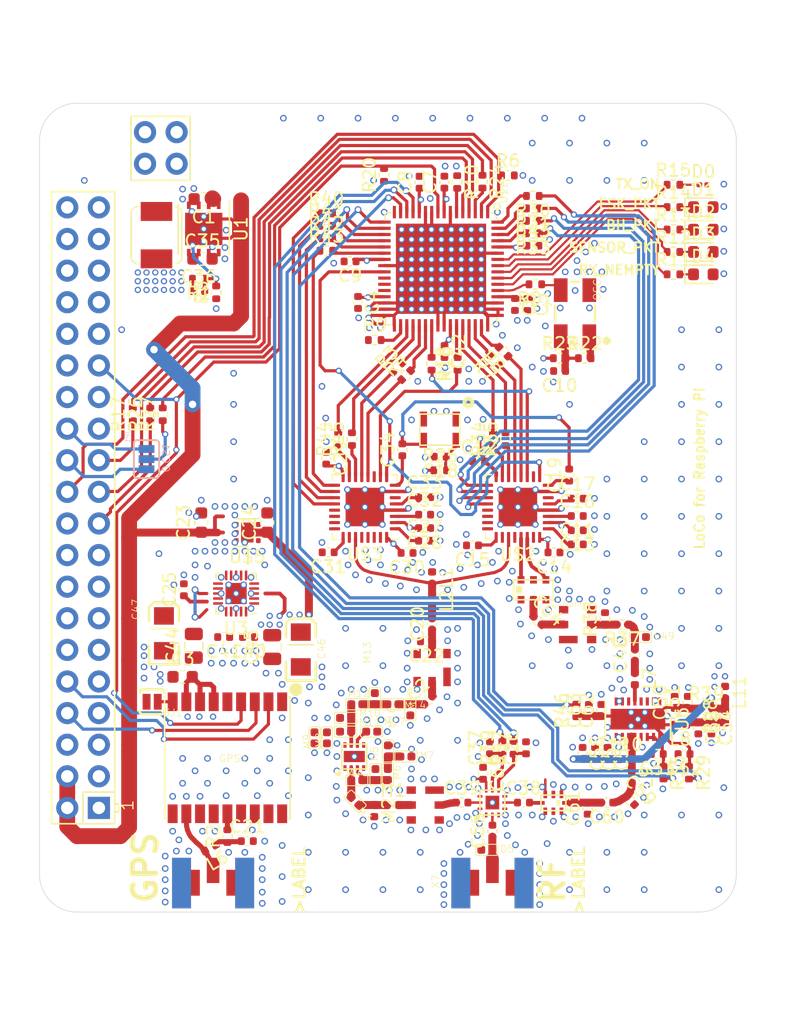
<source format=kicad_pcb>
(kicad_pcb (version 20171130) (host pcbnew "(5.1.10)-1")
  (layers (0 Top signal) (1 $GND signal) (2 Route3 signal) (3 Route4 signal) (4 Route5 signal) (5 Route6 signal) (6 Route7 signal) (7 Route8 signal) (8 Route9 signal) (9 Route10 signal) (10 Route11 signal) (11 Route12 signal) (12 Route13 signal) (13 Route14 signal) (14 $VCC signal) (31 Bottom signal) (34 B.Paste user) (35 F.Paste user) (36 B.SilkS user) (37 F.SilkS user) (38 B.Mask user) (39 F.Mask user) (44 Edge.Cuts user))
  (net 0 "")
  (net 1 3.3V)
  (net 2 1.8V)
  (net 3 GND)
  (net 4 5V)
  (net 5 "Net-(R30-Pad2)")
  (net 6 "Net-(R31-Pad2)")
  (net 7 "Net-(R32-Pad2)")
  (net 8 "Net-(R33-Pad2)")
  (net 9 "Net-(R15-Pad1)")
  (net 10 "Net-(R14-Pad1)")
  (net 11 "Net-(R13-Pad1)")
  (net 12 "Net-(R12-Pad1)")
  (net 13 "Net-(R11-Pad1)")
  (net 14 "Net-(R21-Pad2)")
  (net 15 /3.3VD)
  (net 16 "Net-(R8-Pad2)")
  (net 17 "Net-(R7-Pad2)")
  (net 18 "Net-(R35-Pad2)")
  (net 19 "Net-(R34-Pad2)")
  (net 20 "Net-(R18-Pad2)")
  (net 21 "Net-(R16-Pad1)")
  (net 22 "Net-(R4-Pad2)")
  (net 23 "Net-(R3-Pad2)")
  (net 24 "Net-(R45-Pad2)")
  (net 25 "Net-(R44-Pad2)")
  (net 26 "Net-(R9-Pad2)")
  (net 27 "Net-(U$1-Pad28)")
  (net 28 "Net-(U$1-Pad27)")
  (net 29 "Net-(U$1-Pad26)")
  (net 30 "Net-(U$1-Pad25)")
  (net 31 "Net-(R43-Pad2)")
  (net 32 "Net-(R42-Pad2)")
  (net 33 "Net-(R41-Pad2)")
  (net 34 "Net-(R40-Pad2)")
  (net 35 /PA_G8)
  (net 36 /PA_G16)
  (net 37 /PA_A_CTRL)
  (net 38 /LNA_A_CTRL)
  (net 39 /RADIO_A_EN)
  (net 40 /PPS)
  (net 41 "Net-(R10-Pad2)")
  (net 42 "Net-(R27-Pad2)")
  (net 43 "Net-(R26-Pad2)")
  (net 44 "Net-(R24-Pad2)")
  (net 45 "Net-(R17-Pad2)")
  (net 46 "Net-(R6-Pad1)")
  (net 47 "Net-(R3-Pad1)")
  (net 48 "Net-(R4-Pad1)")
  (net 49 "Net-(R7-Pad1)")
  (net 50 "Net-(R8-Pad1)")
  (net 51 "Net-(D4-Pad+)")
  (net 52 "Net-(D3-Pad+)")
  (net 53 "Net-(D2-Pad+)")
  (net 54 "Net-(D1-Pad+)")
  (net 55 "Net-(D0-Pad+)")
  (net 56 "Net-(R16-Pad2)")
  (net 57 "Net-(C10-Pad1)")
  (net 58 "Net-(OSC1-Pad3)")
  (net 59 "Net-(OSC1-Pad1)")
  (net 60 "Net-(U$2-Pad30)")
  (net 61 "Net-(U$2-Pad29)")
  (net 62 "Net-(L1-Pad2)")
  (net 63 "Net-(C15-Pad1)")
  (net 64 "Net-(U$2-Pad24)")
  (net 65 "Net-(U$2-Pad23)")
  (net 66 "Net-(U$2-Pad22)")
  (net 67 "Net-(U$2-Pad21)")
  (net 68 "Net-(R30-Pad1)")
  (net 69 "Net-(R31-Pad1)")
  (net 70 "Net-(R32-Pad1)")
  (net 71 "Net-(R33-Pad1)")
  (net 72 "Net-(R34-Pad1)")
  (net 73 "Net-(R35-Pad1)")
  (net 74 /CLKO_A)
  (net 75 "Net-(C19-Pad1)")
  (net 76 "Net-(U$2-Pad6)")
  (net 77 "Net-(C17-Pad1)")
  (net 78 "Net-(C16-Pad1)")
  (net 79 "Net-(C11-Pad1)")
  (net 80 "Net-(C18-Pad1)")
  (net 81 "Net-(C19-Pad2)")
  (net 82 "Net-(C20-Pad2)")
  (net 83 "Net-(U$3-Pad30)")
  (net 84 "Net-(U$3-Pad29)")
  (net 85 "Net-(C31-Pad1)")
  (net 86 "Net-(U$3-Pad24)")
  (net 87 "Net-(U$3-Pad23)")
  (net 88 "Net-(U$3-Pad22)")
  (net 89 "Net-(U$3-Pad21)")
  (net 90 "Net-(R40-Pad1)")
  (net 91 "Net-(R41-Pad1)")
  (net 92 "Net-(R42-Pad1)")
  (net 93 "Net-(R43-Pad1)")
  (net 94 "Net-(R44-Pad1)")
  (net 95 "Net-(R45-Pad1)")
  (net 96 "Net-(U$3-Pad11)")
  (net 97 /CLKO_B)
  (net 98 "Net-(C34-Pad1)")
  (net 99 "Net-(U$3-Pad6)")
  (net 100 "Net-(C33-Pad1)")
  (net 101 "Net-(C32-Pad1)")
  (net 102 "Net-(C27-Pad1)")
  (net 103 "Net-(X1-Pad40)")
  (net 104 "Net-(X1-Pad38)")
  (net 105 "Net-(X1-Pad37)")
  (net 106 "Net-(X1-Pad36)")
  (net 107 "Net-(X1-Pad35)")
  (net 108 "Net-(X1-Pad33)")
  (net 109 "Net-(X1-Pad32)")
  (net 110 "Net-(X1-Pad31)")
  (net 111 "Net-(X1-Pad28)")
  (net 112 "Net-(X1-Pad27)")
  (net 113 "Net-(JP1-Pad1)")
  (net 114 "Net-(JP1-Pad3)")
  (net 115 "Net-(R17-Pad1)")
  (net 116 "Net-(R24-Pad1)")
  (net 117 "Net-(R26-Pad1)")
  (net 118 "Net-(X1-Pad18)")
  (net 119 "Net-(X1-Pad16)")
  (net 120 "Net-(X1-Pad15)")
  (net 121 "Net-(X1-Pad13)")
  (net 122 "Net-(X1-Pad12)")
  (net 123 "Net-(X1-Pad11)")
  (net 124 /GPSTX)
  (net 125 /GPSRX)
  (net 126 "Net-(X1-Pad7)")
  (net 127 "Net-(X1-Pad5)")
  (net 128 "Net-(X1-Pad3)")
  (net 129 "Net-(JP1-Pad2)")
  (net 130 "Net-(C20-Pad1)")
  (net 131 "Net-(C2-Pad2)")
  (net 132 "Net-(L4-Pad1)")
  (net 133 "Net-(C36-Pad2)")
  (net 134 "Net-(C2-Pad1)")
  (net 135 "Net-(C21-Pad1)")
  (net 136 "Net-(C38-Pad2)")
  (net 137 "Net-(C38-Pad1)")
  (net 138 "Net-(C66-Pad1)")
  (net 139 "Net-(L7-Pad2)")
  (net 140 "Net-(C50-Pad1)")
  (net 141 "Net-(L8-Pad2)")
  (net 142 "Net-(C52-Pad1)")
  (net 143 "Net-(C53-Pad1)")
  (net 144 "Net-(L10-Pad2)")
  (net 145 "Net-(C62-Pad1)")
  (net 146 "Net-(C39-Pad2)")
  (net 147 "Net-(C37-Pad1)")
  (net 148 "Net-(C26-Pad1)")
  (net 149 "Net-(C66-Pad2)")
  (net 150 "Net-(R37-Pad2)")
  (net 151 "Net-(C64-Pad2)")
  (net 152 "Net-(C48-Pad1)")
  (net 153 "Net-(C48-Pad2)")
  (net 154 "Net-(C54-Pad1)")
  (net 155 /VCC_PA1)
  (net 156 "Net-(C59-Pad1)")
  (net 157 "Net-(C60-Pad2)")
  (net 158 "Net-(C64-Pad1)")
  (net 159 "Net-(M1-Pad2)")
  (net 160 "Net-(C39-Pad1)")
  (net 161 "Net-(M1-Pad1)")
  (net 162 "Net-(U$10-PadP$8)")
  (net 163 "Net-(M10-Pad1)")
  (net 164 "Net-(M17-Pad2)")
  (net 165 "Net-(U$10-PadP$5)")
  (net 166 "Net-(U$10-PadP$4)")
  (net 167 "Net-(M4-Pad1)")
  (net 168 "Net-(M3-Pad2)")
  (net 169 "Net-(U$10-PadP$1)")
  (net 170 "Net-(M16-Pad2)")
  (net 171 "Net-(M12-Pad2)")
  (net 172 "Net-(C25-Pad1)")
  (net 173 "Net-(U3-Pad10)")
  (net 174 "Net-(U3-Pad9)")
  (net 175 "Net-(U3-Pad6)")
  (net 176 "Net-(U3-Pad5)")
  (net 177 "Net-(U3-Pad4)")
  (net 178 "Net-(GPS1-Pad18)")
  (net 179 "Net-(GPS1-Pad17)")
  (net 180 "Net-(GPS1-Pad16)")
  (net 181 "Net-(GPS1-Pad15)")
  (net 182 "Net-(GPS1-Pad14)")
  (net 183 "Net-(GPS1-Pad13)")
  (net 184 "Net-(GPS1-Pad11)")
  (net 185 "Net-(GPS1-Pad9)")
  (net 186 "Net-(GPS1-Pad5)")
  (module Package_SON:WSON-6-1EP_2x2mm_P0.65mm_EP1x1.6mm (layer Top) (at 137.2011 107.0036 180)
    (fp_text reference U$5 (at 0 -1.95) (layer F.SilkS))
    (fp_text value LP5912)
    (pad 7 smd rect (at 0 0 180) (size 1 1.6) (layers Top F.Mask))
    (pad 6 smd roundrect (at 0.8875 -0.65 180) (size 0.375 0.4) (layers Top F.Paste F.Mask))
    (pad 5 smd roundrect (at 0.8875 0 180) (size 0.375 0.4) (layers Top F.Paste F.Mask))
    (pad 4 smd roundrect (at 0.8875 0.65 180) (size 0.375 0.4) (layers Top F.Paste F.Mask))
    (pad 3 smd roundrect (at -0.8875 0.65 180) (size 0.375 0.4) (layers Top F.Paste F.Mask))
    (pad 2 smd roundrect (at -0.8875 0 180) (size 0.375 0.4) (layers Top F.Paste F.Mask))
    (pad 1 smd roundrect (at -0.8875 -0.65 180) (size 0.375 0.4) (layers Top F.Paste F.Mask))
  )
  (module Package_DFN_QFN:QFN-32-1EP_5x5mm_P0.5mm_EP3.1x3.1mm (layer Top) (at 146.6511 104.9536 180)
    (fp_text reference U$3 (at 0 -3.82) (layer F.SilkS))
    (fp_text value SX1255)
    (pad 33 smd rect (at 0 0 180) (size 3.1 3.1) (layers Top F.Mask) (net 3 GND))
    (pad 32 smd roundrect (at -1.75 -2.4375 180) (size 0.25 0.875) (layers Top F.Paste F.Mask) (net 1 3.3V))
    (pad 31 smd roundrect (at -1.25 -2.4375 180) (size 0.25 0.875) (layers Top F.Paste F.Mask) (net 3 GND))
    (pad 30 smd roundrect (at -0.75 -2.4375 180) (size 0.25 0.875) (layers Top F.Paste F.Mask) (net 83 "Net-(U$3-Pad30)"))
    (pad 29 smd roundrect (at -0.25 -2.4375 180) (size 0.25 0.875) (layers Top F.Paste F.Mask) (net 84 "Net-(U$3-Pad29)"))
    (pad 28 smd roundrect (at 0.25 -2.4375 180) (size 0.25 0.875) (layers Top F.Paste F.Mask) (net 3 GND))
    (pad 27 smd roundrect (at 0.75 -2.4375 180) (size 0.25 0.875) (layers Top F.Paste F.Mask) (net 62 "Net-(L1-Pad2)"))
    (pad 26 smd roundrect (at 1.25 -2.4375 180) (size 0.25 0.875) (layers Top F.Paste F.Mask) (net 3 GND))
    (pad 25 smd roundrect (at 1.75 -2.4375 180) (size 0.25 0.875) (layers Top F.Paste F.Mask) (net 85 "Net-(C31-Pad1)"))
    (pad 24 smd roundrect (at 2.4375 -1.75 180) (size 0.875 0.25) (layers Top F.Paste F.Mask) (net 86 "Net-(U$3-Pad24)"))
    (pad 23 smd roundrect (at 2.4375 -1.25 180) (size 0.875 0.25) (layers Top F.Paste F.Mask) (net 87 "Net-(U$3-Pad23)"))
    (pad 22 smd roundrect (at 2.4375 -0.75 180) (size 0.875 0.25) (layers Top F.Paste F.Mask) (net 88 "Net-(U$3-Pad22)"))
    (pad 21 smd roundrect (at 2.4375 -0.25 180) (size 0.875 0.25) (layers Top F.Paste F.Mask) (net 89 "Net-(U$3-Pad21)"))
    (pad 20 smd roundrect (at 2.4375 0.25 180) (size 0.875 0.25) (layers Top F.Paste F.Mask) (net 90 "Net-(R40-Pad1)"))
    (pad 19 smd roundrect (at 2.4375 0.75 180) (size 0.875 0.25) (layers Top F.Paste F.Mask) (net 91 "Net-(R41-Pad1)"))
    (pad 18 smd roundrect (at 2.4375 1.25 180) (size 0.875 0.25) (layers Top F.Paste F.Mask) (net 92 "Net-(R42-Pad1)"))
    (pad 17 smd roundrect (at 2.4375 1.75 180) (size 0.875 0.25) (layers Top F.Paste F.Mask) (net 93 "Net-(R43-Pad1)"))
    (pad 16 smd roundrect (at 1.75 2.4375 180) (size 0.25 0.875) (layers Top F.Paste F.Mask) (net 1 3.3V))
    (pad 15 smd roundrect (at 1.25 2.4375 180) (size 0.25 0.875) (layers Top F.Paste F.Mask) (net 94 "Net-(R44-Pad1)"))
    (pad 14 smd roundrect (at 0.75 2.4375 180) (size 0.25 0.875) (layers Top F.Paste F.Mask) (net 95 "Net-(R45-Pad1)"))
    (pad 13 smd roundrect (at 0.25 2.4375 180) (size 0.25 0.875) (layers Top F.Paste F.Mask) (net 47 "Net-(R3-Pad1)"))
    (pad 12 smd roundrect (at -0.25 2.4375 180) (size 0.25 0.875) (layers Top F.Paste F.Mask) (net 48 "Net-(R4-Pad1)"))
    (pad 11 smd roundrect (at -0.75 2.4375 180) (size 0.25 0.875) (layers Top F.Paste F.Mask) (net 96 "Net-(U$3-Pad11)"))
    (pad 10 smd roundrect (at -1.25 2.4375 180) (size 0.25 0.875) (layers Top F.Paste F.Mask) (net 97 /CLKO_B))
    (pad 9 smd roundrect (at -1.75 2.4375 180) (size 0.25 0.875) (layers Top F.Paste F.Mask) (net 30 "Net-(U$1-Pad25)"))
    (pad 8 smd roundrect (at -2.4375 1.75 180) (size 0.875 0.25) (layers Top F.Paste F.Mask) (net 98 "Net-(C34-Pad1)"))
    (pad 7 smd roundrect (at -2.4375 1.25 180) (size 0.875 0.25) (layers Top F.Paste F.Mask) (net 3 GND))
    (pad 6 smd roundrect (at -2.4375 0.75 180) (size 0.875 0.25) (layers Top F.Paste F.Mask) (net 99 "Net-(U$3-Pad6)"))
    (pad 5 smd roundrect (at -2.4375 0.25 180) (size 0.875 0.25) (layers Top F.Paste F.Mask) (net 100 "Net-(C33-Pad1)"))
    (pad 4 smd roundrect (at -2.4375 -0.25 180) (size 0.875 0.25) (layers Top F.Paste F.Mask) (net 3 GND))
    (pad 3 smd roundrect (at -2.4375 -0.75 180) (size 0.875 0.25) (layers Top F.Paste F.Mask) (net 101 "Net-(C32-Pad1)"))
    (pad 2 smd roundrect (at -2.4375 -1.25 180) (size 0.875 0.25) (layers Top F.Paste F.Mask) (net 1 3.3V))
    (pad 1 smd roundrect (at -2.4375 -1.75 180) (size 0.875 0.25) (layers Top F.Paste F.Mask) (net 102 "Net-(C27-Pad1)"))
  )
  (module Package_DFN_QFN:QFN-32-1EP_5x5mm_P0.5mm_EP3.1x3.1mm (layer Top) (at 158.9511 104.9536 180)
    (fp_text reference U$2 (at 0 -3.82) (layer F.SilkS))
    (fp_text value SX1255)
    (pad 33 smd rect (at 0 0 180) (size 3.1 3.1) (layers Top F.Mask) (net 3 GND))
    (pad 32 smd roundrect (at -1.75 -2.4375 180) (size 0.25 0.875) (layers Top F.Paste F.Mask) (net 1 3.3V))
    (pad 31 smd roundrect (at -1.25 -2.4375 180) (size 0.25 0.875) (layers Top F.Paste F.Mask) (net 3 GND))
    (pad 30 smd roundrect (at -0.75 -2.4375 180) (size 0.25 0.875) (layers Top F.Paste F.Mask) (net 60 "Net-(U$2-Pad30)"))
    (pad 29 smd roundrect (at -0.25 -2.4375 180) (size 0.25 0.875) (layers Top F.Paste F.Mask) (net 61 "Net-(U$2-Pad29)"))
    (pad 28 smd roundrect (at 0.25 -2.4375 180) (size 0.25 0.875) (layers Top F.Paste F.Mask) (net 3 GND))
    (pad 27 smd roundrect (at 0.75 -2.4375 180) (size 0.25 0.875) (layers Top F.Paste F.Mask) (net 62 "Net-(L1-Pad2)"))
    (pad 26 smd roundrect (at 1.25 -2.4375 180) (size 0.25 0.875) (layers Top F.Paste F.Mask) (net 3 GND))
    (pad 25 smd roundrect (at 1.75 -2.4375 180) (size 0.25 0.875) (layers Top F.Paste F.Mask) (net 63 "Net-(C15-Pad1)"))
    (pad 24 smd roundrect (at 2.4375 -1.75 180) (size 0.875 0.25) (layers Top F.Paste F.Mask) (net 64 "Net-(U$2-Pad24)"))
    (pad 23 smd roundrect (at 2.4375 -1.25 180) (size 0.875 0.25) (layers Top F.Paste F.Mask) (net 65 "Net-(U$2-Pad23)"))
    (pad 22 smd roundrect (at 2.4375 -0.75 180) (size 0.875 0.25) (layers Top F.Paste F.Mask) (net 66 "Net-(U$2-Pad22)"))
    (pad 21 smd roundrect (at 2.4375 -0.25 180) (size 0.875 0.25) (layers Top F.Paste F.Mask) (net 67 "Net-(U$2-Pad21)"))
    (pad 20 smd roundrect (at 2.4375 0.25 180) (size 0.875 0.25) (layers Top F.Paste F.Mask) (net 68 "Net-(R30-Pad1)"))
    (pad 19 smd roundrect (at 2.4375 0.75 180) (size 0.875 0.25) (layers Top F.Paste F.Mask) (net 69 "Net-(R31-Pad1)"))
    (pad 18 smd roundrect (at 2.4375 1.25 180) (size 0.875 0.25) (layers Top F.Paste F.Mask) (net 70 "Net-(R32-Pad1)"))
    (pad 17 smd roundrect (at 2.4375 1.75 180) (size 0.875 0.25) (layers Top F.Paste F.Mask) (net 71 "Net-(R33-Pad1)"))
    (pad 16 smd roundrect (at 1.75 2.4375 180) (size 0.25 0.875) (layers Top F.Paste F.Mask) (net 1 3.3V))
    (pad 15 smd roundrect (at 1.25 2.4375 180) (size 0.25 0.875) (layers Top F.Paste F.Mask) (net 72 "Net-(R34-Pad1)"))
    (pad 14 smd roundrect (at 0.75 2.4375 180) (size 0.25 0.875) (layers Top F.Paste F.Mask) (net 73 "Net-(R35-Pad1)"))
    (pad 13 smd roundrect (at 0.25 2.4375 180) (size 0.25 0.875) (layers Top F.Paste F.Mask) (net 49 "Net-(R7-Pad1)"))
    (pad 12 smd roundrect (at -0.25 2.4375 180) (size 0.25 0.875) (layers Top F.Paste F.Mask) (net 50 "Net-(R8-Pad1)"))
    (pad 11 smd roundrect (at -0.75 2.4375 180) (size 0.25 0.875) (layers Top F.Paste F.Mask) (net 56 "Net-(R16-Pad2)"))
    (pad 10 smd roundrect (at -1.25 2.4375 180) (size 0.25 0.875) (layers Top F.Paste F.Mask) (net 74 /CLKO_A))
    (pad 9 smd roundrect (at -1.75 2.4375 180) (size 0.25 0.875) (layers Top F.Paste F.Mask) (net 30 "Net-(U$1-Pad25)"))
    (pad 8 smd roundrect (at -2.4375 1.75 180) (size 0.875 0.25) (layers Top F.Paste F.Mask) (net 75 "Net-(C19-Pad1)"))
    (pad 7 smd roundrect (at -2.4375 1.25 180) (size 0.875 0.25) (layers Top F.Paste F.Mask) (net 3 GND))
    (pad 6 smd roundrect (at -2.4375 0.75 180) (size 0.875 0.25) (layers Top F.Paste F.Mask) (net 76 "Net-(U$2-Pad6)"))
    (pad 5 smd roundrect (at -2.4375 0.25 180) (size 0.875 0.25) (layers Top F.Paste F.Mask) (net 77 "Net-(C17-Pad1)"))
    (pad 4 smd roundrect (at -2.4375 -0.25 180) (size 0.875 0.25) (layers Top F.Paste F.Mask) (net 3 GND))
    (pad 3 smd roundrect (at -2.4375 -0.75 180) (size 0.875 0.25) (layers Top F.Paste F.Mask) (net 78 "Net-(C16-Pad1)"))
    (pad 2 smd roundrect (at -2.4375 -1.25 180) (size 0.875 0.25) (layers Top F.Paste F.Mask) (net 1 3.3V))
    (pad 1 smd roundrect (at -2.4375 -1.75 180) (size 0.875 0.25) (layers Top F.Paste F.Mask) (net 79 "Net-(C11-Pad1)"))
  )
  (module Package_DFN_QFN:DFN-16-1EP_3x5mm_P0.5mm_EP1.66x4.4mm (layer Top) (at 168.6011 122.0036 270)
    (fp_text reference U6 (at 0 -3.55 90) (layer F.SilkS))
    (fp_text value RFPA0133)
    (pad 17 smd rect (at 0 0 270) (size 1.66 4.4) (layers Top F.Mask))
    (pad 16 smd rect (at 1.425 -1.75 270) (size 0.65 0.25) (layers Top F.Paste F.Mask) (net 140 "Net-(C50-Pad1)"))
    (pad 15 smd rect (at 1.425 -1.25 270) (size 0.65 0.25) (layers Top F.Paste F.Mask) (net 3 GND))
    (pad 14 smd rect (at 1.425 -0.75 270) (size 0.65 0.25) (layers Top F.Paste F.Mask) (net 141 "Net-(L8-Pad2)"))
    (pad 13 smd rect (at 1.425 -0.25 270) (size 0.65 0.25) (layers Top F.Paste F.Mask) (net 142 "Net-(C52-Pad1)"))
    (pad 12 smd rect (at 1.425 0.25 270) (size 0.65 0.25) (layers Top F.Paste F.Mask) (net 143 "Net-(C53-Pad1)"))
    (pad 11 smd rect (at 1.425 0.75 270) (size 0.65 0.25) (layers Top F.Paste F.Mask) (net 3 GND))
    (pad 10 smd rect (at 1.425 1.25 270) (size 0.65 0.25) (layers Top F.Paste F.Mask) (net 144 "Net-(L10-Pad2)"))
    (pad 9 smd rect (at 1.425 1.75 270) (size 0.65 0.25) (layers Top F.Paste F.Mask) (net 144 "Net-(L10-Pad2)"))
    (pad 8 smd rect (at -1.425 1.75 270) (size 0.65 0.25) (layers Top F.Paste F.Mask) (net 3 GND))
    (pad 7 smd rect (at -1.425 1.25 270) (size 0.65 0.25) (layers Top F.Paste F.Mask) (net 3 GND))
    (pad 6 smd rect (at -1.425 0.75 270) (size 0.65 0.25) (layers Top F.Paste F.Mask) (net 145 "Net-(C62-Pad1)"))
    (pad 5 smd rect (at -1.425 0.25 270) (size 0.65 0.25) (layers Top F.Paste F.Mask) (net 3 GND))
    (pad 4 smd rect (at -1.425 -0.25 270) (size 0.65 0.25) (layers Top F.Paste F.Mask) (net 3 GND))
    (pad 3 smd rect (at -1.425 -0.75 270) (size 0.65 0.25) (layers Top F.Paste F.Mask) (net 139 "Net-(L7-Pad2)"))
    (pad 2 smd rect (at -1.425 -1.25 270) (size 0.65 0.25) (layers Top F.Paste F.Mask) (net 3 GND))
    (pad 1 smd rect (at -1.425 -1.75 270) (size 0.65 0.25) (layers Top F.Paste F.Mask) (net 3 GND))
  )
  (module Package_DFN_QFN:VQFN-20-1EP_3x3mm_P0.4mm_EP1.7x1.7mm (layer Top) (at 136.3011 111.9036 180)
    (fp_text reference U3 (at 0 -2.8) (layer F.SilkS))
    (fp_text value TPS7A470)
    (pad 21 smd rect (at 0 0 180) (size 1.7 1.7) (layers Top F.Mask))
    (pad 20 smd custom (at -0.8 -1.45 180) (size 0.143431 0.143431) (layers Top F.Paste F.Mask) (net 1 3.3V) (options (clearance outline) (anchor circle)) (primitives (gr_poly (pts (xy -0.05 -0.35) (xy 0.05 -0.35) (xy 0.05 0.35) (xy 0.000711 0.35) (xy -0.05 0.299289)) (width 0.1))))
    (pad 19 smd roundrect (at -0.4 -1.45 180) (size 0.2 0.8) (layers Top F.Paste F.Mask) (net 3 GND))
    (pad 18 smd roundrect (at 0 -1.45 180) (size 0.2 0.8) (layers Top F.Paste F.Mask) (net 3 GND))
    (pad 17 smd roundrect (at 0.4 -1.45 180) (size 0.2 0.8) (layers Top F.Paste F.Mask) (net 3 GND))
    (pad 16 smd custom (at 0.8 -1.45 180) (size 0.143431 0.143431) (layers Top F.Paste F.Mask) (net 4 5V) (options (clearance outline) (anchor circle)) (primitives (gr_poly (pts (xy -0.05 -0.35) (xy 0.05 -0.35) (xy 0.05 0.299289) (xy -0.000711 0.35) (xy -0.05 0.35)) (width 0.1))))
    (pad 15 smd custom (at 1.45 -0.8 180) (size 0.143431 0.143431) (layers Top F.Paste F.Mask) (net 4 5V) (options (clearance outline) (anchor circle)) (primitives (gr_poly (pts (xy -0.35 0.000711) (xy -0.299289 -0.05) (xy 0.35 -0.05) (xy 0.35 0.05) (xy -0.35 0.05)) (width 0.1))))
    (pad 14 smd roundrect (at 1.45 -0.4 180) (size 0.8 0.2) (layers Top F.Paste F.Mask) (net 172 "Net-(C25-Pad1)"))
    (pad 13 smd roundrect (at 1.45 0 180) (size 0.8 0.2) (layers Top F.Paste F.Mask) (net 4 5V))
    (pad 12 smd roundrect (at 1.45 0.4 180) (size 0.8 0.2) (layers Top F.Paste F.Mask) (net 3 GND))
    (pad 11 smd custom (at 1.45 0.8 180) (size 0.143431 0.143431) (layers Top F.Paste F.Mask) (net 3 GND) (options (clearance outline) (anchor circle)) (primitives (gr_poly (pts (xy -0.35 -0.05) (xy 0.35 -0.05) (xy 0.35 0.05) (xy -0.299289 0.05) (xy -0.35 -0.000711)) (width 0.1))))
    (pad 10 smd custom (at 0.8 1.45 180) (size 0.143431 0.143431) (layers Top F.Paste F.Mask) (net 173 "Net-(U3-Pad10)") (options (clearance outline) (anchor circle)) (primitives (gr_poly (pts (xy -0.05 -0.35) (xy -0.000711 -0.35) (xy 0.05 -0.299289) (xy 0.05 0.35) (xy -0.05 0.35)) (width 0.1))))
    (pad 9 smd roundrect (at 0.4 1.45 180) (size 0.2 0.8) (layers Top F.Paste F.Mask) (net 174 "Net-(U3-Pad9)"))
    (pad 8 smd roundrect (at 0 1.45 180) (size 0.2 0.8) (layers Top F.Paste F.Mask) (net 3 GND))
    (pad 7 smd roundrect (at -0.4 1.45 180) (size 0.2 0.8) (layers Top F.Paste F.Mask) (net 3 GND))
    (pad 6 smd custom (at -0.8 1.45 180) (size 0.143431 0.143431) (layers Top F.Paste F.Mask) (net 175 "Net-(U3-Pad6)") (options (clearance outline) (anchor circle)) (primitives (gr_poly (pts (xy -0.05 -0.299289) (xy 0.000711 -0.35) (xy 0.05 -0.35) (xy 0.05 0.35) (xy -0.05 0.35)) (width 0.1))))
    (pad 5 smd custom (at -1.45 0.8 180) (size 0.143431 0.143431) (layers Top F.Paste F.Mask) (net 176 "Net-(U3-Pad5)") (options (clearance outline) (anchor circle)) (primitives (gr_poly (pts (xy -0.35 -0.05) (xy 0.35 -0.05) (xy 0.35 -0.000711) (xy 0.299289 0.05) (xy -0.35 0.05)) (width 0.1))))
    (pad 4 smd roundrect (at -1.45 0.4 180) (size 0.8 0.2) (layers Top F.Paste F.Mask) (net 177 "Net-(U3-Pad4)"))
    (pad 3 smd roundrect (at -1.45 0 180) (size 0.8 0.2) (layers Top F.Paste F.Mask) (net 1 3.3V))
    (pad 2 smd roundrect (at -1.45 -0.4 180) (size 0.8 0.2) (layers Top F.Paste F.Mask) (net 3 GND))
    (pad 1 smd custom (at -1.45 -0.8 180) (size 0.143431 0.143431) (layers Top F.Paste F.Mask) (net 1 3.3V) (options (clearance outline) (anchor circle)) (primitives (gr_poly (pts (xy -0.35 -0.05) (xy 0.299289 -0.05) (xy 0.35 0.000711) (xy 0.35 0.05) (xy -0.35 0.05)) (width 0.1))))
  )
  (module Package_SON:WSON-8_4x4mm_P0.8mm (layer Top) (at 133.7011 82.6036 270)
    (fp_text reference U1 (at 0 -3 90) (layer F.SilkS))
    (fp_text value TPS62061)
    (pad 9 smd rect (at 0 0 270) (size 2.6 3) (layers Top F.Paste F.Mask))
    (pad 8 smd rect (at 1.9 -1.2 180) (size 0.3 0.6) (layers Top F.Paste F.Mask) (net 4 5V))
    (pad 7 smd rect (at 1.9 -0.4 180) (size 0.3 0.6) (layers Top F.Paste F.Mask) (net 4 5V))
    (pad 6 smd rect (at 1.9 0.4 180) (size 0.3 0.6) (layers Top F.Paste F.Mask) (net 3 GND))
    (pad 5 smd rect (at 1.9 1.2 180) (size 0.3 0.6) (layers Top F.Paste F.Mask) (net 4 5V))
    (pad 4 smd rect (at -1.9 1.2 180) (size 0.3 0.6) (layers Top F.Paste F.Mask) (net 133 "Net-(C36-Pad2)"))
    (pad 3 smd rect (at -1.9 0.4 180) (size 0.3 0.6) (layers Top F.Paste F.Mask) (net 3 GND))
    (pad 2 smd rect (at -1.9 -0.4 180) (size 0.3 0.6) (layers Top F.Paste F.Mask) (net 132 "Net-(L4-Pad1)"))
    (pad 1 smd rect (at -1.9 -1.2 180) (size 0.3 0.6) (layers Top F.Paste F.Mask) (net 3 GND))
  )
  (module Resistor_SMD:R_0402_1005Metric (layer Top) (at 158.6011 124.3036 90)
    (fp_text reference R47 (at 0 -1.17 90) (layer F.SilkS))
    (fp_text value 300R)
    (pad 2 smd roundrect (at 0.51 0 90) (size 0.54 0.64) (layers Top F.Paste F.Mask) (net 38 /LNA_A_CTRL))
    (pad 1 smd roundrect (at -0.51 0 90) (size 0.54 0.64) (layers Top F.Paste F.Mask) (net 148 "Net-(C26-Pad1)"))
  )
  (module Resistor_SMD:R_0402_1005Metric (layer Top) (at 163.6511 121.3036 90)
    (fp_text reference R46 (at 0 -1.17 90) (layer F.SilkS))
    (fp_text value 36.5R)
    (pad 2 smd roundrect (at 0.51 0 90) (size 0.54 0.64) (layers Top F.Paste F.Mask) (net 37 /PA_A_CTRL))
    (pad 1 smd roundrect (at -0.51 0 90) (size 0.54 0.64) (layers Top F.Paste F.Mask) (net 145 "Net-(C62-Pad1)"))
  )
  (module Resistor_SMD:R_0402_1005Metric (layer Top) (at 145.6111 99.4936 90)
    (fp_text reference R45 (at 0 -1.17 90) (layer F.SilkS))
    (fp_text value 330R)
    (pad 2 smd roundrect (at 0.51 0 90) (size 0.54 0.64) (layers Top F.Paste F.Mask) (net 24 "Net-(R45-Pad2)"))
    (pad 1 smd roundrect (at -0.51 0 90) (size 0.54 0.64) (layers Top F.Paste F.Mask) (net 95 "Net-(R45-Pad1)"))
  )
  (module Resistor_SMD:R_0402_1005Metric (layer Top) (at 144.5111 99.4836 90)
    (fp_text reference R44 (at 0 -1.17 90) (layer F.SilkS))
    (fp_text value 330R)
    (pad 2 smd roundrect (at 0.51 0 90) (size 0.54 0.64) (layers Top F.Paste F.Mask) (net 25 "Net-(R44-Pad2)"))
    (pad 1 smd roundrect (at -0.51 0 90) (size 0.54 0.64) (layers Top F.Paste F.Mask) (net 94 "Net-(R44-Pad1)"))
  )
  (module Resistor_SMD:R_0402_1005Metric (layer Top) (at 143.5511 84.3536)
    (fp_text reference R43 (at 0 -1.17) (layer F.SilkS))
    (fp_text value 10K)
    (pad 2 smd roundrect (at 0.51 0) (size 0.54 0.64) (layers Top F.Paste F.Mask) (net 31 "Net-(R43-Pad2)"))
    (pad 1 smd roundrect (at -0.51 0) (size 0.54 0.64) (layers Top F.Paste F.Mask) (net 93 "Net-(R43-Pad1)"))
  )
  (module Resistor_SMD:R_0402_1005Metric (layer Top) (at 143.5511 83.3536)
    (fp_text reference R42 (at 0 -1.17) (layer F.SilkS))
    (fp_text value 10K)
    (pad 2 smd roundrect (at 0.51 0) (size 0.54 0.64) (layers Top F.Paste F.Mask) (net 32 "Net-(R42-Pad2)"))
    (pad 1 smd roundrect (at -0.51 0) (size 0.54 0.64) (layers Top F.Paste F.Mask) (net 92 "Net-(R42-Pad1)"))
  )
  (module Resistor_SMD:R_0402_1005Metric (layer Top) (at 143.5511 82.3536)
    (fp_text reference R41 (at 0 -1.17) (layer F.SilkS))
    (fp_text value 1K)
    (pad 2 smd roundrect (at 0.51 0) (size 0.54 0.64) (layers Top F.Paste F.Mask) (net 33 "Net-(R41-Pad2)"))
    (pad 1 smd roundrect (at -0.51 0) (size 0.54 0.64) (layers Top F.Paste F.Mask) (net 91 "Net-(R41-Pad1)"))
  )
  (module Resistor_SMD:R_0402_1005Metric (layer Top) (at 143.5511 81.3536)
    (fp_text reference R40 (at 0 -1.17) (layer F.SilkS))
    (fp_text value 10K)
    (pad 2 smd roundrect (at 0.51 0) (size 0.54 0.64) (layers Top F.Paste F.Mask) (net 34 "Net-(R40-Pad2)"))
    (pad 1 smd roundrect (at -0.51 0) (size 0.54 0.64) (layers Top F.Paste F.Mask) (net 90 "Net-(R40-Pad1)"))
  )
  (module Resistor_SMD:R_0402_1005Metric (layer Top) (at 174.1011 121.1536)
    (fp_text reference R39 (at 0 -1.17) (layer F.SilkS))
    (fp_text value 49.9R)
    (pad 2 smd roundrect (at 0.51 0) (size 0.54 0.64) (layers Top F.Paste F.Mask) (net 155 /VCC_PA1))
    (pad 1 smd roundrect (at -0.51 0) (size 0.54 0.64) (layers Top F.Paste F.Mask) (net 140 "Net-(C50-Pad1)"))
  )
  (module Resistor_SMD:R_0402_1005Metric (layer Top) (at 165.9511 113.9536 90)
    (fp_text reference R38 (at 0 -1.17 90) (layer F.SilkS))
    (fp_text value 150R)
    (pad 2 smd roundrect (at 0.51 0 90) (size 0.54 0.64) (layers Top F.Paste F.Mask) (net 3 GND))
    (pad 1 smd roundrect (at -0.51 0 90) (size 0.54 0.64) (layers Top F.Paste F.Mask) (net 150 "Net-(R37-Pad2)"))
  )
  (module Resistor_SMD:R_0402_1005Metric (layer Top) (at 167.3511 114.4036 180)
    (fp_text reference R37 (at 0 -1.17) (layer F.SilkS))
    (fp_text value 36.5R)
    (pad 2 smd roundrect (at 0.51 0 180) (size 0.54 0.64) (layers Top F.Paste F.Mask) (net 150 "Net-(R37-Pad2)"))
    (pad 1 smd roundrect (at -0.51 0 180) (size 0.54 0.64) (layers Top F.Paste F.Mask) (net 153 "Net-(C48-Pad2)"))
  )
  (module Resistor_SMD:R_0402_1005Metric (layer Top) (at 170.6511 126.3036 270)
    (fp_text reference R36 (at 0 -1.17 90) (layer F.SilkS))
    (fp_text value 300R)
    (pad 2 smd roundrect (at 0.51 0 270) (size 0.54 0.64) (layers Top F.Paste F.Mask) (net 35 /PA_G8))
    (pad 1 smd roundrect (at -0.51 0 270) (size 0.54 0.64) (layers Top F.Paste F.Mask) (net 143 "Net-(C53-Pad1)"))
  )
  (module Resistor_SMD:R_0402_1005Metric (layer Top) (at 157.9511 99.5036 90)
    (fp_text reference R35 (at 0 -1.17 90) (layer F.SilkS))
    (fp_text value 330R)
    (pad 2 smd roundrect (at 0.51 0 90) (size 0.54 0.64) (layers Top F.Paste F.Mask) (net 18 "Net-(R35-Pad2)"))
    (pad 1 smd roundrect (at -0.51 0 90) (size 0.54 0.64) (layers Top F.Paste F.Mask) (net 73 "Net-(R35-Pad1)"))
  )
  (module Resistor_SMD:R_0402_1005Metric (layer Top) (at 156.9511 99.4936 90)
    (fp_text reference R34 (at 0 -1.17 90) (layer F.SilkS))
    (fp_text value 330R)
    (pad 2 smd roundrect (at 0.51 0 90) (size 0.54 0.64) (layers Top F.Paste F.Mask) (net 19 "Net-(R34-Pad2)"))
    (pad 1 smd roundrect (at -0.51 0 90) (size 0.54 0.64) (layers Top F.Paste F.Mask) (net 72 "Net-(R34-Pad1)"))
  )
  (module Resistor_SMD:R_0402_1005Metric (layer Top) (at 160.1511 82.9536 180)
    (fp_text reference R33 (at 0 -1.17) (layer F.SilkS))
    (fp_text value 10K)
    (pad 2 smd roundrect (at 0.51 0 180) (size 0.54 0.64) (layers Top F.Paste F.Mask) (net 8 "Net-(R33-Pad2)"))
    (pad 1 smd roundrect (at -0.51 0 180) (size 0.54 0.64) (layers Top F.Paste F.Mask) (net 71 "Net-(R33-Pad1)"))
  )
  (module Resistor_SMD:R_0402_1005Metric (layer Top) (at 160.1511 81.9536 180)
    (fp_text reference R32 (at 0 -1.17) (layer F.SilkS))
    (fp_text value 10K)
    (pad 2 smd roundrect (at 0.51 0 180) (size 0.54 0.64) (layers Top F.Paste F.Mask) (net 7 "Net-(R32-Pad2)"))
    (pad 1 smd roundrect (at -0.51 0 180) (size 0.54 0.64) (layers Top F.Paste F.Mask) (net 70 "Net-(R32-Pad1)"))
  )
  (module Resistor_SMD:R_0402_1005Metric (layer Top) (at 160.1511 80.9536 180)
    (fp_text reference R31 (at 0 -1.17) (layer F.SilkS))
    (fp_text value 1K)
    (pad 2 smd roundrect (at 0.51 0 180) (size 0.54 0.64) (layers Top F.Paste F.Mask) (net 6 "Net-(R31-Pad2)"))
    (pad 1 smd roundrect (at -0.51 0 180) (size 0.54 0.64) (layers Top F.Paste F.Mask) (net 69 "Net-(R31-Pad1)"))
  )
  (module Resistor_SMD:R_0402_1005Metric (layer Top) (at 160.1511 79.9536 180)
    (fp_text reference R30 (at 0 -1.17) (layer F.SilkS))
    (fp_text value 10K)
    (pad 2 smd roundrect (at 0.51 0 180) (size 0.54 0.64) (layers Top F.Paste F.Mask) (net 5 "Net-(R30-Pad2)"))
    (pad 1 smd roundrect (at -0.51 0 180) (size 0.54 0.64) (layers Top F.Paste F.Mask) (net 68 "Net-(R30-Pad1)"))
  )
  (module Resistor_SMD:R_0402_1005Metric (layer Top) (at 172.7011 126.3036 270)
    (fp_text reference R29 (at 0 -1.17 90) (layer F.SilkS))
    (fp_text value 300R)
    (pad 2 smd roundrect (at 0.51 0 270) (size 0.54 0.64) (layers Top F.Paste F.Mask) (net 36 /PA_G16))
    (pad 1 smd roundrect (at -0.51 0 270) (size 0.54 0.64) (layers Top F.Paste F.Mask) (net 142 "Net-(C52-Pad1)"))
  )
  (module Resistor_SMD:R_0402_1005Metric (layer Top) (at 175.6011 121.8036 90)
    (fp_text reference R28 (at 0 -1.17 90) (layer F.SilkS))
    (fp_text value 3.9R)
    (pad 2 smd roundrect (at 0.51 0 90) (size 0.54 0.64) (layers Top F.Paste F.Mask) (net 155 /VCC_PA1))
    (pad 1 smd roundrect (at -0.51 0 90) (size 0.54 0.64) (layers Top F.Paste F.Mask) (net 154 "Net-(C54-Pad1)"))
  )
  (module Resistor_SMD:R_0402_1005Metric (layer Top) (at 130.4011 97.5036 90)
    (fp_text reference R27 (at 0 -1.17 90) (layer F.SilkS))
    (fp_text value 0R)
    (pad 2 smd roundrect (at 0.51 0 90) (size 0.54 0.64) (layers Top F.Paste F.Mask) (net 42 "Net-(R27-Pad2)"))
    (pad 1 smd roundrect (at -0.51 0 90) (size 0.54 0.64) (layers Top F.Paste F.Mask) (net 129 "Net-(JP1-Pad2)"))
  )
  (module Resistor_SMD:R_0402_1005Metric (layer Top) (at 129.4011 97.5036 90)
    (fp_text reference R26 (at 0 -1.17 90) (layer F.SilkS))
    (fp_text value 0R)
    (pad 2 smd roundrect (at 0.51 0 90) (size 0.54 0.64) (layers Top F.Paste F.Mask) (net 43 "Net-(R26-Pad2)"))
    (pad 1 smd roundrect (at -0.51 0 90) (size 0.54 0.64) (layers Top F.Paste F.Mask) (net 117 "Net-(R26-Pad1)"))
  )
  (module Resistor_SMD:R_0402_1005Metric (layer Top) (at 152.7011 102.0036)
    (fp_text reference R25 (at 0 -1.17) (layer F.SilkS))
    (fp_text value 0R)
    (pad 2 smd roundrect (at 0.51 0) (size 0.54 0.64) (layers Top F.Paste F.Mask) (net 80 "Net-(C18-Pad1)"))
    (pad 1 smd roundrect (at -0.51 0) (size 0.54 0.64) (layers Top F.Paste F.Mask) (net 1 3.3V))
  )
  (module Resistor_SMD:R_0402_1005Metric (layer Top) (at 156.1011 78.8036 270)
    (fp_text reference R24 (at 0 -1.17 90) (layer F.SilkS))
    (fp_text value 0R)
    (pad 2 smd roundrect (at 0.51 0 270) (size 0.54 0.64) (layers Top F.Paste F.Mask) (net 44 "Net-(R24-Pad2)"))
    (pad 1 smd roundrect (at -0.51 0 270) (size 0.54 0.64) (layers Top F.Paste F.Mask) (net 116 "Net-(R24-Pad1)"))
  )
  (module Resistor_SMD:R_0402_1005Metric (layer Top) (at 162.3111 92.9936)
    (fp_text reference R23 (at 0 -1.17) (layer F.SilkS))
    (fp_text value 0R)
    (pad 2 smd roundrect (at 0.51 0) (size 0.54 0.64) (layers Top F.Paste F.Mask) (net 57 "Net-(C10-Pad1)"))
    (pad 1 smd roundrect (at -0.51 0) (size 0.54 0.64) (layers Top F.Paste F.Mask) (net 15 /3.3VD))
  )
  (module Resistor_SMD:R_0402_1005Metric (layer Top) (at 164.3211 92.9936)
    (fp_text reference R22 (at 0 -1.17) (layer F.SilkS))
    (fp_text value 0R)
    (pad 2 smd roundrect (at 0.51 0) (size 0.54 0.64) (layers Top F.Paste F.Mask) (net 59 "Net-(OSC1-Pad1)"))
    (pad 1 smd roundrect (at -0.51 0) (size 0.54 0.64) (layers Top F.Paste F.Mask) (net 57 "Net-(C10-Pad1)"))
  )
  (module Resistor_SMD:R_0402_1005Metric (layer Top) (at 160.3511 87.0536 180)
    (fp_text reference R21 (at 0 -1.17) (layer F.SilkS))
    (fp_text value 0R)
    (pad 2 smd roundrect (at 0.51 0 180) (size 0.54 0.64) (layers Top F.Paste F.Mask) (net 14 "Net-(R21-Pad2)"))
    (pad 1 smd roundrect (at -0.51 0 180) (size 0.54 0.64) (layers Top F.Paste F.Mask) (net 58 "Net-(OSC1-Pad3)"))
  )
  (module Resistor_SMD:R_0402_1005Metric (layer Top) (at 148.1911 78.2636 90)
    (fp_text reference R20 (at 0 -1.17 90) (layer F.SilkS))
    (fp_text value 10K)
    (pad 2 smd roundrect (at 0.51 0 90) (size 0.54 0.64) (layers Top F.Paste F.Mask) (net 40 /PPS))
    (pad 1 smd roundrect (at -0.51 0 90) (size 0.54 0.64) (layers Top F.Paste F.Mask) (net 3 GND))
  )
  (module Resistor_SMD:R_0402_1005Metric (layer Top) (at 157.7011 124.3036 90)
    (fp_text reference R19 (at 0 -1.17 90) (layer F.SilkS))
    (fp_text value 300R)
    (pad 2 smd roundrect (at 0.51 0 90) (size 0.54 0.64) (layers Top F.Paste F.Mask) (net 39 /RADIO_A_EN))
    (pad 1 smd roundrect (at -0.51 0 90) (size 0.54 0.64) (layers Top F.Paste F.Mask) (net 147 "Net-(C37-Pad1)"))
  )
  (module Resistor_SMD:R_0402_1005Metric (layer Top) (at 154.1011 93.4536 90)
    (fp_text reference R18 (at 0 -1.17 90) (layer F.SilkS))
    (fp_text value 100R)
    (pad 2 smd roundrect (at 0.51 0 90) (size 0.54 0.64) (layers Top F.Paste F.Mask) (net 20 "Net-(R18-Pad2)"))
    (pad 1 smd roundrect (at -0.51 0 90) (size 0.54 0.64) (layers Top F.Paste F.Mask) (net 97 /CLKO_B))
  )
  (module Resistor_SMD:R_0402_1005Metric (layer Top) (at 128.0011 97.5036 90)
    (fp_text reference R17 (at 0 -1.17 90) (layer F.SilkS))
    (fp_text value 0R)
    (pad 2 smd roundrect (at 0.51 0 90) (size 0.54 0.64) (layers Top F.Paste F.Mask) (net 45 "Net-(R17-Pad2)"))
    (pad 1 smd roundrect (at -0.51 0 90) (size 0.54 0.64) (layers Top F.Paste F.Mask) (net 115 "Net-(R17-Pad1)"))
  )
  (module Resistor_SMD:R_0402_1005Metric (layer Top) (at 152.0111 93.4336 270)
    (fp_text reference R16 (at 0 -1.17 90) (layer F.SilkS))
    (fp_text value 100R)
    (pad 2 smd roundrect (at 0.51 0 270) (size 0.54 0.64) (layers Top F.Paste F.Mask) (net 56 "Net-(R16-Pad2)"))
    (pad 1 smd roundrect (at -0.51 0 270) (size 0.54 0.64) (layers Top F.Paste F.Mask) (net 21 "Net-(R16-Pad1)"))
  )
  (module Resistor_SMD:R_0402_1005Metric (layer Top) (at 171.4511 79.0536)
    (fp_text reference R15 (at 0 -1.17) (layer F.SilkS))
    (fp_text value 470R)
    (pad 2 smd roundrect (at 0.51 0) (size 0.54 0.64) (layers Top F.Paste F.Mask) (net 55 "Net-(D0-Pad+)"))
    (pad 1 smd roundrect (at -0.51 0) (size 0.54 0.64) (layers Top F.Paste F.Mask) (net 9 "Net-(R15-Pad1)"))
  )
  (module Resistor_SMD:R_0402_1005Metric (layer Top) (at 171.4511 80.8536)
    (fp_text reference R14 (at 0 -1.17) (layer F.SilkS))
    (fp_text value 470R)
    (pad 2 smd roundrect (at 0.51 0) (size 0.54 0.64) (layers Top F.Paste F.Mask) (net 54 "Net-(D1-Pad+)"))
    (pad 1 smd roundrect (at -0.51 0) (size 0.54 0.64) (layers Top F.Paste F.Mask) (net 10 "Net-(R14-Pad1)"))
  )
  (module Resistor_SMD:R_0402_1005Metric (layer Top) (at 171.4511 82.6536)
    (fp_text reference R13 (at 0 -1.17) (layer F.SilkS))
    (fp_text value 470R)
    (pad 2 smd roundrect (at 0.51 0) (size 0.54 0.64) (layers Top F.Paste F.Mask) (net 53 "Net-(D2-Pad+)"))
    (pad 1 smd roundrect (at -0.51 0) (size 0.54 0.64) (layers Top F.Paste F.Mask) (net 11 "Net-(R13-Pad1)"))
  )
  (module Resistor_SMD:R_0402_1005Metric (layer Top) (at 171.4511 84.4536)
    (fp_text reference R12 (at 0 -1.17) (layer F.SilkS))
    (fp_text value 470R)
    (pad 2 smd roundrect (at 0.51 0) (size 0.54 0.64) (layers Top F.Paste F.Mask) (net 52 "Net-(D3-Pad+)"))
    (pad 1 smd roundrect (at -0.51 0) (size 0.54 0.64) (layers Top F.Paste F.Mask) (net 12 "Net-(R12-Pad1)"))
  )
  (module Resistor_SMD:R_0402_1005Metric (layer Top) (at 171.4511 86.2536)
    (fp_text reference R11 (at 0 -1.17) (layer F.SilkS))
    (fp_text value 470R)
    (pad 2 smd roundrect (at 0.51 0) (size 0.54 0.64) (layers Top F.Paste F.Mask) (net 51 "Net-(D4-Pad+)"))
    (pad 1 smd roundrect (at -0.51 0) (size 0.54 0.64) (layers Top F.Paste F.Mask) (net 13 "Net-(R11-Pad1)"))
  )
  (module Resistor_SMD:R_0402_1005Metric (layer Top) (at 154.0711 78.8336 270)
    (fp_text reference R10 (at 0 -1.17 90) (layer F.SilkS))
    (fp_text value 0R)
    (pad 2 smd roundrect (at 0.51 0 270) (size 0.54 0.64) (layers Top F.Paste F.Mask) (net 41 "Net-(R10-Pad2)"))
    (pad 1 smd roundrect (at -0.51 0 270) (size 0.54 0.64) (layers Top F.Paste F.Mask) (net 3 GND))
  )
  (module Resistor_SMD:R_0402_1005Metric (layer Top) (at 147.4411 91.5336)
    (fp_text reference R9 (at 0 -1.17) (layer F.SilkS))
    (fp_text value 0R)
    (pad 2 smd roundrect (at 0.51 0) (size 0.54 0.64) (layers Top F.Paste F.Mask) (net 26 "Net-(R9-Pad2)"))
    (pad 1 smd roundrect (at -0.51 0) (size 0.54 0.64) (layers Top F.Paste F.Mask) (net 3 GND))
  )
  (module Resistor_SMD:R_0402_1005Metric (layer Top) (at 157.795534 92.467741 135)
    (fp_text reference R8 (at 0 -1.17 135) (layer F.SilkS))
    (fp_text value 100R)
    (pad 2 smd roundrect (at 0.51 0 135) (size 0.54 0.64) (layers Top F.Paste F.Mask) (net 16 "Net-(R8-Pad2)"))
    (pad 1 smd roundrect (at -0.51 0 135) (size 0.54 0.64) (layers Top F.Paste F.Mask) (net 50 "Net-(R8-Pad1)"))
  )
  (module Resistor_SMD:R_0402_1005Metric (layer Top) (at 157.059175 93.131382 135)
    (fp_text reference R7 (at 0 -1.17 135) (layer F.SilkS))
    (fp_text value 100R)
    (pad 2 smd roundrect (at 0.51 0 135) (size 0.54 0.64) (layers Top F.Paste F.Mask) (net 17 "Net-(R7-Pad2)"))
    (pad 1 smd roundrect (at -0.51 0 135) (size 0.54 0.64) (layers Top F.Paste F.Mask) (net 49 "Net-(R7-Pad1)"))
  )
  (module Resistor_SMD:R_0402_1005Metric (layer Top) (at 158.1511 78.3036)
    (fp_text reference R6 (at 0 -1.17) (layer F.SilkS))
    (fp_text value 10K)
    (pad 2 smd roundrect (at 0.51 0) (size 0.54 0.64) (layers Top F.Paste F.Mask) (net 3 GND))
    (pad 1 smd roundrect (at -0.51 0) (size 0.54 0.64) (layers Top F.Paste F.Mask) (net 46 "Net-(R6-Pad1)"))
  )
  (module Resistor_SMD:R_0402_1005Metric (layer Top) (at 134.7011 87.7036 90)
    (fp_text reference R5 (at 0 -1.17 90) (layer F.SilkS))
    (fp_text value DNP)
    (pad 2 smd roundrect (at 0.51 0 90) (size 0.54 0.64) (layers Top F.Paste F.Mask) (net 133 "Net-(C36-Pad2)"))
    (pad 1 smd roundrect (at -0.51 0 90) (size 0.54 0.64) (layers Top F.Paste F.Mask) (net 3 GND))
  )
  (module Resistor_SMD:R_0402_1005Metric (layer Top) (at 149.963231 94.354604 45)
    (fp_text reference R4 (at 0 -1.17 45) (layer F.SilkS))
    (fp_text value 100R)
    (pad 2 smd roundrect (at 0.51 0 45) (size 0.54 0.64) (layers Top F.Paste F.Mask) (net 22 "Net-(R4-Pad2)"))
    (pad 1 smd roundrect (at -0.51 0 45) (size 0.54 0.64) (layers Top F.Paste F.Mask) (net 48 "Net-(R4-Pad1)"))
  )
  (module Resistor_SMD:R_0402_1005Metric (layer Top) (at 149.263193 93.740425 45)
    (fp_text reference R3 (at 0 -1.17 45) (layer F.SilkS))
    (fp_text value 100R)
    (pad 2 smd roundrect (at 0.51 0 45) (size 0.54 0.64) (layers Top F.Paste F.Mask) (net 23 "Net-(R3-Pad2)"))
    (pad 1 smd roundrect (at -0.51 0 45) (size 0.54 0.64) (layers Top F.Paste F.Mask) (net 47 "Net-(R3-Pad1)"))
  )
  (module Resistor_SMD:R_0402_1005Metric (layer Top) (at 135.6011 131.4036 90)
    (fp_text reference R2 (at 0 -1.17 90) (layer F.SilkS))
    (fp_text value 10R)
    (pad 2 smd roundrect (at 0.51 0 90) (size 0.54 0.64) (layers Top F.Paste F.Mask) (net 182 "Net-(GPS1-Pad14)"))
    (pad 1 smd roundrect (at -0.51 0 90) (size 0.54 0.64) (layers Top F.Paste F.Mask) (net 135 "Net-(C21-Pad1)"))
  )
  (module Resistor_SMD:R_0402_1005Metric (layer Top) (at 133.3011 86.6036 180)
    (fp_text reference R1 (at 0 -1.17) (layer F.SilkS))
    (fp_text value 0R)
    (pad 2 smd roundrect (at 0.51 0 180) (size 0.54 0.64) (layers Top F.Paste F.Mask) (net 2 1.8V))
    (pad 1 smd roundrect (at -0.51 0 180) (size 0.54 0.64) (layers Top F.Paste F.Mask) (net 133 "Net-(C36-Pad2)"))
  )
  (module Inductor_SMD:L_0402_1005Metric (layer Top) (at 147.4011 129.3536 270)
    (fp_text reference M2 (at 0 -1.17 90) (layer F.SilkS))
    (fp_text value DNP)
    (pad 2 smd roundrect (at 0.485 0 270) (size 0.59 0.64) (layers Top F.Paste F.Mask) (net 3 GND))
    (pad 1 smd roundrect (at -0.485 0 270) (size 0.59 0.64) (layers Top F.Paste F.Mask) (net 161 "Net-(M1-Pad1)"))
  )
  (module Inductor_SMD:L_0402_1005Metric (layer Top) (at 148.9011 128.9036)
    (fp_text reference M1 (at 0 -1.17) (layer F.SilkS))
    (fp_text value 8.2nH)
    (pad 2 smd roundrect (at 0.485 0) (size 0.59 0.64) (layers Top F.Paste F.Mask) (net 159 "Net-(M1-Pad2)"))
    (pad 1 smd roundrect (at -0.485 0) (size 0.59 0.64) (layers Top F.Paste F.Mask) (net 161 "Net-(M1-Pad1)"))
  )
  (module Inductor_SMD:L_0402_1005Metric (layer Top) (at 175.6011 119.8536 270)
    (fp_text reference L11 (at 0 -1.17 90) (layer F.SilkS))
    (fp_text value "120R @ 100M")
    (pad 2 smd roundrect (at 0.485 0 270) (size 0.59 0.64) (layers Top F.Paste F.Mask) (net 155 /VCC_PA1))
    (pad 1 smd roundrect (at -0.485 0 270) (size 0.59 0.64) (layers Top F.Paste F.Mask) (net 1 3.3V))
  )
  (module Inductor_SMD:L_0402_1005Metric (layer Top) (at 167.6511 125.2036)
    (fp_text reference L10 (at 0 -1.17) (layer F.SilkS))
    (fp_text value 18nH)
    (pad 2 smd roundrect (at 0.485 0) (size 0.59 0.64) (layers Top F.Paste F.Mask) (net 144 "Net-(L10-Pad2)"))
    (pad 1 smd roundrect (at -0.485 0) (size 0.59 0.64) (layers Top F.Paste F.Mask) (net 155 /VCC_PA1))
  )
  (module Inductor_SMD:L_0402_1005Metric (layer Top) (at 168.1011 126.6536 270)
    (fp_text reference L9 (at 0 -1.17 90) (layer F.SilkS))
    (fp_text value 2.7nH)
    (pad 2 smd roundrect (at 0.485 0 270) (size 0.59 0.64) (layers Top F.Paste F.Mask) (net 156 "Net-(C59-Pad1)"))
    (pad 1 smd roundrect (at -0.485 0 270) (size 0.59 0.64) (layers Top F.Paste F.Mask) (net 144 "Net-(L10-Pad2)"))
  )
  (module Inductor_SMD:L_0402_1005Metric (layer Top) (at 172.0011 122.4536 180)
    (fp_text reference L8 (at 0 -1.17) (layer F.SilkS))
    (fp_text value 6.8nH)
    (pad 2 smd roundrect (at 0.485 0 180) (size 0.59 0.64) (layers Top F.Paste F.Mask) (net 141 "Net-(L8-Pad2)"))
    (pad 1 smd roundrect (at -0.485 0 180) (size 0.59 0.64) (layers Top F.Paste F.Mask) (net 154 "Net-(C54-Pad1)"))
  )
  (module Inductor_SMD:L_0402_1005Metric (layer Top) (at 168.3511 118.7536 270)
    (fp_text reference L7 (at 0 -1.17 90) (layer F.SilkS))
    (fp_text value 8.2uH)
    (pad 2 smd roundrect (at 0.485 0 270) (size 0.59 0.64) (layers Top F.Paste F.Mask) (net 139 "Net-(L7-Pad2)"))
    (pad 1 smd roundrect (at -0.485 0 270) (size 0.59 0.64) (layers Top F.Paste F.Mask) (net 152 "Net-(C48-Pad1)"))
  )
  (module Inductor_SMD:L_0402_1005Metric (layer Top) (at 134.214496 132.3536 210)
    (fp_text reference L6 (at 0 -1.17 30) (layer F.SilkS))
    (fp_text value LQG15HS27NJ02)
    (pad 2 smd roundrect (at 0.485 0 210) (size 0.59 0.64) (layers Top F.Paste F.Mask) (net 184 "Net-(GPS1-Pad11)"))
    (pad 1 smd roundrect (at -0.485 0 210) (size 0.59 0.64) (layers Top F.Paste F.Mask) (net 135 "Net-(C21-Pad1)"))
  )
  (module Inductor_SMD:L_0402_1005Metric (layer Top) (at 152.0511 112.5036 270)
    (fp_text reference L2 (at 0 -1.17 90) (layer F.SilkS))
    (fp_text value LQG15HS3N9C02D)
    (pad 2 smd roundrect (at 0.485 0 270) (size 0.59 0.64) (layers Top F.Paste F.Mask) (net 82 "Net-(C20-Pad2)"))
    (pad 1 smd roundrect (at -0.485 0 270) (size 0.59 0.64) (layers Top F.Paste F.Mask) (net 62 "Net-(L1-Pad2)"))
  )
  (module Inductor_SMD:L_0402_1005Metric (layer Top) (at 152.0511 110.6536 270)
    (fp_text reference L1 (at 0 -1.17 90) (layer F.SilkS))
    (fp_text value LQG15HS33NJ02D)
    (pad 2 smd roundrect (at 0.485 0 270) (size 0.59 0.64) (layers Top F.Paste F.Mask) (net 62 "Net-(L1-Pad2)"))
    (pad 1 smd roundrect (at -0.485 0 270) (size 0.59 0.64) (layers Top F.Paste F.Mask) (net 3 GND))
  )
  (module LED_SMD:LED_0603_1608Metric (layer Top) (at 173.8511 86.2536)
    (fp_text reference D4 (at 0 -1.43) (layer F.SilkS))
    (fp_text value Red)
    (pad 2 smd roundrect (at 0.7875 0) (size 0.875 0.95) (layers Top F.Paste F.Mask))
    (pad 1 smd roundrect (at -0.7875 0) (size 0.875 0.95) (layers Top F.Paste F.Mask))
  )
  (module LED_SMD:LED_0603_1608Metric (layer Top) (at 173.8511 84.4536)
    (fp_text reference D3 (at 0 -1.43) (layer F.SilkS))
    (fp_text value Green)
    (pad 2 smd roundrect (at 0.7875 0) (size 0.875 0.95) (layers Top F.Paste F.Mask))
    (pad 1 smd roundrect (at -0.7875 0) (size 0.875 0.95) (layers Top F.Paste F.Mask))
  )
  (module LED_SMD:LED_0603_1608Metric (layer Top) (at 173.8511 82.6636)
    (fp_text reference D2 (at 0 -1.43) (layer F.SilkS))
    (fp_text value Green)
    (pad 2 smd roundrect (at 0.7875 0) (size 0.875 0.95) (layers Top F.Paste F.Mask))
    (pad 1 smd roundrect (at -0.7875 0) (size 0.875 0.95) (layers Top F.Paste F.Mask))
  )
  (module LED_SMD:LED_0603_1608Metric (layer Top) (at 173.8511 80.8536)
    (fp_text reference D1 (at 0 -1.43) (layer F.SilkS))
    (fp_text value Green)
    (pad 2 smd roundrect (at 0.7875 0) (size 0.875 0.95) (layers Top F.Paste F.Mask))
    (pad 1 smd roundrect (at -0.7875 0) (size 0.875 0.95) (layers Top F.Paste F.Mask))
  )
  (module LED_SMD:LED_0201_0603Metric (layer Top) (at 173.8511 79.0536)
    (fp_text reference D0 (at 0 -1.05) (layer F.SilkS))
    (fp_text value Green)
    (pad 2 smd roundrect (at 0.32 0) (size 0.46 0.4) (layers Top F.Mask))
    (pad 1 smd roundrect (at -0.32 0) (size 0.46 0.4) (layers Top F.Mask))
  )
  (module Capacitor_SMD:C_0402_1005Metric (layer Top) (at 156.9011 131.0036 90)
    (fp_text reference C66 (at 0 -1.16 90) (layer F.SilkS))
    (fp_text value 56pF)
    (pad 2 smd roundrect (at 0.48 0 90) (size 0.56 0.62) (layers Top F.Paste F.Mask) (net 149 "Net-(C66-Pad2)"))
    (pad 1 smd roundrect (at -0.48 0 90) (size 0.56 0.62) (layers Top F.Paste F.Mask) (net 138 "Net-(C66-Pad1)"))
  )
  (module Capacitor_SMD:C_0402_1005Metric (layer Top) (at 156.1511 126.3536 270)
    (fp_text reference C65 (at 0 -1.16 90) (layer F.SilkS))
    (fp_text value 0.1uF)
    (pad 2 smd roundrect (at 0.48 0 270) (size 0.56 0.62) (layers Top F.Paste F.Mask) (net 1 3.3V))
    (pad 1 smd roundrect (at -0.48 0 270) (size 0.56 0.62) (layers Top F.Paste F.Mask) (net 3 GND))
  )
  (module Capacitor_SMD:C_0402_1005Metric (layer Top) (at 160.536453 114.076825 315)
    (fp_text reference C64 (at 0 -1.16 135) (layer F.SilkS))
    (fp_text value 56pF)
    (pad 2 smd roundrect (at 0.48 0 315) (size 0.56 0.62) (layers Top F.Paste F.Mask) (net 151 "Net-(C64-Pad2)"))
    (pad 1 smd roundrect (at -0.48 0 315) (size 0.56 0.62) (layers Top F.Paste F.Mask) (net 158 "Net-(C64-Pad1)"))
  )
  (module Capacitor_SMD:C_0402_1005Metric (layer Top) (at 164.6511 121.3036 90)
    (fp_text reference C63 (at 0 -1.16 90) (layer F.SilkS))
    (fp_text value 0.1uF)
    (pad 2 smd roundrect (at 0.48 0 90) (size 0.56 0.62) (layers Top F.Paste F.Mask) (net 3 GND))
    (pad 1 smd roundrect (at -0.48 0 90) (size 0.56 0.62) (layers Top F.Paste F.Mask) (net 145 "Net-(C62-Pad1)"))
  )
  (module Capacitor_SMD:C_0402_1005Metric (layer Top) (at 165.6511 121.3036 90)
    (fp_text reference C62 (at 0 -1.16 90) (layer F.SilkS))
    (fp_text value 100pF)
    (pad 2 smd roundrect (at 0.48 0 90) (size 0.56 0.62) (layers Top F.Paste F.Mask) (net 3 GND))
    (pad 1 smd roundrect (at -0.48 0 90) (size 0.56 0.62) (layers Top F.Paste F.Mask) (net 145 "Net-(C62-Pad1)"))
  )
  (module Capacitor_SMD:C_0402_1005Metric (layer Top) (at 164.5511 129.1536 90)
    (fp_text reference C61 (at 0 -1.16 90) (layer F.SilkS))
    (fp_text value DNP)
    (pad 2 smd roundrect (at 0.48 0 90) (size 0.56 0.62) (layers Top F.Paste F.Mask) (net 157 "Net-(C60-Pad2)"))
    (pad 1 smd roundrect (at -0.48 0 90) (size 0.56 0.62) (layers Top F.Paste F.Mask) (net 3 GND))
  )
  (module Capacitor_SMD:C_0402_1005Metric (layer Top) (at 166.1011 128.7036 180)
    (fp_text reference C60 (at 0 -1.16) (layer F.SilkS))
    (fp_text value 56pF)
    (pad 2 smd roundrect (at 0.48 0 180) (size 0.56 0.62) (layers Top F.Paste F.Mask) (net 157 "Net-(C60-Pad2)"))
    (pad 1 smd roundrect (at -0.48 0 180) (size 0.56 0.62) (layers Top F.Paste F.Mask) (net 156 "Net-(C59-Pad1)"))
  )
  (module Capacitor_SMD:C_0402_1005Metric (layer Top) (at 167.98039 128.532888 315)
    (fp_text reference C59 (at 0 -1.16 135) (layer F.SilkS))
    (fp_text value 5.6pF)
    (pad 2 smd roundrect (at 0.48 0 315) (size 0.56 0.62) (layers Top F.Paste F.Mask) (net 3 GND))
    (pad 1 smd roundrect (at -0.48 0 315) (size 0.56 0.62) (layers Top F.Paste F.Mask) (net 156 "Net-(C59-Pad1)"))
  )
  (module Capacitor_SMD:C_0402_1005Metric (layer Top) (at 164.1511 124.7536 270)
    (fp_text reference C58 (at 0 -1.16 90) (layer F.SilkS))
    (fp_text value DNP)
    (pad 2 smd roundrect (at 0.48 0 270) (size 0.56 0.62) (layers Top F.Paste F.Mask) (net 155 /VCC_PA1))
    (pad 1 smd roundrect (at -0.48 0 270) (size 0.56 0.62) (layers Top F.Paste F.Mask) (net 3 GND))
  )
  (module Capacitor_SMD:C_0402_1005Metric (layer Top) (at 165.1511 124.7536 270)
    (fp_text reference C57 (at 0 -1.16 90) (layer F.SilkS))
    (fp_text value 2.2uF)
    (pad 2 smd roundrect (at 0.48 0 270) (size 0.56 0.62) (layers Top F.Paste F.Mask) (net 155 /VCC_PA1))
    (pad 1 smd roundrect (at -0.48 0 270) (size 0.56 0.62) (layers Top F.Paste F.Mask) (net 3 GND))
  )
  (module Capacitor_SMD:C_0402_1005Metric (layer Top) (at 166.1511 124.7536 270)
    (fp_text reference C56 (at 0 -1.16 90) (layer F.SilkS))
    (fp_text value 56pF)
    (pad 2 smd roundrect (at 0.48 0 270) (size 0.56 0.62) (layers Top F.Paste F.Mask) (net 155 /VCC_PA1))
    (pad 1 smd roundrect (at -0.48 0 270) (size 0.56 0.62) (layers Top F.Paste F.Mask) (net 3 GND))
  )
  (module Capacitor_SMD:C_0402_1005Metric (layer Top) (at 173.4511 122.7036 270)
    (fp_text reference C55 (at 0 -1.16 90) (layer F.SilkS))
    (fp_text value 2.2uF)
    (pad 2 smd roundrect (at 0.48 0 270) (size 0.56 0.62) (layers Top F.Paste F.Mask) (net 3 GND))
    (pad 1 smd roundrect (at -0.48 0 270) (size 0.56 0.62) (layers Top F.Paste F.Mask) (net 154 "Net-(C54-Pad1)"))
  )
  (module Capacitor_SMD:C_0402_1005Metric (layer Top) (at 174.5011 122.7036 270)
    (fp_text reference C54 (at 0 -1.16 90) (layer F.SilkS))
    (fp_text value 56pF)
    (pad 2 smd roundrect (at 0.48 0 270) (size 0.56 0.62) (layers Top F.Paste F.Mask) (net 3 GND))
    (pad 1 smd roundrect (at -0.48 0 270) (size 0.56 0.62) (layers Top F.Paste F.Mask) (net 154 "Net-(C54-Pad1)"))
  )
  (module Capacitor_SMD:C_0402_1005Metric (layer Top) (at 170.1511 124.8036 180)
    (fp_text reference C53 (at 0 -1.16) (layer F.SilkS))
    (fp_text value 56pF)
    (pad 2 smd roundrect (at 0.48 0 180) (size 0.56 0.62) (layers Top F.Paste F.Mask) (net 3 GND))
    (pad 1 smd roundrect (at -0.48 0 180) (size 0.56 0.62) (layers Top F.Paste F.Mask) (net 143 "Net-(C53-Pad1)"))
  )
  (module Capacitor_SMD:C_0402_1005Metric (layer Top) (at 172.3011 124.8036 180)
    (fp_text reference C52 (at 0 -1.16) (layer F.SilkS))
    (fp_text value 56pF)
    (pad 2 smd roundrect (at 0.48 0 180) (size 0.56 0.62) (layers Top F.Paste F.Mask) (net 3 GND))
    (pad 1 smd roundrect (at -0.48 0 180) (size 0.56 0.62) (layers Top F.Paste F.Mask) (net 142 "Net-(C52-Pad1)"))
  )
  (module Capacitor_SMD:C_0402_1005Metric (layer Top) (at 172.6011 120.6536 90)
    (fp_text reference C51 (at 0 -1.16 90) (layer F.SilkS))
    (fp_text value 2.2uF)
    (pad 2 smd roundrect (at 0.48 0 90) (size 0.56 0.62) (layers Top F.Paste F.Mask) (net 3 GND))
    (pad 1 smd roundrect (at -0.48 0 90) (size 0.56 0.62) (layers Top F.Paste F.Mask) (net 140 "Net-(C50-Pad1)"))
  )
  (module Capacitor_SMD:C_0402_1005Metric (layer Top) (at 171.5511 120.6536 90)
    (fp_text reference C50 (at 0 -1.16 90) (layer F.SilkS))
    (fp_text value 100pF)
    (pad 2 smd roundrect (at 0.48 0 90) (size 0.56 0.62) (layers Top F.Paste F.Mask) (net 3 GND))
    (pad 1 smd roundrect (at -0.48 0 90) (size 0.56 0.62) (layers Top F.Paste F.Mask) (net 140 "Net-(C50-Pad1)"))
  )
  (module Capacitor_SMD:C_0402_1005Metric (layer Top) (at 168.3511 116.8536 90)
    (fp_text reference C48 (at 0 -1.16 90) (layer F.SilkS))
    (fp_text value 56pF)
    (pad 2 smd roundrect (at 0.48 0 90) (size 0.56 0.62) (layers Top F.Paste F.Mask) (net 153 "Net-(C48-Pad2)"))
    (pad 1 smd roundrect (at -0.48 0 90) (size 0.56 0.62) (layers Top F.Paste F.Mask) (net 152 "Net-(C48-Pad1)"))
  )
  (module Capacitor_SMD:C_0805_2012Metric (layer Top) (at 139.2011 116.2036 90)
    (fp_text reference C45 (at 0 -1.68 90) (layer F.SilkS))
    (fp_text value DNP)
    (pad 2 smd roundrect (at 0.95 0 90) (size 1 1.45) (layers Top F.Paste F.Mask) (net 1 3.3V))
    (pad 1 smd roundrect (at -0.95 0 90) (size 1 1.45) (layers Top F.Paste F.Mask) (net 3 GND))
  )
  (module Capacitor_SMD:C_0805_2012Metric (layer Top) (at 132.9011 116.1036 90)
    (fp_text reference C44 (at 0 -1.68 90) (layer F.SilkS))
    (fp_text value DNP)
    (pad 2 smd roundrect (at 0.95 0 90) (size 1 1.45) (layers Top F.Paste F.Mask) (net 4 5V))
    (pad 1 smd roundrect (at -0.95 0 90) (size 1 1.45) (layers Top F.Paste F.Mask) (net 3 GND))
  )
  (module Capacitor_SMD:C_0402_1005Metric (layer Top) (at 160.1511 83.9536)
    (fp_text reference C43 (at 0 -1.16) (layer F.SilkS))
    (fp_text value 100nF)
    (pad 2 smd roundrect (at 0.48 0) (size 0.56 0.62) (layers Top F.Paste F.Mask) (net 3 GND))
    (pad 1 smd roundrect (at -0.48 0) (size 0.56 0.62) (layers Top F.Paste F.Mask) (net 2 1.8V))
  )
  (module Capacitor_SMD:C_0402_1005Metric (layer Top) (at 153.0511 92.4536 270)
    (fp_text reference C42 (at 0 -1.16 90) (layer F.SilkS))
    (fp_text value 100nF)
    (pad 2 smd roundrect (at 0.48 0 270) (size 0.56 0.62) (layers Top F.Paste F.Mask) (net 3 GND))
    (pad 1 smd roundrect (at -0.48 0 270) (size 0.56 0.62) (layers Top F.Paste F.Mask) (net 2 1.8V))
  )
  (module Capacitor_SMD:C_0402_1005Metric (layer Top) (at 135.3011 115.4036 180)
    (fp_text reference C41 (at 0 -1.16) (layer F.SilkS))
    (fp_text value DNP)
    (pad 2 smd roundrect (at 0.48 0 180) (size 0.56 0.62) (layers Top F.Paste F.Mask) (net 4 5V))
    (pad 1 smd roundrect (at -0.48 0 180) (size 0.56 0.62) (layers Top F.Paste F.Mask) (net 3 GND))
  )
  (module Capacitor_SMD:C_0402_1005Metric (layer Top) (at 137.3011 115.4036 180)
    (fp_text reference C40 (at 0 -1.16) (layer F.SilkS))
    (fp_text value DNP)
    (pad 2 smd roundrect (at 0.48 0 180) (size 0.56 0.62) (layers Top F.Paste F.Mask) (net 3 GND))
    (pad 1 smd roundrect (at -0.48 0 180) (size 0.56 0.62) (layers Top F.Paste F.Mask) (net 1 3.3V))
  )
  (module Capacitor_SMD:C_0402_1005Metric (layer Top) (at 154.4511 128.7036)
    (fp_text reference C39 (at 0 -1.16) (layer F.SilkS))
    (fp_text value 56pF)
    (pad 2 smd roundrect (at 0.48 0) (size 0.56 0.62) (layers Top F.Paste F.Mask) (net 146 "Net-(C39-Pad2)"))
    (pad 1 smd roundrect (at -0.48 0) (size 0.56 0.62) (layers Top F.Paste F.Mask) (net 160 "Net-(C39-Pad1)"))
  )
  (module Capacitor_SMD:C_0402_1005Metric (layer Top) (at 159.4011 128.7036)
    (fp_text reference C38 (at 0 -1.16) (layer F.SilkS))
    (fp_text value 56pF)
    (pad 2 smd roundrect (at 0.48 0) (size 0.56 0.62) (layers Top F.Paste F.Mask) (net 136 "Net-(C38-Pad2)"))
    (pad 1 smd roundrect (at -0.48 0) (size 0.56 0.62) (layers Top F.Paste F.Mask) (net 137 "Net-(C38-Pad1)"))
  )
  (module Capacitor_SMD:C_0402_1005Metric (layer Top) (at 156.7011 124.3036 90)
    (fp_text reference C37 (at 0 -1.16 90) (layer F.SilkS))
    (fp_text value 56pF)
    (pad 2 smd roundrect (at 0.48 0 90) (size 0.56 0.62) (layers Top F.Paste F.Mask) (net 3 GND))
    (pad 1 smd roundrect (at -0.48 0 90) (size 0.56 0.62) (layers Top F.Paste F.Mask) (net 147 "Net-(C37-Pad1)"))
  )
  (module Capacitor_SMD:C_0402_1005Metric (layer Top) (at 133.3011 87.6036)
    (fp_text reference C36 (at 0 -1.16) (layer F.SilkS))
    (fp_text value DNP)
    (pad 2 smd roundrect (at 0.48 0) (size 0.56 0.62) (layers Top F.Paste F.Mask) (net 133 "Net-(C36-Pad2)"))
    (pad 1 smd roundrect (at -0.48 0) (size 0.56 0.62) (layers Top F.Paste F.Mask) (net 2 1.8V))
  )
  (module Capacitor_SMD:C_0603_1608Metric (layer Top) (at 133.6011 85.0036)
    (fp_text reference C35 (at 0 -1.43) (layer F.SilkS))
    (fp_text value 10uF)
    (pad 2 smd roundrect (at 0.775 0) (size 0.9 0.95) (layers Top F.Paste F.Mask) (net 3 GND))
    (pad 1 smd roundrect (at -0.775 0) (size 0.9 0.95) (layers Top F.Paste F.Mask) (net 2 1.8V))
  )
  (module Capacitor_SMD:C_0402_1005Metric (layer Top) (at 149.6611 100.3536 90)
    (fp_text reference C34 (at 0 -1.16 90) (layer F.SilkS))
    (fp_text value 1nF)
    (pad 2 smd roundrect (at 0.48 0 90) (size 0.56 0.62) (layers Top F.Paste F.Mask) (net 81 "Net-(C19-Pad2)"))
    (pad 1 smd roundrect (at -0.48 0 90) (size 0.56 0.62) (layers Top F.Paste F.Mask) (net 98 "Net-(C34-Pad1)"))
  )
  (module Capacitor_SMD:C_0402_1005Metric (layer Top) (at 151.4511 104.1636)
    (fp_text reference C33 (at 0 -1.16) (layer F.SilkS))
    (fp_text value 100nF)
    (pad 2 smd roundrect (at 0.48 0) (size 0.56 0.62) (layers Top F.Paste F.Mask) (net 3 GND))
    (pad 1 smd roundrect (at -0.48 0) (size 0.56 0.62) (layers Top F.Paste F.Mask) (net 100 "Net-(C33-Pad1)"))
  )
  (module Capacitor_SMD:C_0402_1005Metric (layer Top) (at 151.4511 105.5636)
    (fp_text reference C32 (at 0 -1.16) (layer F.SilkS))
    (fp_text value 100nF)
    (pad 2 smd roundrect (at 0.48 0) (size 0.56 0.62) (layers Top F.Paste F.Mask) (net 3 GND))
    (pad 1 smd roundrect (at -0.48 0) (size 0.56 0.62) (layers Top F.Paste F.Mask) (net 101 "Net-(C32-Pad1)"))
  )
  (module Capacitor_SMD:C_0402_1005Metric (layer Top) (at 143.7011 108.5936 180)
    (fp_text reference C31 (at 0 -1.16) (layer F.SilkS))
    (fp_text value 100nF)
    (pad 2 smd roundrect (at 0.48 0 180) (size 0.56 0.62) (layers Top F.Paste F.Mask) (net 3 GND))
    (pad 1 smd roundrect (at -0.48 0 180) (size 0.56 0.62) (layers Top F.Paste F.Mask) (net 85 "Net-(C31-Pad1)"))
  )
  (module Capacitor_SMD:C_0402_1005Metric (layer Top) (at 150.0411 108.6436 180)
    (fp_text reference C30 (at 0 -1.16) (layer F.SilkS))
    (fp_text value 1uF)
    (pad 2 smd roundrect (at 0.48 0 180) (size 0.56 0.62) (layers Top F.Paste F.Mask) (net 1 3.3V))
    (pad 1 smd roundrect (at -0.48 0 180) (size 0.56 0.62) (layers Top F.Paste F.Mask) (net 3 GND))
  )
  (module Capacitor_SMD:C_0402_1005Metric (layer Top) (at 143.5411 101.0236 270)
    (fp_text reference C29 (at 0 -1.16 90) (layer F.SilkS))
    (fp_text value 1uF)
    (pad 2 smd roundrect (at 0.48 0 270) (size 0.56 0.62) (layers Top F.Paste F.Mask) (net 1 3.3V))
    (pad 1 smd roundrect (at -0.48 0 270) (size 0.56 0.62) (layers Top F.Paste F.Mask) (net 3 GND))
  )
  (module Capacitor_SMD:C_0402_1005Metric (layer Top) (at 151.4511 106.6436 180)
    (fp_text reference C28 (at 0 -1.16) (layer F.SilkS))
    (fp_text value 1uF)
    (pad 2 smd roundrect (at 0.48 0 180) (size 0.56 0.62) (layers Top F.Paste F.Mask) (net 1 3.3V))
    (pad 1 smd roundrect (at -0.48 0 180) (size 0.56 0.62) (layers Top F.Paste F.Mask) (net 3 GND))
  )
  (module Capacitor_SMD:C_0402_1005Metric (layer Top) (at 151.4511 107.6636)
    (fp_text reference C27 (at 0 -1.16) (layer F.SilkS))
    (fp_text value 10nF)
    (pad 2 smd roundrect (at 0.48 0) (size 0.56 0.62) (layers Top F.Paste F.Mask) (net 3 GND))
    (pad 1 smd roundrect (at -0.48 0) (size 0.56 0.62) (layers Top F.Paste F.Mask) (net 102 "Net-(C27-Pad1)"))
  )
  (module Capacitor_SMD:C_0402_1005Metric (layer Top) (at 159.6011 124.3036 90)
    (fp_text reference C26 (at 0 -1.16 90) (layer F.SilkS))
    (fp_text value 56pF)
    (pad 2 smd roundrect (at 0.48 0 90) (size 0.56 0.62) (layers Top F.Paste F.Mask) (net 3 GND))
    (pad 1 smd roundrect (at -0.48 0 90) (size 0.56 0.62) (layers Top F.Paste F.Mask) (net 148 "Net-(C26-Pad1)"))
  )
  (module Capacitor_SMD:C_0402_1005Metric (layer Top) (at 132.1011 111.6036 90)
    (fp_text reference C25 (at 0 -1.16 90) (layer F.SilkS))
    (fp_text value DNP)
    (pad 2 smd roundrect (at 0.48 0 90) (size 0.56 0.62) (layers Top F.Paste F.Mask) (net 3 GND))
    (pad 1 smd roundrect (at -0.48 0 90) (size 0.56 0.62) (layers Top F.Paste F.Mask) (net 172 "Net-(C25-Pad1)"))
  )
  (module Capacitor_SMD:C_0603_1608Metric (layer Top) (at 138.8011 106.2036 90)
    (fp_text reference C24 (at 0 -1.43 90) (layer F.SilkS))
    (fp_text value 10uF)
    (pad 2 smd roundrect (at 0.775 0 90) (size 0.9 0.95) (layers Top F.Paste F.Mask) (net 3 GND))
    (pad 1 smd roundrect (at -0.775 0 90) (size 0.9 0.95) (layers Top F.Paste F.Mask) (net 1 3.3V))
  )
  (module Capacitor_SMD:C_0603_1608Metric (layer Top) (at 133.5011 106.2036 90)
    (fp_text reference C23 (at 0 -1.43 90) (layer F.SilkS))
    (fp_text value 10uF)
    (pad 2 smd roundrect (at 0.775 0 90) (size 0.9 0.95) (layers Top F.Paste F.Mask) (net 3 GND))
    (pad 1 smd roundrect (at -0.775 0 90) (size 0.9 0.95) (layers Top F.Paste F.Mask) (net 4 5V))
  )
  (module Capacitor_SMD:C_0402_1005Metric (layer Top) (at 151.6011 115.7536 180)
    (fp_text reference C22 (at 0 -1.16) (layer F.SilkS))
    (fp_text value 5.6pF)
    (pad 2 smd roundrect (at 0.48 0 180) (size 0.56 0.62) (layers Top F.Paste F.Mask) (net 3 GND))
    (pad 1 smd roundrect (at -0.48 0 180) (size 0.56 0.62) (layers Top F.Paste F.Mask) (net 130 "Net-(C20-Pad1)"))
  )
  (module Capacitor_SMD:C_0402_1005Metric (layer Top) (at 137.2011 131.8036)
    (fp_text reference C21 (at 0 -1.16) (layer F.SilkS))
    (fp_text value GRM1555C1E470JZ01)
    (pad 2 smd roundrect (at 0.48 0) (size 0.56 0.62) (layers Top F.Paste F.Mask) (net 3 GND))
    (pad 1 smd roundrect (at -0.48 0) (size 0.56 0.62) (layers Top F.Paste F.Mask) (net 135 "Net-(C21-Pad1)"))
  )
  (module Capacitor_SMD:C_0402_1005Metric (layer Top) (at 152.0511 114.3536 90)
    (fp_text reference C20 (at 0 -1.16 90) (layer F.SilkS))
    (fp_text value 56pF)
    (pad 2 smd roundrect (at 0.48 0 90) (size 0.56 0.62) (layers Top F.Paste F.Mask) (net 82 "Net-(C20-Pad2)"))
    (pad 1 smd roundrect (at -0.48 0 90) (size 0.56 0.62) (layers Top F.Paste F.Mask) (net 130 "Net-(C20-Pad1)"))
  )
  (module Capacitor_SMD:C_0402_1005Metric (layer Top) (at 163.0711 102.3836 90)
    (fp_text reference C19 (at 0 -1.16 90) (layer F.SilkS))
    (fp_text value 1nF)
    (pad 2 smd roundrect (at 0.48 0 90) (size 0.56 0.62) (layers Top F.Paste F.Mask) (net 81 "Net-(C19-Pad2)"))
    (pad 1 smd roundrect (at -0.48 0 90) (size 0.56 0.62) (layers Top F.Paste F.Mask) (net 75 "Net-(C19-Pad1)"))
  )
  (module Capacitor_SMD:C_0402_1005Metric (layer Top) (at 152.7011 100.9036 180)
    (fp_text reference C18 (at 0 -1.16) (layer F.SilkS))
    (fp_text value 100nF)
    (pad 2 smd roundrect (at 0.48 0 180) (size 0.56 0.62) (layers Top F.Paste F.Mask) (net 3 GND))
    (pad 1 smd roundrect (at -0.48 0 180) (size 0.56 0.62) (layers Top F.Paste F.Mask) (net 80 "Net-(C18-Pad1)"))
  )
  (module Capacitor_SMD:C_0402_1005Metric (layer Top) (at 163.7211 104.2736)
    (fp_text reference C17 (at 0 -1.16) (layer F.SilkS))
    (fp_text value 100nF)
    (pad 2 smd roundrect (at 0.48 0) (size 0.56 0.62) (layers Top F.Paste F.Mask) (net 3 GND))
    (pad 1 smd roundrect (at -0.48 0) (size 0.56 0.62) (layers Top F.Paste F.Mask) (net 77 "Net-(C17-Pad1)"))
  )
  (module Capacitor_SMD:C_0402_1005Metric (layer Top) (at 163.7211 105.6736)
    (fp_text reference C16 (at 0 -1.16) (layer F.SilkS))
    (fp_text value 100nF)
    (pad 2 smd roundrect (at 0.48 0) (size 0.56 0.62) (layers Top F.Paste F.Mask) (net 3 GND))
    (pad 1 smd roundrect (at -0.48 0) (size 0.56 0.62) (layers Top F.Paste F.Mask) (net 78 "Net-(C16-Pad1)"))
  )
  (module Capacitor_SMD:C_0402_1005Metric (layer Top) (at 155.3011 108.0336 180)
    (fp_text reference C15 (at 0 -1.16) (layer F.SilkS))
    (fp_text value 100nF)
    (pad 2 smd roundrect (at 0.48 0 180) (size 0.56 0.62) (layers Top F.Paste F.Mask) (net 3 GND))
    (pad 1 smd roundrect (at -0.48 0 180) (size 0.56 0.62) (layers Top F.Paste F.Mask) (net 63 "Net-(C15-Pad1)"))
  )
  (module Capacitor_SMD:C_0402_1005Metric (layer Top) (at 161.8511 108.6036 180)
    (fp_text reference C14 (at 0 -1.16) (layer F.SilkS))
    (fp_text value 1uF)
    (pad 2 smd roundrect (at 0.48 0 180) (size 0.56 0.62) (layers Top F.Paste F.Mask) (net 1 3.3V))
    (pad 1 smd roundrect (at -0.48 0 180) (size 0.56 0.62) (layers Top F.Paste F.Mask) (net 3 GND))
  )
  (module Capacitor_SMD:C_0402_1005Metric (layer Top) (at 163.7211 106.8236 180)
    (fp_text reference C13 (at 0 -1.16) (layer F.SilkS))
    (fp_text value 1uF)
    (pad 2 smd roundrect (at 0.48 0 180) (size 0.56 0.62) (layers Top F.Paste F.Mask) (net 1 3.3V))
    (pad 1 smd roundrect (at -0.48 0 180) (size 0.56 0.62) (layers Top F.Paste F.Mask) (net 3 GND))
  )
  (module Capacitor_SMD:C_0402_1005Metric (layer Top) (at 155.7911 101.2836)
    (fp_text reference C12 (at 0 -1.16) (layer F.SilkS))
    (fp_text value 1uF)
    (pad 2 smd roundrect (at 0.48 0) (size 0.56 0.62) (layers Top F.Paste F.Mask) (net 1 3.3V))
    (pad 1 smd roundrect (at -0.48 0) (size 0.56 0.62) (layers Top F.Paste F.Mask) (net 3 GND))
  )
  (module Capacitor_SMD:C_0402_1005Metric (layer Top) (at 163.7211 107.9536)
    (fp_text reference C11 (at 0 -1.16) (layer F.SilkS))
    (fp_text value 10nF)
    (pad 2 smd roundrect (at 0.48 0) (size 0.56 0.62) (layers Top F.Paste F.Mask) (net 3 GND))
    (pad 1 smd roundrect (at -0.48 0) (size 0.56 0.62) (layers Top F.Paste F.Mask) (net 79 "Net-(C11-Pad1)"))
  )
  (module Capacitor_SMD:C_0402_1005Metric (layer Top) (at 162.3011 94.0236 180)
    (fp_text reference C10 (at 0 -1.16) (layer F.SilkS))
    (fp_text value 10nF)
    (pad 2 smd roundrect (at 0.48 0 180) (size 0.56 0.62) (layers Top F.Paste F.Mask) (net 3 GND))
    (pad 1 smd roundrect (at -0.48 0 180) (size 0.56 0.62) (layers Top F.Paste F.Mask) (net 57 "Net-(C10-Pad1)"))
  )
  (module Capacitor_SMD:C_0402_1005Metric (layer Top) (at 145.4611 85.2136 180)
    (fp_text reference C9 (at 0 -1.16) (layer F.SilkS))
    (fp_text value 100nF)
    (pad 2 smd roundrect (at 0.48 0 180) (size 0.56 0.62) (layers Top F.Paste F.Mask) (net 3 GND))
    (pad 1 smd roundrect (at -0.48 0 180) (size 0.56 0.62) (layers Top F.Paste F.Mask) (net 2 1.8V))
  )
  (module Capacitor_SMD:C_0402_1005Metric (layer Top) (at 151.0411 78.8536 90)
    (fp_text reference C8 (at 0 -1.16 90) (layer F.SilkS))
    (fp_text value 100nF)
    (pad 2 smd roundrect (at 0.48 0 90) (size 0.56 0.62) (layers Top F.Paste F.Mask) (net 3 GND))
    (pad 1 smd roundrect (at -0.48 0 90) (size 0.56 0.62) (layers Top F.Paste F.Mask) (net 2 1.8V))
  )
  (module Capacitor_SMD:C_0402_1005Metric (layer Top) (at 153.0411 78.8436 90)
    (fp_text reference C7 (at 0 -1.16 90) (layer F.SilkS))
    (fp_text value 1uF)
    (pad 2 smd roundrect (at 0.48 0 90) (size 0.56 0.62) (layers Top F.Paste F.Mask) (net 3 GND))
    (pad 1 smd roundrect (at -0.48 0 90) (size 0.56 0.62) (layers Top F.Paste F.Mask) (net 2 1.8V))
  )
  (module Capacitor_SMD:C_0402_1005Metric (layer Top) (at 158.7111 88.6736 270)
    (fp_text reference C6 (at 0 -1.16 90) (layer F.SilkS))
    (fp_text value 100nF)
    (pad 2 smd roundrect (at 0.48 0 270) (size 0.56 0.62) (layers Top F.Paste F.Mask) (net 3 GND))
    (pad 1 smd roundrect (at -0.48 0 270) (size 0.56 0.62) (layers Top F.Paste F.Mask) (net 15 /3.3VD))
  )
  (module Capacitor_SMD:C_0402_1005Metric (layer Top) (at 159.7111 88.6836 270)
    (fp_text reference C5 (at 0 -1.16 90) (layer F.SilkS))
    (fp_text value 22uF)
    (pad 2 smd roundrect (at 0.48 0 270) (size 0.56 0.62) (layers Top F.Paste F.Mask) (net 3 GND))
    (pad 1 smd roundrect (at -0.48 0 270) (size 0.56 0.62) (layers Top F.Paste F.Mask) (net 15 /3.3VD))
  )
  (module Capacitor_SMD:C_0402_1005Metric (layer Top) (at 146.1011 88.5136 270)
    (fp_text reference C4 (at 0 -1.16 90) (layer F.SilkS))
    (fp_text value 100nF)
    (pad 2 smd roundrect (at 0.48 0 270) (size 0.56 0.62) (layers Top F.Paste F.Mask) (net 3 GND))
    (pad 1 smd roundrect (at -0.48 0 270) (size 0.56 0.62) (layers Top F.Paste F.Mask) (net 15 /3.3VD))
  )
  (module Capacitor_SMD:C_0603_1608Metric (layer Top) (at 132.0011 118.6036)
    (fp_text reference C3 (at 0 -1.43) (layer F.SilkS))
    (fp_text value 10uF)
    (pad 2 smd roundrect (at 0.775 0) (size 0.9 0.95) (layers Top F.Paste F.Mask) (net 15 /3.3VD))
    (pad 1 smd roundrect (at -0.775 0) (size 0.9 0.95) (layers Top F.Paste F.Mask) (net 3 GND))
  )
  (module Capacitor_SMD:C_0402_1005Metric (layer Top) (at 151.742518 120.482891 45)
    (fp_text reference C2 (at 0 -1.16 45) (layer F.SilkS))
    (fp_text value 56pF)
    (pad 2 smd roundrect (at 0.48 0 45) (size 0.56 0.62) (layers Top F.Paste F.Mask) (net 131 "Net-(C2-Pad2)"))
    (pad 1 smd roundrect (at -0.48 0 45) (size 0.56 0.62) (layers Top F.Paste F.Mask) (net 134 "Net-(C2-Pad1)"))
  )
  (module Capacitor_SMD:C_0603_1608Metric (layer Top) (at 133.7011 80.2036 180)
    (fp_text reference C1 (at 0 -1.43) (layer F.SilkS))
    (fp_text value 10uF)
    (pad 2 smd roundrect (at 0.775 0 180) (size 0.9 0.95) (layers Top F.Paste F.Mask) (net 3 GND))
    (pad 1 smd roundrect (at -0.775 0 180) (size 0.9 0.95) (layers Top F.Paste F.Mask) (net 4 5V))
  )
  (module Radio_RPIv15_868:QFN64G-0.5-9X9MM (layer Top) (at 152.7711 85.8036 270)
    (fp_text reference U$1 (at -5.2 -5.4 90) (layer F.SilkS) (effects (font (size 0.57912 0.57912) (thickness 0.057912)) (justify left bottom)))
    (fp_text value SX1301 hide)
    (pad 65 smd rect (at 0 0 270) (size 7.25 7.25) (layers Top F.Mask) (net 3 GND))
    (pad 64 smd rect (at -3.75 -4.55 180) (size 1 0.25) (layers Top F.Paste F.Mask) (net 5 "Net-(R30-Pad2)"))
    (pad 63 smd rect (at -3.25 -4.55 180) (size 1 0.25) (layers Top F.Paste F.Mask) (net 6 "Net-(R31-Pad2)"))
    (pad 62 smd rect (at -2.75 -4.55 180) (size 1 0.25) (layers Top F.Paste F.Mask) (net 7 "Net-(R32-Pad2)"))
    (pad 61 smd rect (at -2.25 -4.55 180) (size 1 0.25) (layers Top F.Paste F.Mask) (net 8 "Net-(R33-Pad2)"))
    (pad 60 smd rect (at -1.75 -4.55 180) (size 1 0.25) (layers Top F.Paste F.Mask) (net 2 1.8V))
    (pad 59 smd rect (at -1.25 -4.55 180) (size 1 0.25) (layers Top F.Paste F.Mask) (net 3 GND))
    (pad 58 smd rect (at -0.75 -4.55 180) (size 1 0.25) (layers Top F.Paste F.Mask) (net 9 "Net-(R15-Pad1)"))
    (pad 57 smd rect (at -0.25 -4.55 180) (size 1 0.25) (layers Top F.Paste F.Mask) (net 10 "Net-(R14-Pad1)"))
    (pad 56 smd rect (at 0.25 -4.55 180) (size 1 0.25) (layers Top F.Paste F.Mask) (net 11 "Net-(R13-Pad1)"))
    (pad 55 smd rect (at 0.75 -4.55 180) (size 1 0.25) (layers Top F.Paste F.Mask) (net 12 "Net-(R12-Pad1)"))
    (pad 54 smd rect (at 1.25 -4.55 180) (size 1 0.25) (layers Top F.Paste F.Mask) (net 13 "Net-(R11-Pad1)"))
    (pad 53 smd rect (at 1.75 -4.55 180) (size 1 0.25) (layers Top F.Paste F.Mask) (net 14 "Net-(R21-Pad2)"))
    (pad 52 smd rect (at 2.25 -4.55 180) (size 1 0.25) (layers Top F.Paste F.Mask) (net 15 /3.3VD))
    (pad 51 smd rect (at 2.75 -4.55 180) (size 1 0.25) (layers Top F.Paste F.Mask) (net 3 GND))
    (pad 50 smd rect (at 3.25 -4.55 180) (size 1 0.25) (layers Top F.Paste F.Mask) (net 3 GND))
    (pad 49 smd rect (at 3.75 -4.55 180) (size 1 0.25) (layers Top F.Paste F.Mask) (net 3 GND))
    (pad 48 smd rect (at 4.55 -3.75 90) (size 1 0.25) (layers Top F.Paste F.Mask) (net 3 GND))
    (pad 47 smd rect (at 4.55 -3.25 90) (size 1 0.25) (layers Top F.Paste F.Mask) (net 16 "Net-(R8-Pad2)"))
    (pad 46 smd rect (at 4.55 -2.75 90) (size 1 0.25) (layers Top F.Paste F.Mask) (net 17 "Net-(R7-Pad2)"))
    (pad 45 smd rect (at 4.55 -2.25 90) (size 1 0.25) (layers Top F.Paste F.Mask) (net 18 "Net-(R35-Pad2)"))
    (pad 44 smd rect (at 4.55 -1.75 90) (size 1 0.25) (layers Top F.Paste F.Mask) (net 19 "Net-(R34-Pad2)"))
    (pad 43 smd rect (at 4.55 -1.25 90) (size 1 0.25) (layers Top F.Paste F.Mask) (net 20 "Net-(R18-Pad2)"))
    (pad 42 smd rect (at 4.55 -0.75 90) (size 1 0.25) (layers Top F.Paste F.Mask) (net 2 1.8V))
    (pad 41 smd rect (at 4.55 -0.25 90) (size 1 0.25) (layers Top F.Paste F.Mask) (net 3 GND))
    (pad 40 smd rect (at 4.55 0.25 90) (size 1 0.25) (layers Top F.Paste F.Mask) (net 3 GND))
    (pad 39 smd rect (at 4.55 0.75 90) (size 1 0.25) (layers Top F.Paste F.Mask) (net 21 "Net-(R16-Pad1)"))
    (pad 38 smd rect (at 4.55 1.25 90) (size 1 0.25) (layers Top F.Paste F.Mask) (net 22 "Net-(R4-Pad2)"))
    (pad 37 smd rect (at 4.55 1.75 90) (size 1 0.25) (layers Top F.Paste F.Mask) (net 23 "Net-(R3-Pad2)"))
    (pad 36 smd rect (at 4.55 2.25 90) (size 1 0.25) (layers Top F.Paste F.Mask) (net 24 "Net-(R45-Pad2)"))
    (pad 35 smd rect (at 4.55 2.75 90) (size 1 0.25) (layers Top F.Paste F.Mask) (net 25 "Net-(R44-Pad2)"))
    (pad 34 smd rect (at 4.55 3.25 90) (size 1 0.25) (layers Top F.Paste F.Mask) (net 26 "Net-(R9-Pad2)"))
    (pad 33 smd rect (at 4.55 3.75 90) (size 1 0.25) (layers Top F.Paste F.Mask) (net 3 GND))
    (pad 32 smd rect (at 3.75 4.55) (size 1 0.25) (layers Top F.Paste F.Mask) (net 3 GND))
    (pad 31 smd rect (at 3.25 4.55) (size 1 0.25) (layers Top F.Paste F.Mask) (net 3 GND))
    (pad 30 smd rect (at 2.75 4.55) (size 1 0.25) (layers Top F.Paste F.Mask) (net 3 GND))
    (pad 29 smd rect (at 2.25 4.55) (size 1 0.25) (layers Top F.Paste F.Mask) (net 15 /3.3VD))
    (pad 28 smd rect (at 1.75 4.55) (size 1 0.25) (layers Top F.Paste F.Mask) (net 27 "Net-(U$1-Pad28)"))
    (pad 27 smd rect (at 1.25 4.55) (size 1 0.25) (layers Top F.Paste F.Mask) (net 28 "Net-(U$1-Pad27)"))
    (pad 26 smd rect (at 0.75 4.55) (size 1 0.25) (layers Top F.Paste F.Mask) (net 29 "Net-(U$1-Pad26)"))
    (pad 25 smd rect (at 0.25 4.55) (size 1 0.25) (layers Top F.Paste F.Mask) (net 30 "Net-(U$1-Pad25)"))
    (pad 24 smd rect (at -0.25 4.55) (size 1 0.25) (layers Top F.Paste F.Mask) (net 3 GND))
    (pad 23 smd rect (at -0.75 4.55) (size 1 0.25) (layers Top F.Paste F.Mask) (net 2 1.8V))
    (pad 22 smd rect (at -1.25 4.55) (size 1 0.25) (layers Top F.Paste F.Mask) (net 31 "Net-(R43-Pad2)"))
    (pad 21 smd rect (at -1.75 4.55) (size 1 0.25) (layers Top F.Paste F.Mask) (net 32 "Net-(R42-Pad2)"))
    (pad 20 smd rect (at -2.25 4.55) (size 1 0.25) (layers Top F.Paste F.Mask) (net 33 "Net-(R41-Pad2)"))
    (pad 19 smd rect (at -2.75 4.55) (size 1 0.25) (layers Top F.Paste F.Mask) (net 34 "Net-(R40-Pad2)"))
    (pad 18 smd rect (at -3.25 4.55) (size 1 0.25) (layers Top F.Paste F.Mask) (net 35 /PA_G8))
    (pad 17 smd rect (at -3.75 4.55) (size 1 0.25) (layers Top F.Paste F.Mask) (net 36 /PA_G16))
    (pad 16 smd rect (at -4.55 3.75 270) (size 1 0.25) (layers Top F.Paste F.Mask) (net 3 GND))
    (pad 15 smd rect (at -4.55 3.25 270) (size 1 0.25) (layers Top F.Paste F.Mask) (net 37 /PA_A_CTRL))
    (pad 14 smd rect (at -4.55 2.75 270) (size 1 0.25) (layers Top F.Paste F.Mask) (net 38 /LNA_A_CTRL))
    (pad 13 smd rect (at -4.55 2.25 270) (size 1 0.25) (layers Top F.Paste F.Mask) (net 39 /RADIO_A_EN))
    (pad 12 smd rect (at -4.55 1.75 270) (size 1 0.25) (layers Top F.Paste F.Mask) (net 2 1.8V))
    (pad 11 smd rect (at -4.55 1.25 270) (size 1 0.25) (layers Top F.Paste F.Mask) (net 3 GND))
    (pad 10 smd rect (at -4.55 0.75 270) (size 1 0.25) (layers Top F.Paste F.Mask) (net 3 GND))
    (pad 9 smd rect (at -4.55 0.25 270) (size 1 0.25) (layers Top F.Paste F.Mask) (net 40 /PPS))
    (pad 8 smd rect (at -4.55 -0.25 270) (size 1 0.25) (layers Top F.Paste F.Mask) (net 2 1.8V))
    (pad 7 smd rect (at -4.55 -0.75 270) (size 1 0.25) (layers Top F.Paste F.Mask) (net 3 GND))
    (pad 6 smd rect (at -4.55 -1.25 270) (size 1 0.25) (layers Top F.Paste F.Mask) (net 41 "Net-(R10-Pad2)"))
    (pad 5 smd rect (at -4.55 -1.75 270) (size 1 0.25) (layers Top F.Paste F.Mask) (net 42 "Net-(R27-Pad2)"))
    (pad 4 smd rect (at -4.55 -2.25 270) (size 1 0.25) (layers Top F.Paste F.Mask) (net 43 "Net-(R26-Pad2)"))
    (pad 3 smd rect (at -4.55 -2.75 270) (size 1 0.25) (layers Top F.Paste F.Mask) (net 44 "Net-(R24-Pad2)"))
    (pad 2 smd rect (at -4.55 -3.25 270) (size 1 0.25) (layers Top F.Paste F.Mask) (net 45 "Net-(R17-Pad2)"))
    (pad 1 smd rect (at -4.55 -3.75 270) (size 1 0.25) (layers Top F.Paste F.Mask) (net 46 "Net-(R6-Pad1)"))
  )
  (module Radio_RPIv15_868:CRYSTAL-OSC-SMD-5X3 (layer Top) (at 163.5411 89.3736 90)
    (fp_text reference OSC1 (at 0.98 2.125 90) (layer F.SilkS) (effects (font (size 0.57912 0.57912) (thickness 0.057912)) (justify left bottom)))
    (fp_text value OSCILLATOR5X3-PIN1-INDICATED hide)
    (pad 2 smd rect (at 1.85 1.15 90) (size 1.9 1.1) (layers Top F.Paste F.Mask) (net 3 GND))
    (pad 4 smd rect (at -1.85 -1.15 90) (size 1.9 1.1) (layers Top F.Paste F.Mask) (net 57 "Net-(C10-Pad1)"))
    (pad 3 smd rect (at 1.85 -1.15 90) (size 1.9 1.1) (layers Top F.Paste F.Mask) (net 58 "Net-(OSC1-Pad3)"))
    (pad 1 smd rect (at -1.85 1.15 90) (size 1.9 1.1) (layers Top F.Paste F.Mask) (net 59 "Net-(OSC1-Pad1)"))
  )
  (module Radio_RPIv15_868:CRYSTAL-OSC-SMD-3.2X2.5 (layer Top) (at 152.6711 98.7336 180)
    (fp_text reference OSC2 hide)
    (fp_text value OSCILLATOR hide)
    (pad P$4 smd rect (at -1.325 -0.85 270) (size 1.2 0.6) (layers Top F.Paste F.Mask) (net 80 "Net-(C18-Pad1)"))
    (pad P$3 smd rect (at 1.325 -0.85 270) (size 1.2 0.6) (layers Top F.Paste F.Mask) (net 81 "Net-(C19-Pad2)"))
    (pad P$2 smd rect (at 1.325 0.85 270) (size 1.2 0.6) (layers Top F.Paste F.Mask) (net 3 GND))
    (pad P$1 smd rect (at -1.325 0.85 270) (size 1.2 0.6) (layers Top F.Paste F.Mask) (net 3 GND))
  )
  (module Radio_RPIv15_868:RASPI_BOARD_B+HAT (layer Top) (at 176.5011 137.5036 90)
    (fp_text reference X1 hide)
    (fp_text value RASPI_BOARD_B+#_H hide)
    (fp_line (start 3 0) (end 62 0) (layer Edge.Cuts) (width 0.05))
    (fp_line (start 65 -3) (end 65 -53) (layer Edge.Cuts) (width 0.05))
    (fp_line (start 62 -56) (end 3 -56) (layer Edge.Cuts) (width 0.05))
    (fp_line (start 0 -3) (end 0 -53) (layer Edge.Cuts) (width 0.05))
    (fp_text user 1 (at 8.0525 -48.3725 90) (layer F.SilkS) (effects (font (size 0.9652 0.9652) (thickness 0.1016)) (justify left bottom)))
    (fp_arc (start 3 -53) (end 3 -56) (angle -90) (layer Edge.Cuts) (width 0.05))
    (fp_arc (start 62 -53) (end 65 -53) (angle -90) (layer Edge.Cuts) (width 0.05))
    (fp_arc (start 62 -3) (end 62 0) (angle -90) (layer Edge.Cuts) (width 0.05))
    (fp_arc (start 3 -3) (end 0 -3) (angle -90) (layer Edge.Cuts) (width 0.05))
    (pad POE_2 thru_hole circle (at 62.676 -47.52 90) (size 1.778 1.778) (drill 1) (layers *.Cu *.Mask))
    (pad POE_4 thru_hole circle (at 62.676 -44.98 90) (size 1.778 1.778) (drill 1) (layers *.Cu *.Mask))
    (pad POE_1 thru_hole circle (at 60.136 -47.52 90) (size 1.778 1.778) (drill 1) (layers *.Cu *.Mask))
    (pad POE_3 thru_hole circle (at 60.136 -44.98 90) (size 1.778 1.778) (drill 1) (layers *.Cu *.Mask))
    (pad 40 thru_hole circle (at 56.63 -53.77 90) (size 1.778 1.778) (drill 1) (layers *.Cu *.Mask) (net 103 "Net-(X1-Pad40)"))
    (pad 39 thru_hole circle (at 56.63 -51.23 90) (size 1.778 1.778) (drill 1) (layers *.Cu *.Mask) (net 3 GND))
    (pad 38 thru_hole circle (at 54.09 -53.77 90) (size 1.778 1.778) (drill 1) (layers *.Cu *.Mask) (net 104 "Net-(X1-Pad38)"))
    (pad 37 thru_hole circle (at 54.09 -51.23 90) (size 1.778 1.778) (drill 1) (layers *.Cu *.Mask) (net 105 "Net-(X1-Pad37)"))
    (pad 36 thru_hole circle (at 51.55 -53.77 90) (size 1.778 1.778) (drill 1) (layers *.Cu *.Mask) (net 106 "Net-(X1-Pad36)"))
    (pad 35 thru_hole circle (at 51.55 -51.23 90) (size 1.778 1.778) (drill 1) (layers *.Cu *.Mask) (net 107 "Net-(X1-Pad35)"))
    (pad 34 thru_hole circle (at 49.01 -53.77 90) (size 1.778 1.778) (drill 1) (layers *.Cu *.Mask) (net 3 GND))
    (pad 33 thru_hole circle (at 49.01 -51.23 90) (size 1.778 1.778) (drill 1) (layers *.Cu *.Mask) (net 108 "Net-(X1-Pad33)"))
    (pad 32 thru_hole circle (at 46.47 -53.77 90) (size 1.778 1.778) (drill 1) (layers *.Cu *.Mask) (net 109 "Net-(X1-Pad32)"))
    (pad 31 thru_hole circle (at 46.47 -51.23 90) (size 1.778 1.778) (drill 1) (layers *.Cu *.Mask) (net 110 "Net-(X1-Pad31)"))
    (pad 30 thru_hole circle (at 43.93 -53.77 90) (size 1.778 1.778) (drill 1) (layers *.Cu *.Mask) (net 3 GND))
    (pad 29 thru_hole circle (at 43.93 -51.23 90) (size 1.778 1.778) (drill 1) (layers *.Cu *.Mask) (net 40 /PPS))
    (pad 28 thru_hole circle (at 41.39 -53.77 90) (size 1.778 1.778) (drill 1) (layers *.Cu *.Mask) (net 111 "Net-(X1-Pad28)"))
    (pad 27 thru_hole circle (at 41.39 -51.23 90) (size 1.778 1.778) (drill 1) (layers *.Cu *.Mask) (net 112 "Net-(X1-Pad27)"))
    (pad 26 thru_hole circle (at 38.85 -53.77 90) (size 1.778 1.778) (drill 1) (layers *.Cu *.Mask) (net 113 "Net-(JP1-Pad1)"))
    (pad 25 thru_hole circle (at 38.85 -51.23 90) (size 1.778 1.778) (drill 1) (layers *.Cu *.Mask) (net 3 GND))
    (pad 24 thru_hole circle (at 36.31 -53.77 90) (size 1.778 1.778) (drill 1) (layers *.Cu *.Mask) (net 114 "Net-(JP1-Pad3)"))
    (pad 23 thru_hole circle (at 36.31 -51.23 90) (size 1.778 1.778) (drill 1) (layers *.Cu *.Mask) (net 115 "Net-(R17-Pad1)"))
    (pad 22 thru_hole circle (at 33.77 -53.77 90) (size 1.778 1.778) (drill 1) (layers *.Cu *.Mask) (net 46 "Net-(R6-Pad1)"))
    (pad 21 thru_hole circle (at 33.77 -51.23 90) (size 1.778 1.778) (drill 1) (layers *.Cu *.Mask) (net 116 "Net-(R24-Pad1)"))
    (pad 20 thru_hole circle (at 31.23 -53.77 90) (size 1.778 1.778) (drill 1) (layers *.Cu *.Mask) (net 3 GND))
    (pad 19 thru_hole circle (at 31.23 -51.23 90) (size 1.778 1.778) (drill 1) (layers *.Cu *.Mask) (net 117 "Net-(R26-Pad1)"))
    (pad 18 thru_hole circle (at 28.69 -53.77 90) (size 1.778 1.778) (drill 1) (layers *.Cu *.Mask) (net 118 "Net-(X1-Pad18)"))
    (pad 17 thru_hole circle (at 28.69 -51.23 90) (size 1.778 1.778) (drill 1) (layers *.Cu *.Mask) (net 15 /3.3VD))
    (pad 16 thru_hole circle (at 26.15 -53.77 90) (size 1.778 1.778) (drill 1) (layers *.Cu *.Mask) (net 119 "Net-(X1-Pad16)"))
    (pad 15 thru_hole circle (at 26.15 -51.23 90) (size 1.778 1.778) (drill 1) (layers *.Cu *.Mask) (net 120 "Net-(X1-Pad15)"))
    (pad 14 thru_hole circle (at 23.61 -53.77 90) (size 1.778 1.778) (drill 1) (layers *.Cu *.Mask) (net 3 GND))
    (pad 13 thru_hole circle (at 23.61 -51.23 90) (size 1.778 1.778) (drill 1) (layers *.Cu *.Mask) (net 121 "Net-(X1-Pad13)"))
    (pad 12 thru_hole circle (at 21.07 -53.77 90) (size 1.778 1.778) (drill 1) (layers *.Cu *.Mask) (net 122 "Net-(X1-Pad12)"))
    (pad 11 thru_hole circle (at 21.07 -51.23 90) (size 1.778 1.778) (drill 1) (layers *.Cu *.Mask) (net 123 "Net-(X1-Pad11)"))
    (pad 10 thru_hole circle (at 18.53 -53.77 90) (size 1.778 1.778) (drill 1) (layers *.Cu *.Mask) (net 124 /GPSTX))
    (pad 9 thru_hole circle (at 18.53 -51.23 90) (size 1.778 1.778) (drill 1) (layers *.Cu *.Mask) (net 3 GND))
    (pad 8 thru_hole circle (at 15.99 -53.77 90) (size 1.778 1.778) (drill 1) (layers *.Cu *.Mask) (net 125 /GPSRX))
    (pad 7 thru_hole circle (at 15.99 -51.23 90) (size 1.778 1.778) (drill 1) (layers *.Cu *.Mask) (net 126 "Net-(X1-Pad7)"))
    (pad 6 thru_hole circle (at 13.45 -53.77 90) (size 1.778 1.778) (drill 1) (layers *.Cu *.Mask) (net 3 GND))
    (pad 5 thru_hole circle (at 13.45 -51.23 90) (size 1.778 1.778) (drill 1) (layers *.Cu *.Mask) (net 127 "Net-(X1-Pad5)"))
    (pad 4 thru_hole circle (at 10.91 -53.77 90) (size 1.778 1.778) (drill 1) (layers *.Cu *.Mask) (net 4 5V))
    (pad 3 thru_hole circle (at 10.91 -51.23 90) (size 1.778 1.778) (drill 1) (layers *.Cu *.Mask) (net 128 "Net-(X1-Pad3)"))
    (pad 2 thru_hole circle (at 8.37 -53.77 90) (size 1.778 1.778) (drill 1) (layers *.Cu *.Mask) (net 4 5V))
    (pad 1 thru_hole rect (at 8.37 -51.23 90) (size 1.778 1.778) (drill 1) (layers *.Cu *.Mask) (net 15 /3.3VD))
    (pad "" np_thru_hole circle (at 61.5 -52.5 90) (size 2.75 2.75) (drill 2.75) (layers *.Cu *.Mask))
    (pad "" np_thru_hole circle (at 61.5 -3.5 90) (size 2.75 2.75) (drill 2.75) (layers *.Cu *.Mask))
    (pad "" np_thru_hole circle (at 3.5 -52.5 90) (size 2.75 2.75) (drill 2.75) (layers *.Cu *.Mask))
    (pad "" np_thru_hole circle (at 3.5 -3.5 90) (size 2.75 2.75) (drill 2.75) (layers *.Cu *.Mask))
  )
  (module Radio_RPIv15_868:PAD-JUMPER-3-NO_YES_SILK (layer Bottom) (at 129.1011 101.1036 270)
    (fp_text reference JP1 (at -1.27 1.27 90) (layer B.SilkS) (effects (font (size 0.38608 0.38608) (thickness 0.030886)) (justify right bottom mirror)))
    (fp_text value JUMPER-PAD-3-NOYES_SILK hide)
    (pad 3 smd rect (at 0.8128 0 270) (size 0.635 1.27) (layers Bottom B.Mask) (net 114 "Net-(JP1-Pad3)"))
    (pad 2 smd rect (at 0 0 270) (size 0.635 1.27) (layers Bottom B.Mask) (net 129 "Net-(JP1-Pad2)"))
    (pad 1 smd rect (at -0.8128 0 270) (size 0.635 1.27) (layers Bottom B.Mask) (net 113 "Net-(JP1-Pad1)"))
  )
  (module Radio_RPIv15_868:EPCOS_SAW_FILTER (layer Top) (at 152.0511 117.8536 180)
    (fp_text reference U$4 hide)
    (fp_text value B39921B3728U410 hide)
    (pad P$1 smd rect (at -1.2 -0.75 270) (size 1.5 0.6) (layers Top F.Paste F.Mask) (net 3 GND))
    (pad P$6 smd rect (at -1.2 1.125 270) (size 0.75 0.6) (layers Top F.Paste F.Mask) (net 3 GND))
    (pad P$5 smd rect (at 0 1.125 270) (size 0.75 0.6) (layers Top F.Paste F.Mask) (net 130 "Net-(C20-Pad1)"))
    (pad P$4 smd rect (at 1.2 1.125 270) (size 0.75 0.6) (layers Top F.Paste F.Mask) (net 3 GND))
    (pad P$2 smd rect (at 0 -1.125 270) (size 0.75 0.6) (layers Top F.Paste F.Mask) (net 131 "Net-(C2-Pad2)"))
    (pad P$3 smd rect (at 1.2 -1.125 270) (size 0.75 0.6) (layers Top F.Paste F.Mask) (net 3 GND))
  )
  (module Radio_RPIv15_868:1616BZ (layer Top) (at 129.9011 83.1036 270)
    (fp_text reference L4)
    (fp_text value 1uH hide)
    (pad 2 smd rect (at 1.905 0) (size 2.54 1.524) (layers Top F.Paste F.Mask) (net 2 1.8V))
    (pad 1 smd rect (at -1.905 0) (size 2.54 1.524) (layers Top F.Paste F.Mask) (net 132 "Net-(L4-Pad1)"))
  )
  (module Radio_RPIv15_868:GPS18P-SMD-1.1-10X9.6MM (layer Top) (at 135.6011 125.1036 270)
    (fp_text reference GPS1 (at 0.395 0.7) (layer F.SilkS) (effects (font (size 0.57912 0.57912) (thickness 0.057912)) (justify left bottom)))
    (fp_text value "MAX-7Q-0(18p-10x9.6mm)" hide)
    (pad 18 smd rect (at 4.5 -4.4 270) (size 1.5 0.8) (layers Top F.Paste F.Mask) (net 178 "Net-(GPS1-Pad18)"))
    (pad 17 smd rect (at 4.5 -3.3 270) (size 1.5 0.8) (layers Top F.Paste F.Mask) (net 179 "Net-(GPS1-Pad17)"))
    (pad 16 smd rect (at 4.5 -2.2 270) (size 1.5 0.8) (layers Top F.Paste F.Mask) (net 180 "Net-(GPS1-Pad16)"))
    (pad 15 smd rect (at 4.5 -1.1 270) (size 1.5 0.8) (layers Top F.Paste F.Mask) (net 181 "Net-(GPS1-Pad15)"))
    (pad 14 smd rect (at 4.5 0 270) (size 1.5 0.8) (layers Top F.Paste F.Mask) (net 182 "Net-(GPS1-Pad14)"))
    (pad 13 smd rect (at 4.5 1.1 270) (size 1.5 0.8) (layers Top F.Paste F.Mask) (net 183 "Net-(GPS1-Pad13)"))
    (pad 12 smd rect (at 4.5 2.2 270) (size 1.5 0.8) (layers Top F.Paste F.Mask) (net 3 GND))
    (pad 11 smd rect (at 4.5 3.3 270) (size 1.5 0.8) (layers Top F.Paste F.Mask) (net 184 "Net-(GPS1-Pad11)"))
    (pad 10 smd rect (at 4.5 4.4 270) (size 1.5 0.8) (layers Top F.Paste F.Mask) (net 3 GND))
    (pad 9 smd rect (at -4.5 4.4 270) (size 1.5 0.8) (layers Top F.Paste F.Mask) (net 185 "Net-(GPS1-Pad9)"))
    (pad 8 smd rect (at -4.5 3.3 270) (size 1.5 0.8) (layers Top F.Paste F.Mask) (net 15 /3.3VD))
    (pad 7 smd rect (at -4.5 2.2 270) (size 1.5 0.8) (layers Top F.Paste F.Mask) (net 15 /3.3VD))
    (pad 6 smd rect (at -4.5 1.1 270) (size 1.5 0.8) (layers Top F.Paste F.Mask) (net 15 /3.3VD))
    (pad 5 smd rect (at -4.5 0 270) (size 1.5 0.8) (layers Top F.Paste F.Mask) (net 186 "Net-(GPS1-Pad5)"))
    (pad 4 smd rect (at -4.5 -1.1 270) (size 1.5 0.8) (layers Top F.Paste F.Mask) (net 40 /PPS))
    (pad 3 smd rect (at -4.5 -2.2 270) (size 1.5 0.8) (layers Top F.Paste F.Mask) (net 125 /GPSRX))
    (pad 2 smd rect (at -4.5 -3.3 270) (size 1.5 0.8) (layers Top F.Paste F.Mask) (net 124 /GPSTX))
    (pad 1 smd rect (at -4.5 -4.4 270) (size 1.5 0.8) (layers Top F.Paste F.Mask) (net 3 GND))
  )
  (module Radio_RPIv15_868:SMA_EDGELAUNCH_UFL (layer Top) (at 134.4511 137.2036 90)
    (fp_text reference X4 hide)
    (fp_text value uFL hide)
    (fp_poly (pts (xy 1.016 -1.0652) (xy 1.016 -3.175) (xy 3.0988 -3.175) (xy 3.0988 -1.0652)) (layer Top) (width 0))
    (fp_poly (pts (xy 3.0988 1.0652) (xy 3.0988 3.175) (xy 1.016 3.175) (xy 1.016 1.0652)) (layer Top) (width 0))
    (fp_text user >LABEL (at 5.08 6.35 90) (layer F.SilkS) (effects (font (size 0.9652 0.9652) (thickness 0.18288)) (justify right top)))
    (pad GND@4 smd rect (at 2.032 2.54 180) (size 1.524 4.064) (layers Bottom B.Mask) (net 3 GND))
    (pad GND@3 smd rect (at 2.032 -2.54 180) (size 1.524 4.064) (layers Bottom B.Mask) (net 3 GND))
    (pad P smd rect (at 3.048 0 180) (size 1.016 2.032) (layers Top F.Mask) (net 184 "Net-(GPS1-Pad11)"))
    (pad GND@1 smd rect (at 2.032 2.54 180) (size 1.524 4.064) (layers Top F.Mask) (net 3 GND))
    (pad GND@2 smd rect (at 2.032 -2.54 180) (size 1.524 4.064) (layers Top F.Mask) (net 3 GND))
  )
  (module Radio_RPIv15_868:PAD-JUMPER-2-NO_YES_SILK (layer Top) (at 129.5511 120.6036 180)
    (fp_text reference SJ1 (at -0.858 -1.22) (layer F.SilkS) (effects (font (size 0.57912 0.57912) (thickness 0.057912)) (justify left bottom)))
    (fp_text value JUMPER-PAD-2-NOYES_SILK hide)
    (pad 2 smd rect (at 0.45 0 180) (size 0.635 1.27) (layers Top F.Mask) (net 3 GND))
    (pad 1 smd rect (at -0.45 0 180) (size 0.635 1.27) (layers Top F.Mask) (net 185 "Net-(GPS1-Pad9)"))
  )
  (module Radio_RPIv15_868:C0402 (layer Top) (at 156.4511 132.5036)
    (fp_text reference D5 (at 1.03 0.265) (layer F.SilkS) (effects (font (size 0.57912 0.57912) (thickness 0.057912)) (justify left bottom)))
    (fp_text value " LXES15AAA1-133" hide)
    (pad 2 smd roundrect (at 0.4445 0) (size 0.635 0.635) (layers Top F.Paste F.Mask) (net 138 "Net-(C66-Pad1)"))
    (pad 1 smd roundrect (at -0.4445 0) (size 0.635 0.635) (layers Top F.Paste F.Mask) (net 3 GND))
  )
  (module Radio_RPIv15_868:QFN12-2X2MM (layer Top) (at 157.9011 129.7036 90)
    (fp_text reference U$7 hide)
    (fp_text value RFSW1012 hide)
    (pad P$12 smd rect (at 0.5 -2) (size 0.4 0.2) (layers Top F.Paste F.Mask) (net 3 GND))
    (pad P$11 smd rect (at 1 -2) (size 0.4 0.2) (layers Top F.Paste F.Mask) (net 146 "Net-(C39-Pad2)"))
    (pad P$10 smd rect (at 1.5 -2) (size 0.4 0.2) (layers Top F.Paste F.Mask) (net 3 GND))
    (pad P$9 smd rect (at 2 -1.5 270) (size 0.4 0.2) (layers Top F.Paste F.Mask) (net 1 3.3V))
    (pad P$8 smd rect (at 2 -1 270) (size 0.4 0.2) (layers Top F.Paste F.Mask) (net 147 "Net-(C37-Pad1)"))
    (pad P$7 smd rect (at 2 -0.5 270) (size 0.4 0.2) (layers Top F.Paste F.Mask) (net 148 "Net-(C26-Pad1)"))
    (pad P$6 smd rect (at 1.5 0 180) (size 0.4 0.2) (layers Top F.Paste F.Mask) (net 3 GND))
    (pad P$5 smd rect (at 1 0 180) (size 0.4 0.2) (layers Top F.Paste F.Mask) (net 137 "Net-(C38-Pad1)"))
    (pad P$4 smd rect (at 0.5 0 180) (size 0.4 0.2) (layers Top F.Paste F.Mask) (net 3 GND))
    (pad P$3 smd rect (at 0 -0.5 90) (size 0.4 0.2) (layers Top F.Paste F.Mask) (net 3 GND))
    (pad P$2 smd rect (at 0 -1 90) (size 0.4 0.2) (layers Top F.Paste F.Mask) (net 149 "Net-(C66-Pad2)"))
    (pad P$1 smd rect (at 0 -1.5 90) (size 0.4 0.2) (layers Top F.Paste F.Mask) (net 3 GND))
    (pad PAD smd rect (at 1 -1 90) (size 1.1 1.1) (layers Top F.Paste F.Mask) (net 3 GND))
  )
  (module Radio_RPIv15_868:EPCOS_SAW_FILTER (layer Top) (at 163.7511 114.4036 90)
    (fp_text reference U$8 hide)
    (fp_text value B39921B3728U410 hide)
    (pad P$1 smd rect (at -1.2 -0.75 180) (size 1.5 0.6) (layers Top F.Paste F.Mask) (net 3 GND))
    (pad P$6 smd rect (at -1.2 1.125 180) (size 0.75 0.6) (layers Top F.Paste F.Mask) (net 3 GND))
    (pad P$5 smd rect (at 0 1.125 180) (size 0.75 0.6) (layers Top F.Paste F.Mask) (net 150 "Net-(R37-Pad2)"))
    (pad P$4 smd rect (at 1.2 1.125 180) (size 0.75 0.6) (layers Top F.Paste F.Mask) (net 3 GND))
    (pad P$2 smd rect (at 0 -1.125 180) (size 0.75 0.6) (layers Top F.Paste F.Mask) (net 151 "Net-(C64-Pad2)"))
    (pad P$3 smd rect (at 1.2 -1.125 180) (size 0.75 0.6) (layers Top F.Paste F.Mask) (net 3 GND))
  )
  (module Radio_RPIv15_868:C0402@1 (layer Top) (at 168.8011 115.4036)
    (fp_text reference C49 (at 1.03 0.265) (layer F.SilkS) (effects (font (size 0.57912 0.57912) (thickness 0.057912)) (justify left bottom)))
    (fp_text value DNP/220R hide)
    (pad 2 smd roundrect (at 0.4445 0) (size 0.635 0.635) (layers Top F.Paste F.Mask) (net 3 GND))
    (pad 1 smd roundrect (at -0.4445 0) (size 0.635 0.635) (layers Top F.Paste F.Mask) (net 153 "Net-(C48-Pad2)"))
  )
  (module Radio_RPIv15_868:SMA_EDGELAUNCH_UFL (layer Top) (at 156.9011 137.2036 90)
    (fp_text reference X7 (at 2.75 -4.9 90) (layer F.SilkS) (effects (font (size 0.57912 0.57912) (thickness 0.057912)) (justify right top)))
    (fp_text value uFL hide)
    (fp_poly (pts (xy 1.016 -1.0652) (xy 1.016 -3.175) (xy 3.0988 -3.175) (xy 3.0988 -1.0652)) (layer Top) (width 0))
    (fp_poly (pts (xy 3.0988 1.0652) (xy 3.0988 3.175) (xy 1.016 3.175) (xy 1.016 1.0652)) (layer Top) (width 0))
    (fp_text user >LABEL (at 5.08 6.35 90) (layer F.SilkS) (effects (font (size 0.9652 0.9652) (thickness 0.18288)) (justify right top)))
    (pad GND@4 smd rect (at 2.032 2.54 180) (size 1.524 4.064) (layers Bottom B.Mask) (net 3 GND))
    (pad GND@3 smd rect (at 2.032 -2.54 180) (size 1.524 4.064) (layers Bottom B.Mask) (net 3 GND))
    (pad P smd rect (at 3.048 0 180) (size 1.016 2.032) (layers Top F.Mask) (net 138 "Net-(C66-Pad1)"))
    (pad GND@1 smd rect (at 2.032 2.54 180) (size 1.524 4.064) (layers Top F.Mask) (net 3 GND))
    (pad GND@2 smd rect (at 2.032 -2.54 180) (size 1.524 4.064) (layers Top F.Mask) (net 3 GND))
  )
  (module Radio_RPIv15_868:EPCOS_SAW_FILTER (layer Top) (at 151.5011 128.9036 270)
    (fp_text reference U$9 hide)
    (fp_text value EPCOS_SAW_FILTER hide)
    (pad P$1 smd rect (at -1.2 -0.75) (size 1.5 0.6) (layers Top F.Paste F.Mask) (net 3 GND))
    (pad P$6 smd rect (at -1.2 1.125) (size 0.75 0.6) (layers Top F.Paste F.Mask) (net 3 GND))
    (pad P$5 smd rect (at 0 1.125) (size 0.75 0.6) (layers Top F.Paste F.Mask) (net 159 "Net-(M1-Pad2)"))
    (pad P$4 smd rect (at 1.2 1.125) (size 0.75 0.6) (layers Top F.Paste F.Mask) (net 3 GND))
    (pad P$2 smd rect (at 0 -1.125) (size 0.75 0.6) (layers Top F.Paste F.Mask) (net 160 "Net-(C39-Pad1)"))
    (pad P$3 smd rect (at 1.2 -1.125) (size 0.75 0.6) (layers Top F.Paste F.Mask) (net 3 GND))
  )
  (module Radio_RPIv15_868:8DFN (layer Top) (at 145.8011 125.0036 90)
    (fp_text reference U$10 hide)
    (fp_text value SKY67150_396LF hide)
    (pad P$8 smd rect (at 0.925 -0.75 180) (size 0.25 0.45) (layers Top F.Paste F.Mask) (net 162 "Net-(U$10-PadP$8)"))
    (pad P$7 smd rect (at 0.925 -0.25 180) (size 0.25 0.45) (layers Top F.Paste F.Mask) (net 163 "Net-(M10-Pad1)"))
    (pad P$6 smd rect (at 0.925 0.25 180) (size 0.25 0.45) (layers Top F.Paste F.Mask) (net 164 "Net-(M17-Pad2)"))
    (pad P$5 smd rect (at 0.925 0.75 180) (size 0.25 0.45) (layers Top F.Paste F.Mask) (net 165 "Net-(U$10-PadP$5)"))
    (pad P$4 smd rect (at -0.925 0.75 180) (size 0.25 0.45) (layers Top F.Paste F.Mask) (net 166 "Net-(U$10-PadP$4)"))
    (pad P$3 smd rect (at -0.925 0.25 180) (size 0.25 0.45) (layers Top F.Paste F.Mask) (net 167 "Net-(M4-Pad1)"))
    (pad P$2 smd rect (at -0.925 -0.25 180) (size 0.25 0.45) (layers Top F.Paste F.Mask) (net 168 "Net-(M3-Pad2)"))
    (pad P$1 smd rect (at -0.925 -0.75 180) (size 0.25 0.45) (layers Top F.Paste F.Mask) (net 169 "Net-(U$10-PadP$1)"))
    (pad PAD smd rect (at 0 0 270) (size 0.9 1.7) (layers Top F.Paste F.Mask) (net 3 GND))
  )
  (module Radio_RPIv15_868:C0402@1 (layer Top) (at 145.859678 128.6036 135)
    (fp_text reference M3 (at -0.633605 -0.564292 -45) (layer F.SilkS) (effects (font (size 0.57912 0.57912) (thickness 0.057912)) (justify left bottom)))
    (fp_text value 20pF hide)
    (pad 2 smd roundrect (at 0.4445 0 135) (size 0.635 0.635) (layers Top F.Paste F.Mask) (net 168 "Net-(M3-Pad2)"))
    (pad 1 smd roundrect (at -0.4445 0 135) (size 0.635 0.635) (layers Top F.Paste F.Mask) (net 161 "Net-(M1-Pad1)"))
  )
  (module Radio_RPIv15_868:C0402@1 (layer Top) (at 147.5011 126.4536 270)
    (fp_text reference M5 (at -1.03 -0.265 90) (layer F.SilkS) (effects (font (size 0.57912 0.57912) (thickness 0.057912)) (justify left bottom)))
    (fp_text value 1000pF hide)
    (pad 2 smd roundrect (at 0.4445 0 270) (size 0.635 0.635) (layers Top F.Paste F.Mask) (net 167 "Net-(M4-Pad1)"))
    (pad 1 smd roundrect (at -0.4445 0 270) (size 0.635 0.635) (layers Top F.Paste F.Mask) (net 3 GND))
  )
  (module Radio_RPIv15_868:L0402@1 (layer Top) (at 146.0011 126.9036 180)
    (fp_text reference M4 (at 0.93 0.265) (layer F.SilkS) (effects (font (size 0.57912 0.57912) (thickness 0.057912)) (justify left bottom)))
    (fp_text value 100nH hide)
    (pad 2 smd roundrect (at 0.4445 0 180) (size 0.635 0.635) (layers Top F.Paste F.Mask) (net 168 "Net-(M3-Pad2)"))
    (pad 1 smd roundrect (at -0.4445 0 180) (size 0.635 0.635) (layers Top F.Paste F.Mask) (net 167 "Net-(M4-Pad1)"))
  )
  (module Radio_RPIv15_868:R0402 (layer Top) (at 148.5011 126.4536 90)
    (fp_text reference M6 (at -0.47 1.065 90) (layer F.SilkS) (effects (font (size 0.57912 0.57912) (thickness 0.057912)) (justify left bottom)))
    (fp_text value 9.1K)
    (pad 2 smd roundrect (at 0.4445 0 90) (size 0.635 0.635) (layers Top F.Paste F.Mask) (net 170 "Net-(M16-Pad2)"))
    (pad 1 smd roundrect (at -0.4445 0 90) (size 0.635 0.635) (layers Top F.Paste F.Mask) (net 167 "Net-(M4-Pad1)"))
  )
  (module Radio_RPIv15_868:C0402@1 (layer Top) (at 149.9511 125.0036)
    (fp_text reference M7 (at 1.03 0.265) (layer F.SilkS) (effects (font (size 0.57912 0.57912) (thickness 0.057912)) (justify left bottom)))
    (fp_text value DNP hide)
    (pad 2 smd roundrect (at 0.4445 0) (size 0.635 0.635) (layers Top F.Paste F.Mask) (net 3 GND))
    (pad 1 smd roundrect (at -0.4445 0) (size 0.635 0.635) (layers Top F.Paste F.Mask) (net 170 "Net-(M16-Pad2)"))
  )
  (module Radio_RPIv15_868:R0402 (layer Top) (at 148.5011 124.5536 270)
    (fp_text reference M16 (at -1.77 -0.635 90) (layer F.SilkS) (effects (font (size 0.57912 0.57912) (thickness 0.057912)) (justify left bottom)))
    (fp_text value 0R)
    (pad 2 smd roundrect (at 0.4445 0 270) (size 0.635 0.635) (layers Top F.Paste F.Mask) (net 170 "Net-(M16-Pad2)"))
    (pad 1 smd roundrect (at -0.4445 0 270) (size 0.635 0.635) (layers Top F.Paste F.Mask) (net 1 3.3V))
  )
  (module Radio_RPIv15_868:C0402@1 (layer Top) (at 143.6011 123.5036 270)
    (fp_text reference M8 (at 0.83 0.265 90) (layer F.SilkS) (effects (font (size 0.57912 0.57912) (thickness 0.057912)) (justify left bottom)))
    (fp_text value 10nF hide)
    (pad 2 smd roundrect (at 0.4445 0 270) (size 0.635 0.635) (layers Top F.Paste F.Mask) (net 3 GND))
    (pad 1 smd roundrect (at -0.4445 0 270) (size 0.635 0.635) (layers Top F.Paste F.Mask) (net 1 3.3V))
  )
  (module Radio_RPIv15_868:C0402@1 (layer Top) (at 142.6011 123.5036 270)
    (fp_text reference M9 (at 0.93 0.265 90) (layer F.SilkS) (effects (font (size 0.57912 0.57912) (thickness 0.057912)) (justify left bottom)))
    (fp_text value 10pF hide)
    (pad 2 smd roundrect (at 0.4445 0 270) (size 0.635 0.635) (layers Top F.Paste F.Mask) (net 3 GND))
    (pad 1 smd roundrect (at -0.4445 0 270) (size 0.635 0.635) (layers Top F.Paste F.Mask) (net 1 3.3V))
  )
  (module Radio_RPIv15_868:L0402@1 (layer Top) (at 145.1011 121.9036 180)
    (fp_text reference M10 (at -1.03 0.035) (layer F.SilkS) (effects (font (size 0.57912 0.57912) (thickness 0.057912)) (justify left bottom)))
    (fp_text value 10nH hide)
    (pad 2 smd roundrect (at 0.4445 0 180) (size 0.635 0.635) (layers Top F.Paste F.Mask) (net 1 3.3V))
    (pad 1 smd roundrect (at -0.4445 0 180) (size 0.635 0.635) (layers Top F.Paste F.Mask) (net 163 "Net-(M10-Pad1)"))
  )
  (module Radio_RPIv15_868:R0402 (layer Top) (at 145.1011 123.0036)
    (fp_text reference M11 (at 1.03 -0.435) (layer F.SilkS) (effects (font (size 0.57912 0.57912) (thickness 0.057912)) (justify left bottom)))
    (fp_text value 562R)
    (pad 2 smd roundrect (at 0.4445 0) (size 0.635 0.635) (layers Top F.Paste F.Mask) (net 163 "Net-(M10-Pad1)"))
    (pad 1 smd roundrect (at -0.4445 0) (size 0.635 0.635) (layers Top F.Paste F.Mask) (net 1 3.3V))
  )
  (module Radio_RPIv15_868:C0402@1 (layer Top) (at 146.0011 120.8036)
    (fp_text reference M12 (at -0.77 -0.535) (layer F.SilkS) (effects (font (size 0.57912 0.57912) (thickness 0.057912)) (justify left bottom)))
    (fp_text value 10pF hide)
    (pad 2 smd roundrect (at 0.4445 0) (size 0.635 0.635) (layers Top F.Paste F.Mask) (net 171 "Net-(M12-Pad2)"))
    (pad 1 smd roundrect (at -0.4445 0) (size 0.635 0.635) (layers Top F.Paste F.Mask) (net 163 "Net-(M10-Pad1)"))
  )
  (module Radio_RPIv15_868:C0402@1 (layer Top) (at 147.4511 120.3536 270)
    (fp_text reference M13 (at -2.77 0.265 90) (layer F.SilkS) (effects (font (size 0.57912 0.57912) (thickness 0.057912)) (justify left bottom)))
    (fp_text value 2.2pF hide)
    (pad 2 smd roundrect (at 0.4445 0 270) (size 0.635 0.635) (layers Top F.Paste F.Mask) (net 171 "Net-(M12-Pad2)"))
    (pad 1 smd roundrect (at -0.4445 0 270) (size 0.635 0.635) (layers Top F.Paste F.Mask) (net 3 GND))
  )
  (module Radio_RPIv15_868:C0402@1 (layer Top) (at 148.9011 120.8036 180)
    (fp_text reference M14 (at -0.87 -0.435) (layer F.SilkS) (effects (font (size 0.57912 0.57912) (thickness 0.057912)) (justify left bottom)))
    (fp_text value 0R hide)
    (pad 2 smd roundrect (at 0.4445 0 180) (size 0.635 0.635) (layers Top F.Paste F.Mask) (net 171 "Net-(M12-Pad2)"))
    (pad 1 smd roundrect (at -0.4445 0 180) (size 0.635 0.635) (layers Top F.Paste F.Mask) (net 134 "Net-(C2-Pad1)"))
  )
  (module Radio_RPIv15_868:C0402@1 (layer Top) (at 150.3011 121.2536 270)
    (fp_text reference M15 (at 0.03 -0.535 90) (layer F.SilkS) (effects (font (size 0.57912 0.57912) (thickness 0.057912)) (justify left bottom)))
    (fp_text value 1K hide)
    (pad 2 smd roundrect (at 0.4445 0 270) (size 0.635 0.635) (layers Top F.Paste F.Mask) (net 3 GND))
    (pad 1 smd roundrect (at -0.4445 0 270) (size 0.635 0.635) (layers Top F.Paste F.Mask) (net 134 "Net-(C2-Pad1)"))
  )
  (module Radio_RPIv15_868:C0402@1 (layer Top) (at 147.2011 123.0036 180)
    (fp_text reference M17 (at -0.93 0.435) (layer F.SilkS) (effects (font (size 0.57912 0.57912) (thickness 0.057912)) (justify left bottom)))
    (fp_text value 1000pF hide)
    (pad 2 smd roundrect (at 0.4445 0 180) (size 0.635 0.635) (layers Top F.Paste F.Mask) (net 164 "Net-(M17-Pad2)"))
    (pad 1 smd roundrect (at -0.4445 0 180) (size 0.635 0.635) (layers Top F.Paste F.Mask) (net 3 GND))
  )
  (module Radio_RPIv15_868:BALUN_1206 (layer Top) (at 158.6011 110.8036 180)
    (fp_text reference U13 hide)
    (fp_text value 0900BL18B100 hide)
    (fp_text user >Name (at -3.3 -2.2 180) (layer F.SilkS) (effects (font (size 0.4826 0.4826) (thickness 0.04064)) (justify left bottom)))
    (pad P$6 smd rect (at -0.6 0 90) (size 0.6 0.55) (layers Top F.Paste F.Mask) (net 61 "Net-(U$2-Pad29)"))
    (pad P$5 smd rect (at -1.6 0 90) (size 0.6 0.55) (layers Top F.Paste F.Mask))
    (pad P$4 smd rect (at -2.6 0 90) (size 0.6 0.55) (layers Top F.Paste F.Mask) (net 60 "Net-(U$2-Pad30)"))
    (pad P$3 smd rect (at -2.6 -1.6 90) (size 0.6 0.55) (layers Top F.Paste F.Mask) (net 3 GND))
    (pad P$2 smd rect (at -1.6 -1.6 90) (size 0.6 0.55) (layers Top F.Paste F.Mask) (net 158 "Net-(C64-Pad1)"))
    (pad P$1 smd rect (at -0.6 -1.6 90) (size 0.6 0.55) (layers Top F.Paste F.Mask) (net 3 GND))
  )
  (module Radio_RPIv15_868:0915LP15B026 (layer Top) (at 160.8011 129.3536)
    (fp_text reference U$6 hide)
    (fp_text value 0915LP15B026 hide)
    (pad 8 smd rect (at 2 -0.625 90) (size 0.3 0.6) (layers Top F.Paste F.Mask) (net 157 "Net-(C60-Pad2)"))
    (pad 4 smd rect (at 0 -0.625 90) (size 0.3 0.6) (layers Top F.Paste F.Mask) (net 136 "Net-(C38-Pad2)"))
    (pad 7 smd rect (at 1.65 0.05) (size 0.3 0.6) (layers Top F.Paste F.Mask) (net 3 GND))
    (pad 6 smd rect (at 1 0.05) (size 0.3 0.6) (layers Top F.Paste F.Mask))
    (pad 5 smd rect (at 0.35 0.05) (size 0.3 0.6) (layers Top F.Paste F.Mask) (net 3 GND))
    (pad 3 smd rect (at 0.35 -1.3) (size 0.3 0.6) (layers Top F.Paste F.Mask) (net 3 GND))
    (pad 1 smd rect (at 1.65 -1.3) (size 0.3 0.6) (layers Top F.Paste F.Mask) (net 3 GND))
    (pad 2 smd rect (at 1 -1.3) (size 0.3 0.6) (layers Top F.Paste F.Mask))
  )
  (module Radio_RPIv15_868:EIA3216 (layer Top) (at 141.5011 116.4036 90)
    (fp_text reference C46 (at -0.84 2.019 90) (layer F.SilkS) (effects (font (size 0.57912 0.57912) (thickness 0.057912)) (justify left bottom)))
    (fp_text value DNP)
    (pad A smd rect (at 1.4 0 180) (size 1.6 1.4) (layers Top F.Paste F.Mask) (net 1 3.3V))
    (pad C smd rect (at -1.4 0 180) (size 1.6 1.4) (layers Top F.Paste F.Mask) (net 3 GND))
  )
  (module Radio_RPIv15_868:EIA3216 (layer Top) (at 130.5011 115.1036 90)
    (fp_text reference C47 (at 1.04 -1.919 90) (layer F.SilkS) (effects (font (size 0.57912 0.57912) (thickness 0.057912)) (justify left bottom)))
    (fp_text value DNP)
    (pad A smd rect (at 1.4 0 180) (size 1.6 1.4) (layers Top F.Paste F.Mask) (net 4 5V))
    (pad C smd rect (at -1.4 0 180) (size 1.6 1.4) (layers Top F.Paste F.Mask) (net 3 GND))
  )
  (gr_text "LoCo for Raspberry Pi" (at 173.99 108.458 90) (layer F.SilkS) (effects (font (size 0.77216 0.77216) (thickness 0.16256)) (justify left bottom)))
  (gr_text RF (at 162.8511 137.0036 90) (layer F.SilkS) (effects (font (size 1.9 1.9) (thickness 0.4)) (justify left bottom)))
  (gr_text CS (at 130.3011 101.5036 -90) (layer B.SilkS) (effects (font (size 0.57912 0.57912) (thickness 0.06096)) (justify left bottom mirror)))
  (gr_text TX_ON (at 170.4511 79.4536) (layer F.SilkS) (effects (font (size 0.77216 0.77216) (thickness 0.16256)) (justify right bottom)))
  (gr_text FSK_PKT (at 170.4511 81.0536) (layer F.SilkS) (effects (font (size 0.77216 0.77216) (thickness 0.16256)) (justify right bottom)))
  (gr_text BH_PKT (at 170.4511 82.7536) (layer F.SilkS) (effects (font (size 0.77216 0.77216) (thickness 0.16256)) (justify right bottom)))
  (gr_text SENSOR_PKT (at 170.4511 84.5536) (layer F.SilkS) (effects (font (size 0.77216 0.77216) (thickness 0.16256)) (justify right bottom)))
  (gr_text RX_NEMPTY (at 170.4511 86.3536) (layer F.SilkS) (effects (font (size 0.77216 0.77216) (thickness 0.16256)) (justify right bottom)))
  (gr_text 1 (at 130.3011 100.4036 -90) (layer B.SilkS) (effects (font (size 0.57912 0.57912) (thickness 0.06096)) (justify left bottom mirror)))
  (gr_text 0 (at 130.3011 102.2036 -90) (layer B.SilkS) (effects (font (size 0.57912 0.57912) (thickness 0.06096)) (justify left bottom mirror)))
  (gr_text GPS (at 130.1011 137.0036 90) (layer F.SilkS) (effects (font (size 1.9 1.9) (thickness 0.4)) (justify left bottom)))
  (segment (start 162.6566 106.2036) (end 161.4511 106.2036) (width 0.254) (layer Top) (net 1))
  (segment (start 162.6566 106.2036) (end 163.2766 106.8236) (width 0.254) (layer Top) (net 1))
  (segment (start 156.2356 101.2836) (end 156.2811 101.2836) (width 0.3048) (layer Top) (net 1))
  (segment (start 157.2011 102.4536) (end 157.2011 102.2036) (width 0.3048) (layer Top) (net 1))
  (segment (start 156.9511 101.8536) (end 157.2011 102.2036) (width 0.3048) (layer Top) (net 1))
  (segment (start 156.9511 101.8536) (end 156.2811 101.2836) (width 0.3048) (layer Top) (net 1))
  (segment (start 156.2811 101.2836) (end 156.2511 101.2536) (width 0.3048) (layer Top) (net 1))
  (via (at 150.2511 106.6036) (size 0.5032) (drill 0.3) (layers Top Bottom) (net 1))
  (via (at 148.9511 107.9036) (size 0.5032) (drill 0.3) (layers Top Bottom) (net 1))
  (via (at 144.5511 101.6536) (size 0.5032) (drill 0.3) (layers Top Bottom) (net 1))
  (via (at 162.4511 106.4536) (size 0.5032) (drill 0.3) (layers Top Bottom) (net 1))
  (via (at 151.5011 102.0536) (size 0.5032) (drill 0.3) (layers Top Bottom) (net 1))
  (segment (start 144.9011 102.4536) (end 144.8011 101.9036) (width 0.254) (layer Top) (net 1))
  (segment (start 144.8011 101.9036) (end 144.5511 101.6536) (width 0.254) (layer Top) (net 1))
  (segment (start 144.5511 101.6536) (end 143.7266 101.6536) (width 0.254) (layer Top) (net 1))
  (segment (start 143.7266 101.6536) (end 143.5411 101.4681) (width 0.254) (layer Top) (net 1))
  (segment (start 152.2566 102.0036) (end 151.5011 102.0036) (width 0.254) (layer Top) (net 1))
  (segment (start 151.5011 102.0036) (end 151.5111 102.0436) (width 0.254) (layer Top) (net 1))
  (segment (start 151.5111 102.0436) (end 151.5011 102.0536) (width 0.254) (layer Top) (net 1))
  (segment (start 149.1511 106.2036) (end 149.8511 106.2036) (width 0.254) (layer Top) (net 1))
  (segment (start 150.2511 106.6036) (end 149.8511 106.2036) (width 0.254) (layer Top) (net 1))
  (segment (start 151.0066 106.6436) (end 150.1911 106.6436) (width 0.254) (layer Top) (net 1))
  (segment (start 150.1911 106.6436) (end 150.2511 106.6036) (width 0.254) (layer Top) (net 1))
  (segment (start 148.4011 107.4536) (end 148.5011 107.4536) (width 0.254) (layer Top) (net 1))
  (segment (start 148.9511 107.9036) (end 148.5011 107.4536) (width 0.254) (layer Top) (net 1))
  (segment (start 162.4511 106.4536) (end 162.4511 106.4091) (width 0.254) (layer Top) (net 1))
  (segment (start 162.4511 106.4091) (end 162.6566 106.2036) (width 0.254) (layer Top) (net 1))
  (via (at 155.9011 99.4536) (size 0.5032) (drill 0.3) (layers Top Bottom) (net 1))
  (segment (start 155.9011 99.4536) (end 155.9011 100.6491) (width 0.254) (layer Top) (net 1))
  (segment (start 155.9011 100.6491) (end 156.2011 100.9491) (width 0.254) (layer Top) (net 1))
  (segment (start 156.2011 100.9491) (end 156.2011 101.2036) (width 0.254) (layer Top) (net 1))
  (segment (start 156.2011 101.2036) (end 156.2356 101.2836) (width 0.254) (layer Top) (net 1))
  (via (at 141.4011 113.6036) (size 0.5032) (drill 0.3) (layers Top Bottom) (net 1))
  (via (at 139.8011 114.4036) (size 0.5032) (drill 0.3) (layers Top Bottom) (net 1))
  (via (at 143.6511 121.9036) (size 0.5032) (drill 0.3) (layers Top Bottom) (net 1))
  (via (at 142.6011 121.9036) (size 0.5032) (drill 0.3) (layers Top Bottom) (net 1))
  (via (at 155.4011 126.8036) (size 0.5032) (drill 0.3) (layers Top Bottom) (net 1))
  (via (at 175.6011 118.5536) (size 0.5032) (drill 0.3) (layers Top Bottom) (net 1))
  (via (at 174.7511 119.4036) (size 0.5032) (drill 0.3) (layers Top Bottom) (net 1))
  (via (at 174.7511 118.5536) (size 0.5032) (drill 0.3) (layers Top Bottom) (net 1))
  (via (at 149.2511 124.1036) (size 0.5032) (drill 0.3) (layers Top Bottom) (net 1))
  (via (at 142.1511 113.6036) (size 0.5032) (drill 0.3) (layers Top Bottom) (net 1))
  (via (at 139.0011 114.4036) (size 0.5032) (drill 0.3) (layers Top Bottom) (net 1))
  (via (at 140.6011 113.6036) (size 0.5032) (drill 0.3) (layers Top Bottom) (net 1))
  (via (at 139.8011 113.7036) (size 0.5032) (drill 0.3) (layers Top Bottom) (net 1))
  (segment (start 156.4011 127.7036) (end 156.4011 127.0481) (width 0.2) (layer Top) (net 1))
  (segment (start 156.4011 127.0481) (end 156.1511 126.7981) (width 0.2) (layer Top) (net 1))
  (segment (start 156.1511 126.7981) (end 155.3566 126.7981) (width 0.2) (layer Top) (net 1))
  (segment (start 155.3566 126.7981) (end 155.4011 126.8036) (width 0.2) (layer Top) (net 1))
  (segment (start 149.5966 108.6436) (end 149.5966 108.5491) (width 0.254) (layer Top) (net 1))
  (segment (start 149.5966 108.5491) (end 148.9511 107.9036) (width 0.254) (layer Top) (net 1))
  (via (at 161.3511 107.5536) (size 0.5032) (drill 0.3) (layers Top Bottom) (net 1))
  (segment (start 160.7011 107.4536) (end 160.8011 107.5536) (width 0.254) (layer Top) (net 1))
  (segment (start 161.3511 107.5536) (end 160.8011 107.5536) (width 0.254) (layer Top) (net 1))
  (segment (start 161.4066 108.6036) (end 161.3511 108.5481) (width 0.254) (layer Top) (net 1))
  (segment (start 161.3511 108.5481) (end 161.3511 107.5536) (width 0.254) (layer Top) (net 1))
  (segment (start 149.2511 124.1036) (end 149.2956 124.1091) (width 0.3048) (layer Top) (net 1))
  (segment (start 149.2956 124.1091) (end 148.5011 124.1091) (width 0.3048) (layer Top) (net 1))
  (segment (start 137.7011 107.0036) (end 138.7631 107.0036) (width 0.64) (layer Top) (net 1))
  (segment (start 138.7631 107.0036) (end 138.8011 106.9656) (width 0.64) (layer Top) (net 1))
  (via (at 139.0011 113.7036) (size 0.5032) (drill 0.3) (layers Top Bottom) (net 1))
  (via (at 138.3011 114.4036) (size 0.5032) (drill 0.3) (layers Top Bottom) (net 1))
  (segment (start 138.6511 111.9036) (end 139.8011 111.9036) (width 0.3048) (layer Top) (net 1))
  (segment (start 139.8011 111.9036) (end 140.2011 112.3036) (width 0.3048) (layer Top) (net 1))
  (segment (start 140.2011 112.3036) (end 140.2011 113.3036) (width 0.3048) (layer Top) (net 1))
  (segment (start 140.2011 113.3036) (end 139.8011 113.7036) (width 0.3048) (layer Top) (net 1))
  (segment (start 138.8011 106.9656) (end 142.1511 110.3156) (width 0.64) (layer Top) (net 1))
  (segment (start 142.1511 110.3156) (end 142.1511 113.6036) (width 0.64) (layer Top) (net 1))
  (segment (start 137.2011 107.0036) (end 137.7011 107.0036) (width 0.3048) (layer Top) (net 1))
  (segment (start 132.8566 86.6036) (end 132.8566 87.6036) (width 0.254) (layer Top) (net 2))
  (segment (start 151.0211 79.2181) (end 151.0211 81.2536) (width 0.254) (layer Top) (net 2))
  (segment (start 151.0211 79.2181) (end 151.0411 79.2981) (width 0.254) (layer Top) (net 2))
  (via (at 151.1511 80.2536) (size 0.5032) (drill 0.3) (layers Top Bottom) (net 2))
  (via (at 153.2011 80.2036) (size 0.5032) (drill 0.3) (layers Top Bottom) (net 2))
  (via (at 158.8011 84.1036) (size 0.5032) (drill 0.3) (layers Top Bottom) (net 2))
  (via (at 153.4011 91.5036) (size 0.5032) (drill 0.3) (layers Top Bottom) (net 2))
  (via (at 146.8011 85.1536) (size 0.5032) (drill 0.3) (layers Top Bottom) (net 2))
  (via (at 129.8011 87.5036) (size 0.5032) (drill 0.3) (layers Top Bottom) (net 2))
  (via (at 129.1011 86.1036) (size 0.5032) (drill 0.3) (layers Top Bottom) (net 2))
  (segment (start 151.0211 81.2536) (end 151.0211 80.2736) (width 0.254) (layer Top) (net 2))
  (segment (start 151.0211 80.2736) (end 151.1511 80.2536) (width 0.254) (layer Top) (net 2))
  (segment (start 153.0211 80.4036) (end 153.0211 81.2536) (width 0.254) (layer Top) (net 2))
  (segment (start 153.0211 80.4036) (end 153.0211 79.3081) (width 0.254) (layer Top) (net 2))
  (segment (start 153.0211 79.3081) (end 153.0411 79.2881) (width 0.254) (layer Top) (net 2))
  (segment (start 153.2011 80.2036) (end 153.1011 80.2236) (width 0.254) (layer Top) (net 2))
  (segment (start 153.1011 80.2236) (end 153.0211 80.4036) (width 0.254) (layer Top) (net 2))
  (segment (start 158.8011 84.0536) (end 157.3211 84.0536) (width 0.254) (layer Top) (net 2))
  (segment (start 158.8011 84.0536) (end 159.6066 84.0536) (width 0.254) (layer Top) (net 2))
  (segment (start 159.6066 84.0536) (end 159.7066 83.9536) (width 0.254) (layer Top) (net 2))
  (segment (start 158.8011 84.1036) (end 158.7511 84.1036) (width 0.254) (layer Top) (net 2))
  (segment (start 158.7511 84.1036) (end 158.8011 84.0536) (width 0.254) (layer Top) (net 2))
  (segment (start 153.5211 91.3836) (end 153.5211 90.3536) (width 0.254) (layer Top) (net 2))
  (segment (start 153.4011 91.5036) (end 153.0011 91.9036) (width 0.254) (layer Top) (net 2))
  (segment (start 153.0011 91.9036) (end 153.0011 92.0591) (width 0.254) (layer Top) (net 2))
  (segment (start 153.0011 92.0591) (end 153.0511 92.0091) (width 0.254) (layer Top) (net 2))
  (segment (start 153.4011 91.5036) (end 153.5211 91.3836) (width 0.254) (layer Top) (net 2))
  (segment (start 148.2211 85.0536) (end 146.7011 85.0536) (width 0.28) (layer Top) (net 2))
  (segment (start 146.7011 85.0536) (end 145.7656 85.0536) (width 0.28) (layer Top) (net 2))
  (segment (start 145.7656 85.0536) (end 145.7656 85.0536) (width 0.28) (layer Top) (net 2))
  (segment (start 145.7656 85.0536) (end 145.9056 85.2136) (width 0.28) (layer Top) (net 2))
  (segment (start 146.8011 85.1536) (end 146.8011 85.1536) (width 0.28) (layer Top) (net 2))
  (segment (start 146.8011 85.1536) (end 146.7011 85.0536) (width 0.28) (layer Top) (net 2))
  (via (at 130.5011 86.1036) (size 0.5032) (drill 0.3) (layers Top Bottom) (net 2))
  (via (at 130.5011 86.8036) (size 0.5032) (drill 0.3) (layers Top Bottom) (net 2))
  (via (at 130.5011 87.5036) (size 0.5032) (drill 0.3) (layers Top Bottom) (net 2))
  (via (at 129.8011 86.1036) (size 0.5032) (drill 0.3) (layers Top Bottom) (net 2))
  (via (at 129.8011 86.8036) (size 0.5032) (drill 0.3) (layers Top Bottom) (net 2))
  (via (at 131.2011 86.8036) (size 0.5032) (drill 0.3) (layers Top Bottom) (net 2))
  (via (at 131.2011 86.1036) (size 0.5032) (drill 0.3) (layers Top Bottom) (net 2))
  (via (at 128.4011 87.5036) (size 0.5032) (drill 0.3) (layers Top Bottom) (net 2))
  (via (at 129.1011 87.5036) (size 0.5032) (drill 0.3) (layers Top Bottom) (net 2))
  (via (at 128.4011 86.8036) (size 0.5032) (drill 0.3) (layers Top Bottom) (net 2))
  (via (at 129.1011 86.8036) (size 0.5032) (drill 0.3) (layers Top Bottom) (net 2))
  (via (at 131.9011 86.1036) (size 0.5032) (drill 0.3) (layers Top Bottom) (net 2))
  (via (at 131.9011 86.8036) (size 0.5032) (drill 0.3) (layers Top Bottom) (net 2))
  (via (at 131.9011 87.5036) (size 0.5032) (drill 0.3) (layers Top Bottom) (net 2))
  (via (at 131.2011 87.5036) (size 0.5032) (drill 0.3) (layers Top Bottom) (net 2))
  (via (at 128.4011 86.1036) (size 0.5032) (drill 0.3) (layers Top Bottom) (net 2))
  (via (at 165.1011 107.9536) (size 0.5334) (drill 0.3302) (layers Top Bottom) (net 3))
  (via (at 134.7011 89.0036) (size 0.5334) (drill 0.3302) (layers Top Bottom) (net 3))
  (segment (start 149.5011 82.4036) (end 149.6011 82.4036) (width 0.254) (layer Top) (net 3))
  (segment (start 149.6011 82.4036) (end 149.6011 82.5036) (width 0.254) (layer Top) (net 3))
  (segment (start 149.6011 82.5036) (end 149.5511 82.5536) (width 0.254) (layer Top) (net 3))
  (segment (start 151.5211 81.2536) (end 151.5211 82.3836) (width 0.254) (layer Top) (net 3))
  (segment (start 151.5211 82.3836) (end 151.4261 82.4786) (width 0.254) (layer Top) (net 3))
  (segment (start 151.4261 82.4786) (end 151.3511 82.5536) (width 0.254) (layer Top) (net 3))
  (segment (start 152.0211 81.2536) (end 152.0211 82.3836) (width 0.254) (layer Top) (net 3))
  (segment (start 152.0211 82.3836) (end 151.8511 82.5536) (width 0.254) (layer Top) (net 3))
  (segment (start 151.8511 82.5536) (end 153.4511 82.5536) (width 0.254) (layer Top) (net 3))
  (segment (start 153.4511 82.5536) (end 153.5511 82.4536) (width 0.254) (layer Top) (net 3))
  (segment (start 153.5211 81.2536) (end 153.5211 82.4236) (width 0.254) (layer Top) (net 3))
  (segment (start 153.5211 82.4236) (end 153.5511 82.4536) (width 0.254) (layer Top) (net 3))
  (segment (start 149.5511 82.5536) (end 151.3511 82.5536) (width 0.254) (layer Top) (net 3))
  (segment (start 148.2211 85.5536) (end 149.8511 85.5536) (width 0.254) (layer Top) (net 3))
  (segment (start 149.8511 85.5536) (end 149.8511 88.3536) (width 0.254) (layer Top) (net 3))
  (segment (start 149.8511 88.3536) (end 149.6511 88.5536) (width 0.254) (layer Top) (net 3))
  (segment (start 152.5211 90.3536) (end 152.5211 88.9836) (width 0.254) (layer Top) (net 3))
  (segment (start 152.5211 88.9836) (end 152.5511 88.9536) (width 0.254) (layer Top) (net 3))
  (segment (start 149.8511 88.3536) (end 150.1011 88.3536) (width 0.254) (layer Top) (net 3))
  (segment (start 150.1011 88.3536) (end 151.8911 88.3536) (width 0.254) (layer Top) (net 3))
  (segment (start 151.8911 88.3536) (end 152.5211 88.9836) (width 0.254) (layer Top) (net 3))
  (segment (start 153.0211 89.1836) (end 153.2511 89.0536) (width 0.254) (layer Top) (net 3))
  (segment (start 153.2511 89.0536) (end 155.4511 89.0536) (width 0.254) (layer Top) (net 3))
  (segment (start 155.4511 89.0536) (end 155.5511 88.9536) (width 0.254) (layer Top) (net 3))
  (segment (start 156.5211 90.3536) (end 156.5211 89.6236) (width 0.254) (layer Top) (net 3))
  (segment (start 156.5211 89.6236) (end 156.2511 89.3536) (width 0.254) (layer Top) (net 3))
  (segment (start 156.0511 89.1536) (end 155.7511 89.1536) (width 0.254) (layer Top) (net 3))
  (segment (start 155.7511 89.1536) (end 155.5511 88.9536) (width 0.254) (layer Top) (net 3))
  (segment (start 157.3211 88.5536) (end 155.8511 88.5536) (width 0.254) (layer Top) (net 3))
  (segment (start 155.8511 88.5536) (end 155.8511 88.6536) (width 0.254) (layer Top) (net 3))
  (segment (start 155.8511 88.6536) (end 156.2511 89.0536) (width 0.254) (layer Top) (net 3))
  (segment (start 156.2511 89.0536) (end 157.3511 89.0536) (width 0.254) (layer Top) (net 3))
  (segment (start 157.3511 89.0536) (end 157.3511 89.4536) (width 0.254) (layer Top) (net 3))
  (segment (start 157.3511 89.4536) (end 157.2511 89.5536) (width 0.254) (layer Top) (net 3))
  (segment (start 157.2511 89.5536) (end 156.5511 89.5536) (width 0.254) (layer Top) (net 3))
  (segment (start 156.5511 89.5536) (end 156.3511 89.3536) (width 0.254) (layer Top) (net 3))
  (segment (start 156.3511 89.3536) (end 156.2511 89.3536) (width 0.254) (layer Top) (net 3))
  (segment (start 156.2511 89.3536) (end 156.0511 89.1536) (width 0.254) (layer Top) (net 3))
  (segment (start 153.0211 90.3536) (end 153.0211 89.1836) (width 0.254) (layer Top) (net 3))
  (segment (start 153.0211 89.1836) (end 153.0211 89.0836) (width 0.254) (layer Top) (net 3))
  (segment (start 153.0211 89.0836) (end 153.1511 88.9536) (width 0.254) (layer Top) (net 3))
  (segment (start 149.5511 82.5536) (end 149.5511 85.2536) (width 0.254) (layer Top) (net 3))
  (segment (start 149.5511 85.2536) (end 149.8511 85.5536) (width 0.254) (layer Top) (net 3))
  (segment (start 151.8911 88.3536) (end 151.8911 86.6836) (width 0.254) (layer Top) (net 3))
  (segment (start 151.8911 86.6836) (end 152.7711 85.8036) (width 0.254) (layer Top) (net 3))
  (segment (start 153.1511 88.9536) (end 153.1511 86.4536) (width 0.254) (layer Top) (net 3))
  (segment (start 153.1511 86.4536) (end 152.6511 85.9536) (width 0.254) (layer Top) (net 3))
  (segment (start 152.6511 85.9536) (end 152.6511 85.8536) (width 0.254) (layer Top) (net 3))
  (segment (start 152.6511 85.8536) (end 152.7511 85.7536) (width 0.254) (layer Top) (net 3))
  (segment (start 152.7711 85.8036) (end 154.7011 85.8036) (width 0.254) (layer Top) (net 3))
  (segment (start 154.7011 85.8036) (end 155.9511 84.5536) (width 0.254) (layer Top) (net 3))
  (segment (start 155.9511 84.5536) (end 157.3211 84.5536) (width 0.254) (layer Top) (net 3))
  (segment (start 157.3211 84.5536) (end 157.3511 84.5536) (width 0.254) (layer Top) (net 3))
  (via (at 165.1011 106.7536) (size 0.5334) (drill 0.3302) (layers Top Bottom) (net 3))
  (via (at 165.1011 105.6536) (size 0.5334) (drill 0.3302) (layers Top Bottom) (net 3))
  (via (at 165.1011 104.2536) (size 0.5334) (drill 0.3302) (layers Top Bottom) (net 3))
  (via (at 158.9511 104.9536) (size 0.5334) (drill 0.3302) (layers Top Bottom) (net 3))
  (via (at 146.6511 104.9536) (size 0.5334) (drill 0.3302) (layers Top Bottom) (net 3))
  (via (at 143.5511 99.7036) (size 0.5334) (drill 0.3302) (layers Top Bottom) (net 3))
  (via (at 152.2011 97.2536) (size 0.5334) (drill 0.3302) (layers Top Bottom) (net 3))
  (via (at 153.2011 97.2536) (size 0.5334) (drill 0.3302) (layers Top Bottom) (net 3))
  (via (at 154.9011 97.9536) (size 0.5334) (drill 0.3302) (layers Top Bottom) (net 3))
  (via (at 153.1011 93.7536) (size 0.5334) (drill 0.3302) (layers Top Bottom) (net 3))
  (via (at 157.7011 91.1536) (size 0.5334) (drill 0.3302) (layers Top Bottom) (net 3))
  (via (at 158.9011 92.1536) (size 0.5334) (drill 0.3302) (layers Top Bottom) (net 3))
  (via (at 157.2011 90.2536) (size 0.5334) (drill 0.3302) (layers Top Bottom) (net 3))
  (via (at 161.0011 94.0536) (size 0.5334) (drill 0.3302) (layers Top Bottom) (net 3))
  (via (at 163.7011 86.0536) (size 0.5334) (drill 0.3302) (layers Top Bottom) (net 3))
  (via (at 163.7011 85.1536) (size 0.5334) (drill 0.3302) (layers Top Bottom) (net 3))
  (via (at 153.1011 77.5536) (size 0.5334) (drill 0.3302) (layers Top Bottom) (net 3))
  (via (at 154.0011 77.5536) (size 0.5334) (drill 0.3302) (layers Top Bottom) (net 3))
  (via (at 150.2011 78.3536) (size 0.5334) (drill 0.3302) (layers Top Bottom) (net 3))
  (via (at 134.4011 84.0536) (size 0.5334) (drill 0.3302) (layers Top Bottom) (net 3))
  (via (at 135.4011 84.1036) (size 0.5334) (drill 0.3302) (layers Top Bottom) (net 3))
  (via (at 135.4011 85.0036) (size 0.5334) (drill 0.3302) (layers Top Bottom) (net 3))
  (via (at 132.9011 79.3536) (size 0.5334) (drill 0.3302) (layers Top Bottom) (net 3))
  (via (at 132.0011 80.2036) (size 0.5334) (drill 0.3302) (layers Top Bottom) (net 3))
  (via (at 132.0011 79.4036) (size 0.5334) (drill 0.3302) (layers Top Bottom) (net 3))
  (via (at 154.8011 107.1536) (size 0.5334) (drill 0.3302) (layers Top Bottom) (net 3))
  (via (at 154.0011 107.9536) (size 0.5334) (drill 0.3302) (layers Top Bottom) (net 3))
  (via (at 146.9511 89.0036) (size 0.5334) (drill 0.3302) (layers Top Bottom) (net 3))
  (via (at 150.1511 105.0536) (size 0.5334) (drill 0.3302) (layers Top Bottom) (net 3))
  (via (at 150.1511 103.5536) (size 0.5334) (drill 0.3302) (layers Top Bottom) (net 3))
  (segment (start 151.8511 82.5536) (end 151.5011 82.5536) (width 0.1778) (layer Top) (net 3))
  (segment (start 151.5011 82.5536) (end 151.4261 82.4786) (width 0.1778) (layer Top) (net 3))
  (segment (start 148.2211 89.0536) (end 147.1011 89.0536) (width 0.254) (layer Top) (net 3))
  (segment (start 148.2211 89.0536) (end 149.3511 89.0536) (width 0.254) (layer Top) (net 3))
  (segment (start 149.3511 89.0536) (end 150.1011 88.3536) (width 0.254) (layer Top) (net 3))
  (segment (start 148.2211 89.5536) (end 147.2011 89.5536) (width 0.254) (layer Top) (net 3))
  (segment (start 147.2011 89.5536) (end 147.0011 89.7536) (width 0.254) (layer Top) (net 3))
  (segment (start 147.0011 89.7536) (end 147.5011 90.2536) (width 0.254) (layer Top) (net 3))
  (segment (start 147.5011 90.2536) (end 148.1011 90.2536) (width 0.254) (layer Top) (net 3))
  (segment (start 148.1011 90.2536) (end 148.2011 90.1536) (width 0.254) (layer Top) (net 3))
  (segment (start 148.2011 90.1536) (end 148.2011 89.6536) (width 0.254) (layer Top) (net 3))
  (segment (start 148.2011 89.6536) (end 148.3011 89.5536) (width 0.254) (layer Top) (net 3))
  (segment (start 148.3011 89.5536) (end 149.0011 89.5536) (width 0.254) (layer Top) (net 3))
  (segment (start 149.0011 90.3536) (end 149.0011 89.5536) (width 0.254) (layer Top) (net 3))
  (segment (start 149.0011 89.5536) (end 149.5011 89.0536) (width 0.254) (layer Top) (net 3))
  (via (at 147.9011 90.5536) (size 0.5334) (drill 0.3302) (layers Top Bottom) (net 3))
  (via (at 146.9511 89.7536) (size 0.5334) (drill 0.3302) (layers Top Bottom) (net 3))
  (segment (start 148.2211 88.5536) (end 147.4011 88.5536) (width 0.254) (layer Top) (net 3))
  (segment (start 147.2011 88.7536) (end 147.4011 88.5536) (width 0.254) (layer Top) (net 3))
  (segment (start 148.2211 88.5536) (end 149.6511 88.5536) (width 0.254) (layer Top) (net 3))
  (via (at 149.6011 82.6536) (size 0.5334) (drill 0.3302) (layers Top Bottom) (net 3))
  (via (at 149.6011 83.4536) (size 0.5334) (drill 0.3302) (layers Top Bottom) (net 3))
  (via (at 150.4011 82.6536) (size 0.5334) (drill 0.3302) (layers Top Bottom) (net 3))
  (via (at 150.4011 83.4536) (size 0.5334) (drill 0.3302) (layers Top Bottom) (net 3))
  (via (at 149.6011 84.2536) (size 0.5334) (drill 0.3302) (layers Top Bottom) (net 3))
  (via (at 150.4011 84.2536) (size 0.5334) (drill 0.3302) (layers Top Bottom) (net 3))
  (via (at 151.2011 82.6536) (size 0.5334) (drill 0.3302) (layers Top Bottom) (net 3))
  (via (at 151.2011 83.4536) (size 0.5334) (drill 0.3302) (layers Top Bottom) (net 3))
  (via (at 152.0011 82.6536) (size 0.5334) (drill 0.3302) (layers Top Bottom) (net 3))
  (via (at 152.0011 83.4536) (size 0.5334) (drill 0.3302) (layers Top Bottom) (net 3))
  (via (at 151.2011 84.2536) (size 0.5334) (drill 0.3302) (layers Top Bottom) (net 3))
  (via (at 152.0011 84.2536) (size 0.5334) (drill 0.3302) (layers Top Bottom) (net 3))
  (via (at 152.8011 82.6536) (size 0.5334) (drill 0.3302) (layers Top Bottom) (net 3))
  (via (at 152.8011 83.4536) (size 0.5334) (drill 0.3302) (layers Top Bottom) (net 3))
  (via (at 153.6011 82.6536) (size 0.5334) (drill 0.3302) (layers Top Bottom) (net 3))
  (via (at 153.6011 83.4536) (size 0.5334) (drill 0.3302) (layers Top Bottom) (net 3))
  (via (at 152.8011 84.2536) (size 0.5334) (drill 0.3302) (layers Top Bottom) (net 3))
  (via (at 153.6011 84.2536) (size 0.5334) (drill 0.3302) (layers Top Bottom) (net 3))
  (via (at 154.4011 82.6536) (size 0.5334) (drill 0.3302) (layers Top Bottom) (net 3))
  (via (at 154.4011 83.4536) (size 0.5334) (drill 0.3302) (layers Top Bottom) (net 3))
  (via (at 155.2011 82.6536) (size 0.5334) (drill 0.3302) (layers Top Bottom) (net 3))
  (via (at 155.2011 83.4536) (size 0.5334) (drill 0.3302) (layers Top Bottom) (net 3))
  (via (at 154.4011 84.2536) (size 0.5334) (drill 0.3302) (layers Top Bottom) (net 3))
  (via (at 155.2011 84.2536) (size 0.5334) (drill 0.3302) (layers Top Bottom) (net 3))
  (via (at 156.0011 82.6536) (size 0.5334) (drill 0.3302) (layers Top Bottom) (net 3))
  (via (at 156.0011 83.4536) (size 0.5334) (drill 0.3302) (layers Top Bottom) (net 3))
  (via (at 156.0011 84.2536) (size 0.5334) (drill 0.3302) (layers Top Bottom) (net 3))
  (via (at 149.6011 87.4536) (size 0.5334) (drill 0.3302) (layers Top Bottom) (net 3))
  (via (at 149.6011 88.2536) (size 0.5334) (drill 0.3302) (layers Top Bottom) (net 3))
  (via (at 150.4011 87.4536) (size 0.5334) (drill 0.3302) (layers Top Bottom) (net 3))
  (via (at 150.4011 88.2536) (size 0.5334) (drill 0.3302) (layers Top Bottom) (net 3))
  (via (at 149.6011 89.0536) (size 0.5334) (drill 0.3302) (layers Top Bottom) (net 3))
  (via (at 150.4011 89.0536) (size 0.5334) (drill 0.3302) (layers Top Bottom) (net 3))
  (via (at 151.2011 87.4536) (size 0.5334) (drill 0.3302) (layers Top Bottom) (net 3))
  (via (at 151.2011 88.2536) (size 0.5334) (drill 0.3302) (layers Top Bottom) (net 3))
  (via (at 152.0011 87.4536) (size 0.5334) (drill 0.3302) (layers Top Bottom) (net 3))
  (via (at 152.0011 88.2536) (size 0.5334) (drill 0.3302) (layers Top Bottom) (net 3))
  (via (at 151.2011 89.0536) (size 0.5334) (drill 0.3302) (layers Top Bottom) (net 3))
  (via (at 152.0011 89.0536) (size 0.5334) (drill 0.3302) (layers Top Bottom) (net 3))
  (via (at 152.8011 87.4536) (size 0.5334) (drill 0.3302) (layers Top Bottom) (net 3))
  (via (at 152.8011 88.2536) (size 0.5334) (drill 0.3302) (layers Top Bottom) (net 3))
  (via (at 153.6011 87.4536) (size 0.5334) (drill 0.3302) (layers Top Bottom) (net 3))
  (via (at 153.6011 88.2536) (size 0.5334) (drill 0.3302) (layers Top Bottom) (net 3))
  (via (at 152.8011 89.0536) (size 0.5334) (drill 0.3302) (layers Top Bottom) (net 3))
  (via (at 153.6011 89.0536) (size 0.5334) (drill 0.3302) (layers Top Bottom) (net 3))
  (via (at 154.4011 87.4536) (size 0.5334) (drill 0.3302) (layers Top Bottom) (net 3))
  (via (at 154.4011 88.2536) (size 0.5334) (drill 0.3302) (layers Top Bottom) (net 3))
  (via (at 155.2011 87.4536) (size 0.5334) (drill 0.3302) (layers Top Bottom) (net 3))
  (via (at 155.2011 88.2536) (size 0.5334) (drill 0.3302) (layers Top Bottom) (net 3))
  (via (at 154.4011 89.0536) (size 0.5334) (drill 0.3302) (layers Top Bottom) (net 3))
  (via (at 155.2011 89.0536) (size 0.5334) (drill 0.3302) (layers Top Bottom) (net 3))
  (via (at 156.0011 87.4536) (size 0.5334) (drill 0.3302) (layers Top Bottom) (net 3))
  (via (at 156.0011 88.2536) (size 0.5334) (drill 0.3302) (layers Top Bottom) (net 3))
  (via (at 156.0011 89.0536) (size 0.5334) (drill 0.3302) (layers Top Bottom) (net 3))
  (via (at 149.6011 85.0536) (size 0.5334) (drill 0.3302) (layers Top Bottom) (net 3))
  (via (at 149.6011 85.8536) (size 0.5334) (drill 0.3302) (layers Top Bottom) (net 3))
  (via (at 150.4011 85.0536) (size 0.5334) (drill 0.3302) (layers Top Bottom) (net 3))
  (via (at 150.4011 85.8536) (size 0.5334) (drill 0.3302) (layers Top Bottom) (net 3))
  (via (at 149.6011 86.6536) (size 0.5334) (drill 0.3302) (layers Top Bottom) (net 3))
  (via (at 150.4011 86.6536) (size 0.5334) (drill 0.3302) (layers Top Bottom) (net 3))
  (via (at 151.2011 85.0536) (size 0.5334) (drill 0.3302) (layers Top Bottom) (net 3))
  (via (at 151.2011 85.8536) (size 0.5334) (drill 0.3302) (layers Top Bottom) (net 3))
  (via (at 152.0011 85.0536) (size 0.5334) (drill 0.3302) (layers Top Bottom) (net 3))
  (via (at 152.0011 85.8536) (size 0.5334) (drill 0.3302) (layers Top Bottom) (net 3))
  (via (at 151.2011 86.6536) (size 0.5334) (drill 0.3302) (layers Top Bottom) (net 3))
  (via (at 152.0011 86.6536) (size 0.5334) (drill 0.3302) (layers Top Bottom) (net 3))
  (via (at 152.8011 85.0536) (size 0.5334) (drill 0.3302) (layers Top Bottom) (net 3))
  (via (at 152.8011 85.8536) (size 0.5334) (drill 0.3302) (layers Top Bottom) (net 3))
  (via (at 153.6011 85.0536) (size 0.5334) (drill 0.3302) (layers Top Bottom) (net 3))
  (via (at 153.6011 85.8536) (size 0.5334) (drill 0.3302) (layers Top Bottom) (net 3))
  (via (at 152.8011 86.6536) (size 0.5334) (drill 0.3302) (layers Top Bottom) (net 3))
  (via (at 153.6011 86.6536) (size 0.5334) (drill 0.3302) (layers Top Bottom) (net 3))
  (via (at 154.4011 85.0536) (size 0.5334) (drill 0.3302) (layers Top Bottom) (net 3))
  (via (at 154.4011 85.8536) (size 0.5334) (drill 0.3302) (layers Top Bottom) (net 3))
  (via (at 155.2011 85.0536) (size 0.5334) (drill 0.3302) (layers Top Bottom) (net 3))
  (via (at 155.2011 85.8536) (size 0.5334) (drill 0.3302) (layers Top Bottom) (net 3))
  (via (at 154.4011 86.6536) (size 0.5334) (drill 0.3302) (layers Top Bottom) (net 3))
  (via (at 155.2011 86.6536) (size 0.5334) (drill 0.3302) (layers Top Bottom) (net 3))
  (via (at 156.0011 85.0536) (size 0.5334) (drill 0.3302) (layers Top Bottom) (net 3))
  (via (at 156.0011 85.8536) (size 0.5334) (drill 0.3302) (layers Top Bottom) (net 3))
  (via (at 156.0011 86.6536) (size 0.5334) (drill 0.3302) (layers Top Bottom) (net 3))
  (via (at 161.5011 83.4536) (size 0.5334) (drill 0.3302) (layers Top Bottom) (net 3))
  (via (at 144.1511 85.3536) (size 0.5334) (drill 0.3302) (layers Top Bottom) (net 3))
  (via (at 151.5011 100.9536) (size 0.5334) (drill 0.3302) (layers Top Bottom) (net 3))
  (via (at 154.3011 101.1536) (size 0.5334) (drill 0.3302) (layers Top Bottom) (net 3))
  (via (at 159.3511 78.3036) (size 0.5334) (drill 0.3302) (layers Top Bottom) (net 3))
  (via (at 157.3011 81.2536) (size 0.5334) (drill 0.3302) (layers Top Bottom) (net 3))
  (via (at 147.0011 90.5536) (size 0.5334) (drill 0.3302) (layers Top Bottom) (net 3))
  (via (at 130.2011 118.9536) (size 0.5334) (drill 0.3302) (layers Top Bottom) (net 3))
  (via (at 140.0011 121.9036) (size 0.5334) (drill 0.3302) (layers Top Bottom) (net 3))
  (via (at 141.0011 120.5036) (size 0.5334) (drill 0.3302) (layers Top Bottom) (net 3))
  (via (at 140.0011 119.2036) (size 0.5334) (drill 0.3302) (layers Top Bottom) (net 3))
  (via (at 130.2011 118.4036) (size 0.5334) (drill 0.3302) (layers Top Bottom) (net 3))
  (via (at 131.2011 131.0036) (size 0.5334) (drill 0.3302) (layers Top Bottom) (net 3))
  (via (at 131.7011 131.7036) (size 0.5334) (drill 0.3302) (layers Top Bottom) (net 3))
  (via (at 132.5011 132.6036) (size 0.5334) (drill 0.3302) (layers Top Bottom) (net 3))
  (via (at 133.6011 131.0036) (size 0.5334) (drill 0.3302) (layers Top Bottom) (net 3))
  (via (at 134.6011 131.0036) (size 0.5334) (drill 0.3302) (layers Top Bottom) (net 3))
  (via (at 138.6011 131.8036) (size 0.5334) (drill 0.3302) (layers Top Bottom) (net 3))
  (via (at 137.6011 130.9036) (size 0.5334) (drill 0.3302) (layers Top Bottom) (net 3))
  (via (at 131.2011 128.2036) (size 0.5334) (drill 0.3302) (layers Top Bottom) (net 3))
  (via (at 133.4011 128.2036) (size 0.5334) (drill 0.3302) (layers Top Bottom) (net 3))
  (via (at 132.3011 128.2036) (size 0.5334) (drill 0.3302) (layers Top Bottom) (net 3))
  (via (at 130.6011 133.0036) (size 0.5334) (drill 0.3302) (layers Top Bottom) (net 3))
  (via (at 130.6011 134.0036) (size 0.5334) (drill 0.3302) (layers Top Bottom) (net 3))
  (via (at 130.6011 134.9036) (size 0.5334) (drill 0.3302) (layers Top Bottom) (net 3))
  (via (at 130.6011 135.8036) (size 0.5334) (drill 0.3302) (layers Top Bottom) (net 3))
  (via (at 130.6011 136.7036) (size 0.5334) (drill 0.3302) (layers Top Bottom) (net 3))
  (via (at 138.4011 133.1036) (size 0.5334) (drill 0.3302) (layers Top Bottom) (net 3))
  (via (at 138.4011 134.0036) (size 0.5334) (drill 0.3302) (layers Top Bottom) (net 3))
  (via (at 138.4011 134.9036) (size 0.5334) (drill 0.3302) (layers Top Bottom) (net 3))
  (via (at 138.4011 135.9036) (size 0.5334) (drill 0.3302) (layers Top Bottom) (net 3))
  (via (at 138.4011 136.8036) (size 0.5334) (drill 0.3302) (layers Top Bottom) (net 3))
  (via (at 137.0011 132.7036) (size 0.5334) (drill 0.3302) (layers Top Bottom) (net 3))
  (via (at 135.7011 132.7036) (size 0.5334) (drill 0.3302) (layers Top Bottom) (net 3))
  (via (at 131.5011 132.6036) (size 0.5334) (drill 0.3302) (layers Top Bottom) (net 3))
  (segment (start 133.7011 82.8536) (end 132.7511 82.8536) (width 0.254) (layer Top) (net 3))
  (segment (start 133.7011 82.6036) (end 133.7011 82.8536) (width 0.254) (layer Top) (net 3))
  (segment (start 133.7011 82.8536) (end 134.6511 82.8536) (width 0.254) (layer Top) (net 3))
  (via (at 133.7011 82.6036) (size 0.5334) (drill 0.3302) (layers Top Bottom) (net 3))
  (via (at 135.5011 82.7036) (size 0.5334) (drill 0.3302) (layers Top Bottom) (net 3))
  (via (at 146.1511 89.7536) (size 0.5334) (drill 0.3302) (layers Top Bottom) (net 3))
  (via (at 161.3511 87.8036) (size 0.5334) (drill 0.3302) (layers Top Bottom) (net 3))
  (via (at 148.2011 81.2536) (size 0.5334) (drill 0.3302) (layers Top Bottom) (net 3))
  (via (at 151.9011 80.1536) (size 0.5334) (drill 0.3302) (layers Top Bottom) (net 3))
  (via (at 150.4011 97.9536) (size 0.5334) (drill 0.3302) (layers Top Bottom) (net 3))
  (via (at 152.7011 107.6536) (size 0.5334) (drill 0.3302) (layers Top Bottom) (net 3))
  (via (at 152.7011 106.6536) (size 0.5334) (drill 0.3302) (layers Top Bottom) (net 3))
  (via (at 152.7011 105.5536) (size 0.5334) (drill 0.3302) (layers Top Bottom) (net 3))
  (via (at 152.7011 104.1536) (size 0.5334) (drill 0.3302) (layers Top Bottom) (net 3))
  (via (at 155.0011 100.2536) (size 0.5334) (drill 0.3302) (layers Top Bottom) (net 3))
  (via (at 140.0011 136.6536) (size 0.5334) (drill 0.3302) (layers Top Bottom) (net 3))
  (via (at 140.0011 134.6536) (size 0.5334) (drill 0.3302) (layers Top Bottom) (net 3))
  (via (at 140.0011 132.1536) (size 0.5334) (drill 0.3302) (layers Top Bottom) (net 3))
  (via (at 139.0011 125.1536) (size 0.5334) (drill 0.3302) (layers Top Bottom) (net 3))
  (via (at 137.0011 125.1536) (size 0.5334) (drill 0.3302) (layers Top Bottom) (net 3))
  (via (at 134.0011 125.1536) (size 0.5334) (drill 0.3302) (layers Top Bottom) (net 3))
  (via (at 132.0011 125.1536) (size 0.5334) (drill 0.3302) (layers Top Bottom) (net 3))
  (via (at 132.0011 127.1536) (size 0.5334) (drill 0.3302) (layers Top Bottom) (net 3))
  (via (at 134.0011 127.1536) (size 0.5334) (drill 0.3302) (layers Top Bottom) (net 3))
  (via (at 137.0011 127.1536) (size 0.5334) (drill 0.3302) (layers Top Bottom) (net 3))
  (via (at 139.0011 127.1536) (size 0.5334) (drill 0.3302) (layers Top Bottom) (net 3))
  (via (at 135.5011 126.1536) (size 0.5334) (drill 0.3302) (layers Top Bottom) (net 3))
  (via (at 133.0011 126.1536) (size 0.5334) (drill 0.3302) (layers Top Bottom) (net 3))
  (via (at 138.0011 126.1536) (size 0.5334) (drill 0.3302) (layers Top Bottom) (net 3))
  (via (at 135.5011 128.1536) (size 0.5334) (drill 0.3302) (layers Top Bottom) (net 3))
  (via (at 139.0011 123.6536) (size 0.5334) (drill 0.3302) (layers Top Bottom) (net 3))
  (via (at 140.5011 123.6536) (size 0.5334) (drill 0.3302) (layers Top Bottom) (net 3))
  (via (at 140.5011 126.1536) (size 0.5334) (drill 0.3302) (layers Top Bottom) (net 3))
  (via (at 140.5011 128.1536) (size 0.5334) (drill 0.3302) (layers Top Bottom) (net 3))
  (via (at 138.0011 128.1536) (size 0.5334) (drill 0.3302) (layers Top Bottom) (net 3))
  (via (at 143.2011 95.2536) (size 0.5334) (drill 0.3302) (layers Top Bottom) (net 3))
  (via (at 143.5011 97.8036) (size 0.5334) (drill 0.3302) (layers Top Bottom) (net 3))
  (via (at 156.1511 97.9036) (size 0.5334) (drill 0.3302) (layers Top Bottom) (net 3))
  (via (at 175.5011 127.5036) (size 0.5334) (drill 0.3302) (layers Top Bottom) (net 3))
  (via (at 170.6011 127.6036) (size 0.5334) (drill 0.3302) (layers Top Bottom) (net 3))
  (via (at 155.7511 125.0036) (size 0.5334) (drill 0.3302) (layers Top Bottom) (net 3))
  (via (at 165.6511 120.0036) (size 0.5334) (drill 0.3302) (layers Top Bottom) (net 3))
  (via (at 175.5011 79.0036) (size 0.5334) (drill 0.3302) (layers Top Bottom) (net 3))
  (via (at 170.9511 121.7536) (size 0.5334) (drill 0.3302) (layers Top Bottom) (net 3))
  (via (at 163.5511 87.5536) (size 0.5334) (drill 0.3302) (layers Top Bottom) (net 3))
  (via (at 162.7511 86.0536) (size 0.5334) (drill 0.3302) (layers Top Bottom) (net 3))
  (via (at 164.4011 84.4536) (size 0.5334) (drill 0.3302) (layers Top Bottom) (net 3))
  (via (at 165.7011 86.0536) (size 0.5334) (drill 0.3302) (layers Top Bottom) (net 3))
  (via (at 165.8011 87.4536) (size 0.5334) (drill 0.3302) (layers Top Bottom) (net 3))
  (via (at 164.7011 86.0536) (size 0.5334) (drill 0.3302) (layers Top Bottom) (net 3))
  (via (at 162.3511 88.9536) (size 0.5334) (drill 0.3302) (layers Top Bottom) (net 3))
  (via (at 161.1511 90.4036) (size 0.5334) (drill 0.3302) (layers Top Bottom) (net 3))
  (via (at 158.9011 89.9536) (size 0.5334) (drill 0.3302) (layers Top Bottom) (net 3))
  (via (at 145.2511 103.5536) (size 0.5334) (drill 0.3302) (layers Top Bottom) (net 3))
  (via (at 145.2511 106.3536) (size 0.5334) (drill 0.3302) (layers Top Bottom) (net 3))
  (via (at 146.6511 106.3536) (size 0.5334) (drill 0.3302) (layers Top Bottom) (net 3))
  (via (at 148.0511 106.3536) (size 0.5334) (drill 0.3302) (layers Top Bottom) (net 3))
  (via (at 148.0511 104.9536) (size 0.5334) (drill 0.3302) (layers Top Bottom) (net 3))
  (via (at 145.2511 104.9536) (size 0.5334) (drill 0.3302) (layers Top Bottom) (net 3))
  (via (at 148.0511 103.5536) (size 0.5334) (drill 0.3302) (layers Top Bottom) (net 3))
  (via (at 146.6511 103.5536) (size 0.5334) (drill 0.3302) (layers Top Bottom) (net 3))
  (via (at 160.3511 104.9536) (size 0.5334) (drill 0.3302) (layers Top Bottom) (net 3))
  (via (at 160.3511 106.3536) (size 0.5334) (drill 0.3302) (layers Top Bottom) (net 3))
  (via (at 158.9511 106.3536) (size 0.5334) (drill 0.3302) (layers Top Bottom) (net 3))
  (via (at 157.5511 106.3536) (size 0.5334) (drill 0.3302) (layers Top Bottom) (net 3))
  (via (at 157.5511 104.9536) (size 0.5334) (drill 0.3302) (layers Top Bottom) (net 3))
  (via (at 157.5511 103.5536) (size 0.5334) (drill 0.3302) (layers Top Bottom) (net 3))
  (via (at 158.9511 103.5536) (size 0.5334) (drill 0.3302) (layers Top Bottom) (net 3))
  (via (at 160.3511 103.5536) (size 0.5334) (drill 0.3302) (layers Top Bottom) (net 3))
  (segment (start 148.2011 103.7036) (end 150.0011 103.7036) (width 0.28) (layer Top) (net 3))
  (segment (start 148.2011 105.2036) (end 150.0011 105.2036) (width 0.28) (layer Top) (net 3))
  (via (at 162.4511 103.6536) (size 0.5334) (drill 0.3302) (layers Top Bottom) (net 3))
  (via (at 162.4511 105.0536) (size 0.5334) (drill 0.3302) (layers Top Bottom) (net 3))
  (segment (start 160.6011 103.7036) (end 162.4011 103.7036) (width 0.28) (layer Top) (net 3))
  (segment (start 160.6011 105.2036) (end 162.4011 105.2036) (width 0.28) (layer Top) (net 3))
  (via (at 139.7011 118.3036) (size 0.5334) (drill 0.3302) (layers Top Bottom) (net 3))
  (via (at 158.2511 112.3036) (size 0.5334) (drill 0.3302) (layers Top Bottom) (net 3))
  (via (at 159.0011 113.2036) (size 0.5334) (drill 0.3302) (layers Top Bottom) (net 3))
  (via (at 161.4011 113.2036) (size 0.5334) (drill 0.3302) (layers Top Bottom) (net 3))
  (via (at 162.1511 112.4036) (size 0.5334) (drill 0.3302) (layers Top Bottom) (net 3))
  (via (at 163.0511 112.3536) (size 0.5334) (drill 0.3302) (layers Top Bottom) (net 3))
  (via (at 163.9011 112.3536) (size 0.5334) (drill 0.3302) (layers Top Bottom) (net 3))
  (via (at 164.9011 112.3536) (size 0.5334) (drill 0.3302) (layers Top Bottom) (net 3))
  (via (at 168.1511 113.2536) (size 0.5334) (drill 0.3302) (layers Top Bottom) (net 3))
  (via (at 165.9511 112.5536) (size 0.5334) (drill 0.3302) (layers Top Bottom) (net 3))
  (via (at 164.9011 116.4036) (size 0.5334) (drill 0.3302) (layers Top Bottom) (net 3))
  (via (at 163.0011 116.4536) (size 0.5334) (drill 0.3302) (layers Top Bottom) (net 3))
  (via (at 170.1511 115.3536) (size 0.5334) (drill 0.3302) (layers Top Bottom) (net 3))
  (via (at 164.6511 120.0536) (size 0.5334) (drill 0.3302) (layers Top Bottom) (net 3))
  (via (at 166.1511 123.5036) (size 0.5334) (drill 0.3302) (layers Top Bottom) (net 3))
  (via (at 165.1511 123.5036) (size 0.5334) (drill 0.3302) (layers Top Bottom) (net 3))
  (via (at 164.1511 123.5036) (size 0.5334) (drill 0.3302) (layers Top Bottom) (net 3))
  (via (at 163.3511 124.2536) (size 0.5334) (drill 0.3302) (layers Top Bottom) (net 3))
  (via (at 166.1511 122.6536) (size 0.5334) (drill 0.3302) (layers Top Bottom) (net 3))
  (via (at 169.8511 125.5536) (size 0.5334) (drill 0.3302) (layers Top Bottom) (net 3))
  (via (at 171.8511 125.5036) (size 0.5334) (drill 0.3302) (layers Top Bottom) (net 3))
  (via (at 172.4511 123.2536) (size 0.5334) (drill 0.3302) (layers Top Bottom) (net 3))
  (via (at 173.4511 123.9536) (size 0.5334) (drill 0.3302) (layers Top Bottom) (net 3))
  (via (at 174.5011 123.9036) (size 0.5334) (drill 0.3302) (layers Top Bottom) (net 3))
  (via (at 175.4011 123.1036) (size 0.5334) (drill 0.3302) (layers Top Bottom) (net 3))
  (via (at 171.5511 119.4536) (size 0.5334) (drill 0.3302) (layers Top Bottom) (net 3))
  (via (at 172.6511 119.4536) (size 0.5334) (drill 0.3302) (layers Top Bottom) (net 3))
  (via (at 169.3011 119.6036) (size 0.5334) (drill 0.3302) (layers Top Bottom) (net 3))
  (via (at 170.0011 120.5036) (size 0.5334) (drill 0.3302) (layers Top Bottom) (net 3))
  (via (at 147.3511 78.7036) (size 0.5334) (drill 0.3302) (layers Top Bottom) (net 3))
  (via (at 143.2011 107.8036) (size 0.5334) (drill 0.3302) (layers Top Bottom) (net 3))
  (via (at 147.4511 119.0536) (size 0.5334) (drill 0.3302) (layers Top Bottom) (net 3))
  (via (at 147.9511 122.0536) (size 0.5334) (drill 0.3302) (layers Top Bottom) (net 3))
  (via (at 147.7011 123.8036) (size 0.5334) (drill 0.3302) (layers Top Bottom) (net 3))
  (via (at 147.1511 125.0036) (size 0.5334) (drill 0.3302) (layers Top Bottom) (net 3))
  (via (at 145.8011 125.0036) (size 0.5334) (drill 0.3302) (layers Top Bottom) (net 3))
  (via (at 144.4011 125.0036) (size 0.5334) (drill 0.3302) (layers Top Bottom) (net 3))
  (via (at 142.6011 124.7036) (size 0.5334) (drill 0.3302) (layers Top Bottom) (net 3))
  (via (at 143.6011 124.7036) (size 0.5334) (drill 0.3302) (layers Top Bottom) (net 3))
  (via (at 144.4011 123.9536) (size 0.5334) (drill 0.3302) (layers Top Bottom) (net 3))
  (via (at 150.4011 126.0036) (size 0.5334) (drill 0.3302) (layers Top Bottom) (net 3))
  (via (at 151.2011 125.2536) (size 0.5334) (drill 0.3302) (layers Top Bottom) (net 3))
  (via (at 150.4011 124.4036) (size 0.5334) (drill 0.3302) (layers Top Bottom) (net 3))
  (via (at 168.9511 124.2536) (size 0.5334) (drill 0.3302) (layers Top Bottom) (net 3))
  (via (at 168.6011 122.0036) (size 0.5334) (drill 0.3302) (layers Top Bottom) (net 3))
  (via (at 168.0511 121.4536) (size 0.5334) (drill 0.3302) (layers Top Bottom) (net 3))
  (via (at 169.1511 122.5536) (size 0.5334) (drill 0.3302) (layers Top Bottom) (net 3))
  (via (at 169.1511 121.4536) (size 0.5334) (drill 0.3302) (layers Top Bottom) (net 3))
  (via (at 168.0511 122.5536) (size 0.5334) (drill 0.3302) (layers Top Bottom) (net 3))
  (via (at 167.4511 119.6536) (size 0.5334) (drill 0.3302) (layers Top Bottom) (net 3))
  (via (at 167.1011 120.5536) (size 0.5334) (drill 0.3302) (layers Top Bottom) (net 3))
  (via (at 156.9011 128.7036) (size 0.5334) (drill 0.3302) (layers Top Bottom) (net 3))
  (via (at 155.7511 127.5536) (size 0.5334) (drill 0.3302) (layers Top Bottom) (net 3))
  (via (at 155.0011 127.4536) (size 0.5334) (drill 0.3302) (layers Top Bottom) (net 3))
  (via (at 154.2011 127.4036) (size 0.5334) (drill 0.3302) (layers Top Bottom) (net 3))
  (via (at 145.1011 108.5036) (size 0.5334) (drill 0.3302) (layers Top Bottom) (net 3))
  (via (at 145.1011 114.7036) (size 0.5334) (drill 0.3302) (layers Top Bottom) (net 3))
  (via (at 148.1011 114.7036) (size 0.5334) (drill 0.3302) (layers Top Bottom) (net 3))
  (via (at 148.1011 117.7036) (size 0.5334) (drill 0.3302) (layers Top Bottom) (net 3))
  (via (at 145.1011 117.7036) (size 0.5334) (drill 0.3302) (layers Top Bottom) (net 3))
  (via (at 143.2011 119.4036) (size 0.5334) (drill 0.3302) (layers Top Bottom) (net 3))
  (via (at 142.1011 120.7036) (size 0.5334) (drill 0.3302) (layers Top Bottom) (net 3))
  (via (at 142.1011 126.7036) (size 0.5334) (drill 0.3302) (layers Top Bottom) (net 3))
  (via (at 151.3511 126.8036) (size 0.5334) (drill 0.3302) (layers Top Bottom) (net 3))
  (via (at 154.8511 129.8536) (size 0.5334) (drill 0.3302) (layers Top Bottom) (net 3))
  (via (at 154.1011 123.7036) (size 0.5334) (drill 0.3302) (layers Top Bottom) (net 3))
  (via (at 154.1011 120.7036) (size 0.5334) (drill 0.3302) (layers Top Bottom) (net 3))
  (via (at 154.1011 117.9036) (size 0.5334) (drill 0.3302) (layers Top Bottom) (net 3))
  (via (at 154.1011 114.7036) (size 0.5334) (drill 0.3302) (layers Top Bottom) (net 3))
  (via (at 142.1011 129.7036) (size 0.5334) (drill 0.3302) (layers Top Bottom) (net 3))
  (via (at 142.1011 132.7036) (size 0.5334) (drill 0.3302) (layers Top Bottom) (net 3))
  (via (at 142.1011 135.7036) (size 0.5334) (drill 0.3302) (layers Top Bottom) (net 3))
  (via (at 145.1011 135.7036) (size 0.5334) (drill 0.3302) (layers Top Bottom) (net 3))
  (via (at 148.1011 135.7036) (size 0.5334) (drill 0.3302) (layers Top Bottom) (net 3))
  (via (at 151.1011 135.7036) (size 0.5334) (drill 0.3302) (layers Top Bottom) (net 3))
  (via (at 151.1011 132.7036) (size 0.5334) (drill 0.3302) (layers Top Bottom) (net 3))
  (via (at 148.1011 132.7036) (size 0.5334) (drill 0.3302) (layers Top Bottom) (net 3))
  (via (at 145.1011 132.7036) (size 0.5334) (drill 0.3302) (layers Top Bottom) (net 3))
  (via (at 154.3011 132.7036) (size 0.5334) (drill 0.3302) (layers Top Bottom) (net 3))
  (via (at 151.1011 123.7036) (size 0.5334) (drill 0.3302) (layers Top Bottom) (net 3))
  (via (at 160.4011 123.9036) (size 0.5334) (drill 0.3302) (layers Top Bottom) (net 3))
  (via (at 160.9011 127.4536) (size 0.5334) (drill 0.3302) (layers Top Bottom) (net 3))
  (via (at 160.1011 117.7036) (size 0.5334) (drill 0.3302) (layers Top Bottom) (net 3))
  (via (at 163.1011 117.7036) (size 0.5334) (drill 0.3302) (layers Top Bottom) (net 3))
  (via (at 166.1011 117.7036) (size 0.5334) (drill 0.3302) (layers Top Bottom) (net 3))
  (via (at 172.1011 114.7036) (size 0.5334) (drill 0.3302) (layers Top Bottom) (net 3))
  (via (at 172.1011 117.7036) (size 0.5334) (drill 0.3302) (layers Top Bottom) (net 3))
  (via (at 175.1011 117.7036) (size 0.5334) (drill 0.3302) (layers Top Bottom) (net 3))
  (via (at 175.1011 114.7036) (size 0.5334) (drill 0.3302) (layers Top Bottom) (net 3))
  (via (at 172.1011 111.7036) (size 0.5334) (drill 0.3302) (layers Top Bottom) (net 3))
  (via (at 175.1011 111.7036) (size 0.5334) (drill 0.3302) (layers Top Bottom) (net 3))
  (via (at 169.1011 111.7036) (size 0.5334) (drill 0.3302) (layers Top Bottom) (net 3))
  (via (at 166.1011 111.7036) (size 0.5334) (drill 0.3302) (layers Top Bottom) (net 3))
  (via (at 163.1011 111.7036) (size 0.5334) (drill 0.3302) (layers Top Bottom) (net 3))
  (via (at 166.1011 108.7036) (size 0.5334) (drill 0.3302) (layers Top Bottom) (net 3))
  (via (at 169.1011 108.7036) (size 0.5334) (drill 0.3302) (layers Top Bottom) (net 3))
  (via (at 172.1011 108.7036) (size 0.5334) (drill 0.3302) (layers Top Bottom) (net 3))
  (via (at 175.1011 108.7036) (size 0.5334) (drill 0.3302) (layers Top Bottom) (net 3))
  (via (at 161.3011 132.0036) (size 0.5334) (drill 0.3302) (layers Top Bottom) (net 3))
  (via (at 163.1011 132.7036) (size 0.5334) (drill 0.3302) (layers Top Bottom) (net 3))
  (via (at 166.1011 132.7036) (size 0.5334) (drill 0.3302) (layers Top Bottom) (net 3))
  (via (at 169.1011 132.7036) (size 0.5334) (drill 0.3302) (layers Top Bottom) (net 3))
  (via (at 169.1011 135.7036) (size 0.5334) (drill 0.3302) (layers Top Bottom) (net 3))
  (via (at 166.1011 135.7036) (size 0.5334) (drill 0.3302) (layers Top Bottom) (net 3))
  (via (at 163.1011 135.7036) (size 0.5334) (drill 0.3302) (layers Top Bottom) (net 3))
  (via (at 175.1011 135.7036) (size 0.5334) (drill 0.3302) (layers Top Bottom) (net 3))
  (via (at 175.1011 129.7036) (size 0.5334) (drill 0.3302) (layers Top Bottom) (net 3))
  (via (at 172.1011 129.7036) (size 0.5334) (drill 0.3302) (layers Top Bottom) (net 3))
  (via (at 169.1011 129.7036) (size 0.5334) (drill 0.3302) (layers Top Bottom) (net 3))
  (via (at 166.7011 129.8536) (size 0.5334) (drill 0.3302) (layers Top Bottom) (net 3))
  (via (at 160.1011 129.7036) (size 0.5334) (drill 0.3302) (layers Top Bottom) (net 3))
  (via (at 169.1011 105.7036) (size 0.5334) (drill 0.3302) (layers Top Bottom) (net 3))
  (via (at 172.1011 105.7036) (size 0.5334) (drill 0.3302) (layers Top Bottom) (net 3))
  (via (at 175.1011 105.7036) (size 0.5334) (drill 0.3302) (layers Top Bottom) (net 3))
  (via (at 175.1011 102.7036) (size 0.5334) (drill 0.3302) (layers Top Bottom) (net 3))
  (via (at 172.1011 102.7036) (size 0.5334) (drill 0.3302) (layers Top Bottom) (net 3))
  (via (at 169.1011 102.7036) (size 0.5334) (drill 0.3302) (layers Top Bottom) (net 3))
  (via (at 166.1011 102.7036) (size 0.5334) (drill 0.3302) (layers Top Bottom) (net 3))
  (via (at 166.1011 105.7036) (size 0.5334) (drill 0.3302) (layers Top Bottom) (net 3))
  (via (at 169.1011 99.7036) (size 0.5334) (drill 0.3302) (layers Top Bottom) (net 3))
  (via (at 172.1011 99.7036) (size 0.5334) (drill 0.3302) (layers Top Bottom) (net 3))
  (via (at 175.1011 99.7036) (size 0.5334) (drill 0.3302) (layers Top Bottom) (net 3))
  (via (at 172.1011 96.7036) (size 0.5334) (drill 0.3302) (layers Top Bottom) (net 3))
  (via (at 175.1011 96.7036) (size 0.5334) (drill 0.3302) (layers Top Bottom) (net 3))
  (via (at 175.1011 93.7036) (size 0.5334) (drill 0.3302) (layers Top Bottom) (net 3))
  (via (at 172.1011 93.7036) (size 0.5334) (drill 0.3302) (layers Top Bottom) (net 3))
  (via (at 163.1011 96.7036) (size 0.5334) (drill 0.3302) (layers Top Bottom) (net 3))
  (via (at 161.8011 94.9036) (size 0.5334) (drill 0.3302) (layers Top Bottom) (net 3))
  (via (at 160.1011 93.7036) (size 0.5334) (drill 0.3302) (layers Top Bottom) (net 3))
  (via (at 172.1011 90.7036) (size 0.5334) (drill 0.3302) (layers Top Bottom) (net 3))
  (via (at 175.1011 90.7036) (size 0.5334) (drill 0.3302) (layers Top Bottom) (net 3))
  (via (at 144.3511 127.4036) (size 0.5334) (drill 0.3302) (layers Top Bottom) (net 3))
  (via (at 144.4011 128.5036) (size 0.5334) (drill 0.3302) (layers Top Bottom) (net 3))
  (via (at 146.8011 127.7036) (size 0.5334) (drill 0.3302) (layers Top Bottom) (net 3))
  (via (at 147.7011 127.7036) (size 0.5334) (drill 0.3302) (layers Top Bottom) (net 3))
  (via (at 148.6011 127.7036) (size 0.5334) (drill 0.3302) (layers Top Bottom) (net 3))
  (via (at 149.4511 127.7036) (size 0.5334) (drill 0.3302) (layers Top Bottom) (net 3))
  (via (at 145.1011 129.6036) (size 0.5334) (drill 0.3302) (layers Top Bottom) (net 3))
  (via (at 146.5011 130.1036) (size 0.5334) (drill 0.3302) (layers Top Bottom) (net 3))
  (via (at 148.3511 130.1036) (size 0.5334) (drill 0.3302) (layers Top Bottom) (net 3))
  (via (at 149.4511 130.1036) (size 0.5334) (drill 0.3302) (layers Top Bottom) (net 3))
  (via (at 153.4511 130.4036) (size 0.5334) (drill 0.3302) (layers Top Bottom) (net 3))
  (via (at 154.0511 129.9036) (size 0.5334) (drill 0.3302) (layers Top Bottom) (net 3))
  (via (at 155.5511 129.5536) (size 0.5334) (drill 0.3302) (layers Top Bottom) (net 3))
  (via (at 150.3511 126.8036) (size 0.5334) (drill 0.3302) (layers Top Bottom) (net 3))
  (via (at 152.2511 126.8036) (size 0.5334) (drill 0.3302) (layers Top Bottom) (net 3))
  (via (at 153.4511 127.4536) (size 0.5334) (drill 0.3302) (layers Top Bottom) (net 3))
  (via (at 150.3511 130.9036) (size 0.5334) (drill 0.3302) (layers Top Bottom) (net 3))
  (via (at 151.5511 130.9036) (size 0.5334) (drill 0.3302) (layers Top Bottom) (net 3))
  (via (at 152.6511 130.9036) (size 0.5334) (drill 0.3302) (layers Top Bottom) (net 3))
  (via (at 144.7511 119.9036) (size 0.5334) (drill 0.3302) (layers Top Bottom) (net 3))
  (via (at 144.3511 120.8536) (size 0.5334) (drill 0.3302) (layers Top Bottom) (net 3))
  (via (at 145.5511 119.6036) (size 0.5334) (drill 0.3302) (layers Top Bottom) (net 3))
  (via (at 146.5511 119.6036) (size 0.5334) (drill 0.3302) (layers Top Bottom) (net 3))
  (via (at 148.4511 119.6036) (size 0.5334) (drill 0.3302) (layers Top Bottom) (net 3))
  (via (at 149.7011 119.6036) (size 0.5334) (drill 0.3302) (layers Top Bottom) (net 3))
  (via (at 150.8511 119.6036) (size 0.5334) (drill 0.3302) (layers Top Bottom) (net 3))
  (via (at 150.0511 116.7036) (size 0.5334) (drill 0.3302) (layers Top Bottom) (net 3))
  (via (at 150.0511 119.0036) (size 0.5334) (drill 0.3302) (layers Top Bottom) (net 3))
  (via (at 153.2511 120.2036) (size 0.5334) (drill 0.3302) (layers Top Bottom) (net 3))
  (via (at 152.6511 121.2536) (size 0.5334) (drill 0.3302) (layers Top Bottom) (net 3))
  (via (at 150.3011 122.5036) (size 0.5334) (drill 0.3302) (layers Top Bottom) (net 3))
  (via (at 149.1511 122.0536) (size 0.5334) (drill 0.3302) (layers Top Bottom) (net 3))
  (via (at 146.8011 122.0536) (size 0.5334) (drill 0.3302) (layers Top Bottom) (net 3))
  (via (at 151.6511 121.9536) (size 0.5334) (drill 0.3302) (layers Top Bottom) (net 3))
  (via (at 150.0511 117.9036) (size 0.5334) (drill 0.3302) (layers Top Bottom) (net 3))
  (via (at 154.1011 116.7036) (size 0.5334) (drill 0.3302) (layers Top Bottom) (net 3))
  (via (at 154.1011 119.0036) (size 0.5334) (drill 0.3302) (layers Top Bottom) (net 3))
  (via (at 153.3011 114.8036) (size 0.5334) (drill 0.3302) (layers Top Bottom) (net 3))
  (via (at 153.3011 111.6036) (size 0.5334) (drill 0.3302) (layers Top Bottom) (net 3))
  (via (at 150.8011 111.6036) (size 0.5334) (drill 0.3302) (layers Top Bottom) (net 3))
  (via (at 150.8011 114.8036) (size 0.5334) (drill 0.3302) (layers Top Bottom) (net 3))
  (via (at 150.1011 115.7036) (size 0.5334) (drill 0.3302) (layers Top Bottom) (net 3))
  (via (at 153.3011 115.7036) (size 0.5334) (drill 0.3302) (layers Top Bottom) (net 3))
  (via (at 158.2511 111.0036) (size 0.5334) (drill 0.3302) (layers Top Bottom) (net 3))
  (via (at 158.5011 110.1036) (size 0.5334) (drill 0.3302) (layers Top Bottom) (net 3))
  (via (at 157.3011 110.9036) (size 0.5334) (drill 0.3302) (layers Top Bottom) (net 3))
  (via (at 156.0011 111.1036) (size 0.5334) (drill 0.3302) (layers Top Bottom) (net 3))
  (via (at 154.6011 111.4036) (size 0.5334) (drill 0.3302) (layers Top Bottom) (net 3))
  (via (at 152.9011 110.2036) (size 0.5334) (drill 0.3302) (layers Top Bottom) (net 3))
  (via (at 152.1011 109.4036) (size 0.5334) (drill 0.3302) (layers Top Bottom) (net 3))
  (via (at 151.2011 110.2036) (size 0.5334) (drill 0.3302) (layers Top Bottom) (net 3))
  (via (at 154.3011 109.9036) (size 0.5334) (drill 0.3302) (layers Top Bottom) (net 3))
  (via (at 155.7011 109.6036) (size 0.5334) (drill 0.3302) (layers Top Bottom) (net 3))
  (via (at 156.9011 109.4036) (size 0.5334) (drill 0.3302) (layers Top Bottom) (net 3))
  (via (at 157.4011 108.5036) (size 0.5334) (drill 0.3302) (layers Top Bottom) (net 3))
  (via (at 154.9011 108.8036) (size 0.5334) (drill 0.3302) (layers Top Bottom) (net 3))
  (via (at 151.3011 108.6036) (size 0.5334) (drill 0.3302) (layers Top Bottom) (net 3))
  (via (at 150.5011 109.4036) (size 0.5334) (drill 0.3302) (layers Top Bottom) (net 3))
  (via (at 149.5011 111.3036) (size 0.5334) (drill 0.3302) (layers Top Bottom) (net 3))
  (via (at 148.3011 111.1036) (size 0.5334) (drill 0.3302) (layers Top Bottom) (net 3))
  (via (at 147.0011 110.8036) (size 0.5334) (drill 0.3302) (layers Top Bottom) (net 3))
  (via (at 145.9011 110.4036) (size 0.5334) (drill 0.3302) (layers Top Bottom) (net 3))
  (via (at 145.3011 109.6036) (size 0.5334) (drill 0.3302) (layers Top Bottom) (net 3))
  (via (at 146.7011 108.4036) (size 0.5334) (drill 0.3302) (layers Top Bottom) (net 3))
  (via (at 146.9011 109.2036) (size 0.5334) (drill 0.3302) (layers Top Bottom) (net 3))
  (via (at 147.9011 109.6036) (size 0.5334) (drill 0.3302) (layers Top Bottom) (net 3))
  (via (at 149.0011 109.8036) (size 0.5334) (drill 0.3302) (layers Top Bottom) (net 3))
  (via (at 150.1011 110.0036) (size 0.5334) (drill 0.3302) (layers Top Bottom) (net 3))
  (via (at 160.4011 108.5036) (size 0.5334) (drill 0.3302) (layers Top Bottom) (net 3))
  (via (at 161.0011 109.4036) (size 0.5334) (drill 0.3302) (layers Top Bottom) (net 3))
  (via (at 161.9011 109.9036) (size 0.5334) (drill 0.3302) (layers Top Bottom) (net 3))
  (via (at 162.1511 110.8036) (size 0.5334) (drill 0.3302) (layers Top Bottom) (net 3))
  (via (at 162.1511 111.6036) (size 0.5334) (drill 0.3302) (layers Top Bottom) (net 3))
  (via (at 159.1511 114.3536) (size 0.5334) (drill 0.3302) (layers Top Bottom) (net 3))
  (via (at 160.0511 115.3036) (size 0.5334) (drill 0.3302) (layers Top Bottom) (net 3))
  (via (at 161.4011 115.6036) (size 0.5334) (drill 0.3302) (layers Top Bottom) (net 3))
  (via (at 166.0011 115.6036) (size 0.5334) (drill 0.3302) (layers Top Bottom) (net 3))
  (via (at 167.1511 115.6036) (size 0.5334) (drill 0.3302) (layers Top Bottom) (net 3))
  (via (at 167.1511 116.7536) (size 0.5334) (drill 0.3302) (layers Top Bottom) (net 3))
  (via (at 167.1511 117.9036) (size 0.5334) (drill 0.3302) (layers Top Bottom) (net 3))
  (via (at 167.1511 118.8036) (size 0.5334) (drill 0.3302) (layers Top Bottom) (net 3))
  (via (at 166.5011 119.5036) (size 0.5334) (drill 0.3302) (layers Top Bottom) (net 3))
  (via (at 169.5511 116.7536) (size 0.5334) (drill 0.3302) (layers Top Bottom) (net 3))
  (via (at 169.5511 117.9036) (size 0.5334) (drill 0.3302) (layers Top Bottom) (net 3))
  (via (at 169.5511 118.8036) (size 0.5334) (drill 0.3302) (layers Top Bottom) (net 3))
  (via (at 170.3011 119.6036) (size 0.5334) (drill 0.3302) (layers Top Bottom) (net 3))
  (via (at 169.1011 113.7536) (size 0.5334) (drill 0.3302) (layers Top Bottom) (net 3))
  (via (at 169.5511 114.6036) (size 0.5334) (drill 0.3302) (layers Top Bottom) (net 3))
  (via (at 167.0511 124.2536) (size 0.5334) (drill 0.3302) (layers Top Bottom) (net 3))
  (via (at 167.0511 123.4536) (size 0.5334) (drill 0.3302) (layers Top Bottom) (net 144))
  (via (at 166.8511 127.2036) (size 0.5334) (drill 0.3302) (layers Top Bottom) (net 3))
  (via (at 165.9011 127.4036) (size 0.5334) (drill 0.3302) (layers Top Bottom) (net 3))
  (via (at 164.6511 127.4536) (size 0.5334) (drill 0.3302) (layers Top Bottom) (net 3))
  (via (at 159.9011 127.4536) (size 0.5334) (drill 0.3302) (layers Top Bottom) (net 3))
  (via (at 158.9511 127.5036) (size 0.5334) (drill 0.3302) (layers Top Bottom) (net 3))
  (via (at 158.1011 127.7036) (size 0.5334) (drill 0.3302) (layers Top Bottom) (net 3))
  (via (at 157.9511 129.7036) (size 0.5334) (drill 0.3302) (layers Top Bottom) (net 3))
  (via (at 159.0011 129.7036) (size 0.5334) (drill 0.3302) (layers Top Bottom) (net 3))
  (via (at 160.9011 129.8536) (size 0.5334) (drill 0.3302) (layers Top Bottom) (net 3))
  (via (at 163.6011 129.8536) (size 0.5334) (drill 0.3302) (layers Top Bottom) (net 3))
  (via (at 164.6011 130.4036) (size 0.5334) (drill 0.3302) (layers Top Bottom) (net 3))
  (via (at 162.6511 129.8536) (size 0.5334) (drill 0.3302) (layers Top Bottom) (net 3))
  (via (at 161.8011 127.2536) (size 0.5334) (drill 0.3302) (layers Top Bottom) (net 3))
  (via (at 162.6011 127.4536) (size 0.5334) (drill 0.3302) (layers Top Bottom) (net 3))
  (via (at 167.8011 129.6036) (size 0.5334) (drill 0.3302) (layers Top Bottom) (net 3))
  (via (at 169.3011 127.3036) (size 0.5334) (drill 0.3302) (layers Top Bottom) (net 3))
  (via (at 169.0511 128.3036) (size 0.5334) (drill 0.3302) (layers Top Bottom) (net 3))
  (via (at 165.5011 129.8536) (size 0.5334) (drill 0.3302) (layers Top Bottom) (net 3))
  (via (at 155.8511 130.4036) (size 0.5334) (drill 0.3302) (layers Top Bottom) (net 3))
  (via (at 157.9511 130.4036) (size 0.5334) (drill 0.3302) (layers Top Bottom) (net 3))
  (via (at 158.1011 131.3536) (size 0.5334) (drill 0.3302) (layers Top Bottom) (net 3))
  (via (at 158.7511 132.1036) (size 0.5334) (drill 0.3302) (layers Top Bottom) (net 3))
  (via (at 159.5011 132.7036) (size 0.5334) (drill 0.3302) (layers Top Bottom) (net 3))
  (via (at 155.7011 131.3536) (size 0.5334) (drill 0.3302) (layers Top Bottom) (net 3))
  (via (at 154.9511 132.0536) (size 0.5334) (drill 0.3302) (layers Top Bottom) (net 3))
  (via (at 153.0011 133.6036) (size 0.5334) (drill 0.3302) (layers Top Bottom) (net 3))
  (via (at 153.0011 134.4036) (size 0.5334) (drill 0.3302) (layers Top Bottom) (net 3))
  (via (at 153.0011 135.3036) (size 0.5334) (drill 0.3302) (layers Top Bottom) (net 3))
  (via (at 153.0011 136.1036) (size 0.5334) (drill 0.3302) (layers Top Bottom) (net 3))
  (via (at 153.0011 136.9036) (size 0.5334) (drill 0.3302) (layers Top Bottom) (net 3))
  (via (at 160.7011 133.6036) (size 0.5334) (drill 0.3302) (layers Top Bottom) (net 3))
  (via (at 160.7011 134.4036) (size 0.5334) (drill 0.3302) (layers Top Bottom) (net 3))
  (via (at 160.7011 135.3036) (size 0.5334) (drill 0.3302) (layers Top Bottom) (net 3))
  (via (at 160.7011 136.1036) (size 0.5334) (drill 0.3302) (layers Top Bottom) (net 3))
  (via (at 160.7011 136.9036) (size 0.5334) (drill 0.3302) (layers Top Bottom) (net 3))
  (via (at 147.9011 108.4036) (size 0.5334) (drill 0.3302) (layers Top Bottom) (net 3))
  (via (at 147.4011 130.6036) (size 0.5334) (drill 0.3302) (layers Top Bottom) (net 3))
  (via (at 163.5511 127.4536) (size 0.5334) (drill 0.3302) (layers Top Bottom) (net 3))
  (via (at 161.8011 130.2036) (size 0.5334) (drill 0.3302) (layers Top Bottom) (net 3))
  (via (at 130.1011 108.7036) (size 0.5334) (drill 0.3302) (layers Top Bottom) (net 3))
  (via (at 136.2011 106.4036) (size 0.5334) (drill 0.3302) (layers Top Bottom) (net 0))
  (via (at 133.1011 105.7036) (size 0.5334) (drill 0.3302) (layers Top Bottom) (net 3))
  (via (at 132.5011 105.4036) (size 0.5334) (drill 0.3302) (layers Top Bottom) (net 3))
  (via (at 136.1011 102.7036) (size 0.5334) (drill 0.3302) (layers Top Bottom) (net 3))
  (via (at 136.1011 99.7036) (size 0.5334) (drill 0.3302) (layers Top Bottom) (net 3))
  (via (at 136.1011 96.7036) (size 0.5334) (drill 0.3302) (layers Top Bottom) (net 3))
  (via (at 136.1011 94.2036) (size 0.5334) (drill 0.3302) (layers Top Bottom) (net 3))
  (via (at 124.1011 78.7036) (size 0.5334) (drill 0.3302) (layers Top Bottom) (net 3))
  (via (at 160.1011 75.7036) (size 0.5334) (drill 0.3302) (layers Top Bottom) (net 3))
  (via (at 163.1011 75.7036) (size 0.5334) (drill 0.3302) (layers Top Bottom) (net 3))
  (via (at 166.1011 75.7036) (size 0.5334) (drill 0.3302) (layers Top Bottom) (net 3))
  (via (at 166.1011 78.7036) (size 0.5334) (drill 0.3302) (layers Top Bottom) (net 3))
  (via (at 169.1011 78.7036) (size 0.5334) (drill 0.3302) (layers Top Bottom) (net 3))
  (via (at 169.1011 75.7036) (size 0.5334) (drill 0.3302) (layers Top Bottom) (net 3))
  (via (at 163.1011 78.7036) (size 0.5334) (drill 0.3302) (layers Top Bottom) (net 3))
  (via (at 160.1011 78.7036) (size 0.5334) (drill 0.3302) (layers Top Bottom) (net 3))
  (via (at 140.1011 73.7036) (size 0.5334) (drill 0.3302) (layers Top Bottom) (net 3))
  (via (at 143.1011 73.7036) (size 0.5334) (drill 0.3302) (layers Top Bottom) (net 3))
  (via (at 146.1011 73.7036) (size 0.5334) (drill 0.3302) (layers Top Bottom) (net 3))
  (via (at 149.1011 73.7036) (size 0.5334) (drill 0.3302) (layers Top Bottom) (net 3))
  (via (at 152.1011 73.7036) (size 0.5334) (drill 0.3302) (layers Top Bottom) (net 3))
  (via (at 155.1011 73.7036) (size 0.5334) (drill 0.3302) (layers Top Bottom) (net 3))
  (via (at 158.1011 73.7036) (size 0.5334) (drill 0.3302) (layers Top Bottom) (net 3))
  (via (at 164.1011 73.7036) (size 0.5334) (drill 0.3302) (layers Top Bottom) (net 3))
  (via (at 161.1011 73.7036) (size 0.5334) (drill 0.3302) (layers Top Bottom) (net 3))
  (via (at 127.1011 90.7036) (size 0.5334) (drill 0.3302) (layers Top Bottom) (net 3))
  (via (at 175.5011 80.8036) (size 0.5334) (drill 0.3302) (layers Top Bottom) (net 3))
  (via (at 175.5011 82.6036) (size 0.5334) (drill 0.3302) (layers Top Bottom) (net 3))
  (via (at 175.5011 84.4036) (size 0.5334) (drill 0.3302) (layers Top Bottom) (net 3))
  (via (at 175.5011 86.2036) (size 0.5334) (drill 0.3302) (layers Top Bottom) (net 3))
  (via (at 150.9011 94.8536) (size 0.5334) (drill 0.3302) (layers Top Bottom) (net 3))
  (via (at 155.0011 94.8536) (size 0.5334) (drill 0.3302) (layers Top Bottom) (net 3))
  (via (at 155.0011 93.8536) (size 0.5334) (drill 0.3302) (layers Top Bottom) (net 3))
  (via (at 156.1011 94.8536) (size 0.5334) (drill 0.3302) (layers Top Bottom) (net 3))
  (via (at 159.7011 89.9536) (size 0.5334) (drill 0.3302) (layers Top Bottom) (net 3))
  (via (at 165.1011 83.7536) (size 0.5334) (drill 0.3302) (layers Top Bottom) (net 3))
  (via (at 164.7011 88.9536) (size 0.5334) (drill 0.3302) (layers Top Bottom) (net 3))
  (via (at 148.4511 123.0036) (size 0.5334) (drill 0.3302) (layers Top Bottom) (net 3))
  (via (at 144.4011 126.1536) (size 0.5334) (drill 0.3302) (layers Top Bottom) (net 3))
  (via (at 166.9011 113.2036) (size 0.5334) (drill 0.3302) (layers Top Bottom) (net 3))
  (segment (start 161.1511 128.0536) (end 161.1511 126.8536) (width 0.2) (layer Top) (net 3))
  (segment (start 162.4511 127.4536) (end 162.4511 128.0536) (width 0.2) (layer Top) (net 3))
  (segment (start 162.6011 127.4536) (end 162.4511 127.4536) (width 0.2) (layer Top) (net 3))
  (via (at 132.7511 81.2036) (size 0.5334) (drill 0.3302) (layers Top Bottom) (net 3))
  (via (at 133.7011 81.6036) (size 0.5334) (drill 0.3302) (layers Top Bottom) (net 3))
  (via (at 133.7011 83.6036) (size 0.5334) (drill 0.3302) (layers Top Bottom) (net 3))
  (via (at 163.1511 108.7536) (size 0.5334) (drill 0.3302) (layers Top Bottom) (net 3))
  (via (at 136.2011 107.1036) (size 0.5334) (drill 0.3302) (layers Top Bottom) (net 0))
  (via (at 136.2011 105.6036) (size 0.5334) (drill 0.3302) (layers Top Bottom) (net 3))
  (via (at 136.2011 104.9036) (size 0.5334) (drill 0.3302) (layers Top Bottom) (net 3))
  (via (at 137.0011 104.9036) (size 0.5334) (drill 0.3302) (layers Top Bottom) (net 3))
  (via (at 135.4011 104.9036) (size 0.5334) (drill 0.3302) (layers Top Bottom) (net 3))
  (via (at 133.5011 104.4036) (size 0.5334) (drill 0.3302) (layers Top Bottom) (net 3))
  (via (at 134.6011 104.9036) (size 0.5334) (drill 0.3302) (layers Top Bottom) (net 3))
  (via (at 137.8011 104.9036) (size 0.5334) (drill 0.3302) (layers Top Bottom) (net 3))
  (via (at 138.8011 104.4036) (size 0.5334) (drill 0.3302) (layers Top Bottom) (net 3))
  (via (at 136.2011 107.8036) (size 0.5334) (drill 0.3302) (layers Top Bottom) (net 0))
  (via (at 135.2011 116.5036) (size 0.5334) (drill 0.3302) (layers Top Bottom) (net 3))
  (via (at 134.3011 116.5036) (size 0.5334) (drill 0.3302) (layers Top Bottom) (net 3))
  (via (at 134.3011 117.5036) (size 0.5334) (drill 0.3302) (layers Top Bottom) (net 3))
  (via (at 135.2011 117.5036) (size 0.5334) (drill 0.3302) (layers Top Bottom) (net 3))
  (via (at 137.0011 116.5036) (size 0.5334) (drill 0.3302) (layers Top Bottom) (net 3))
  (via (at 137.0011 117.5036) (size 0.5334) (drill 0.3302) (layers Top Bottom) (net 3))
  (via (at 137.9011 117.5036) (size 0.5334) (drill 0.3302) (layers Top Bottom) (net 3))
  (via (at 137.9011 116.5036) (size 0.5334) (drill 0.3302) (layers Top Bottom) (net 3))
  (via (at 136.1011 116.5036) (size 0.5334) (drill 0.3302) (layers Top Bottom) (net 3))
  (via (at 136.1011 117.5036) (size 0.5334) (drill 0.3302) (layers Top Bottom) (net 3))
  (via (at 138.7011 118.3036) (size 0.5334) (drill 0.3302) (layers Top Bottom) (net 3))
  (via (at 143.2011 117.8036) (size 0.5334) (drill 0.3302) (layers Top Bottom) (net 3))
  (via (at 143.2011 118.6036) (size 0.5334) (drill 0.3302) (layers Top Bottom) (net 3))
  (via (at 142.2011 119.4036) (size 0.5334) (drill 0.3302) (layers Top Bottom) (net 3))
  (via (at 128.9011 116.2036) (size 0.5334) (drill 0.3302) (layers Top Bottom) (net 3))
  (via (at 128.9011 116.9036) (size 0.5334) (drill 0.3302) (layers Top Bottom) (net 3))
  (via (at 128.9011 117.8036) (size 0.5334) (drill 0.3302) (layers Top Bottom) (net 3))
  (via (at 128.9011 118.7036) (size 0.5334) (drill 0.3302) (layers Top Bottom) (net 3))
  (via (at 129.7011 117.8036) (size 0.5334) (drill 0.3302) (layers Top Bottom) (net 3))
  (via (at 132.1011 110.4036) (size 0.5334) (drill 0.3302) (layers Top Bottom) (net 3))
  (via (at 131.3011 111.2036) (size 0.5334) (drill 0.3302) (layers Top Bottom) (net 3))
  (via (at 136.3011 111.9036) (size 0.5334) (drill 0.3302) (layers Top Bottom) (net 0))
  (via (at 135.1011 110.6036) (size 0.5334) (drill 0.3302) (layers Top Bottom) (net 3))
  (via (at 135.1011 111.9036) (size 0.5334) (drill 0.3302) (layers Top Bottom) (net 4))
  (via (at 135.1011 113.1036) (size 0.5334) (drill 0.3302) (layers Top Bottom) (net 3))
  (via (at 137.5011 113.1036) (size 0.5334) (drill 0.3302) (layers Top Bottom) (net 3))
  (via (at 137.5011 111.9036) (size 0.5334) (drill 0.3302) (layers Top Bottom) (net 1))
  (via (at 137.5011 110.6036) (size 0.5334) (drill 0.3302) (layers Top Bottom) (net 3))
  (via (at 136.3011 110.6036) (size 0.5334) (drill 0.3302) (layers Top Bottom) (net 3))
  (via (at 136.3011 113.1036) (size 0.5334) (drill 0.3302) (layers Top Bottom) (net 3))
  (via (at 135.4011 107.8036) (size 0.5334) (drill 0.3302) (layers Top Bottom) (net 3))
  (via (at 137.0011 107.8036) (size 0.5334) (drill 0.3302) (layers Top Bottom) (net 3))
  (via (at 135.7011 112.5036) (size 0.5334) (drill 0.3302) (layers Top Bottom) (net 0))
  (via (at 135.7011 111.2036) (size 0.5334) (drill 0.3302) (layers Top Bottom) (net 0))
  (via (at 136.9011 111.2036) (size 0.5334) (drill 0.3302) (layers Top Bottom) (net 0))
  (via (at 136.9011 112.5036) (size 0.5334) (drill 0.3302) (layers Top Bottom) (net 0))
  (via (at 133.0011 110.6036) (size 0.5334) (drill 0.3302) (layers Top Bottom) (net 3))
  (via (at 133.0011 109.6036) (size 0.5334) (drill 0.3302) (layers Top Bottom) (net 3))
  (via (at 133.0011 108.5036) (size 0.5334) (drill 0.3302) (layers Top Bottom) (net 3))
  (via (at 133.8011 108.5036) (size 0.5334) (drill 0.3302) (layers Top Bottom) (net 3))
  (via (at 155.9011 123.9036) (size 0.5334) (drill 0.3302) (layers Top Bottom) (net 3))
  (via (at 136.2011 108.5036) (size 0.5334) (drill 0.3302) (layers Top Bottom) (net 3))
  (via (at 137.0011 108.5036) (size 0.5334) (drill 0.3302) (layers Top Bottom) (net 3))
  (via (at 137.7011 108.5036) (size 0.5334) (drill 0.3302) (layers Top Bottom) (net 3))
  (via (at 135.4011 108.5036) (size 0.5334) (drill 0.3302) (layers Top Bottom) (net 3))
  (via (at 134.6011 107.8036) (size 0.5334) (drill 0.3302) (layers Top Bottom) (net 3))
  (via (at 134.6011 108.5036) (size 0.5334) (drill 0.3302) (layers Top Bottom) (net 3))
  (via (at 138.4011 108.5036) (size 0.5334) (drill 0.3302) (layers Top Bottom) (net 3))
  (via (at 138.6011 109.6036) (size 0.5334) (drill 0.3302) (layers Top Bottom) (net 3))
  (via (at 134.0011 109.7036) (size 0.5334) (drill 0.3302) (layers Top Bottom) (net 3))
  (segment (start 122.7311 126.5936) (end 122.7311 129.1336) (width 1.27) (layer Top) (net 4))
  (segment (start 122.7311 129.1336) (end 122.7311 130.6336) (width 1.27) (layer Top) (net 4))
  (segment (start 122.7311 130.6336) (end 123.5011 131.4036) (width 1.27) (layer Top) (net 4))
  (segment (start 123.5011 131.4036) (end 127.0011 131.4036) (width 1.27) (layer Top) (net 4))
  (segment (start 127.0011 131.4036) (end 127.7011 130.7036) (width 1.27) (layer Top) (net 4))
  (segment (start 127.7011 130.7036) (end 127.7011 124.6536) (width 1.27) (layer Top) (net 4))
  (segment (start 127.7011 124.6536) (end 127.7011 124.1036) (width 1.27) (layer Top) (net 4))
  (segment (start 127.7011 124.1036) (end 127.7011 117.2536) (width 1.27) (layer Top) (net 4))
  (segment (start 127.7011 105.8536) (end 132.8011 100.7536) (width 1.27) (layer Top) (net 4))
  (segment (start 132.8011 100.7536) (end 132.8011 96.7036) (width 1.27) (layer Top) (net 4))
  (via (at 132.8011 96.7036) (size 0.8032) (drill 0.6) (layers Top Bottom) (net 4))
  (segment (start 134.4011 80.1416) (end 134.4631 80.2036) (width 1.27) (layer Top) (net 4))
  (segment (start 134.6511 83.3536) (end 135.8511 83.3536) (width 0.254) (layer Top) (net 4))
  (segment (start 135.8511 83.3536) (end 136.1011 83.1036) (width 0.254) (layer Top) (net 4))
  (segment (start 136.1011 83.1036) (end 136.1011 82.0036) (width 0.254) (layer Top) (net 4))
  (segment (start 136.1011 82.0036) (end 135.9011 81.8036) (width 0.254) (layer Top) (net 4))
  (segment (start 135.9011 81.8036) (end 134.7011 81.8036) (width 0.254) (layer Top) (net 4))
  (segment (start 134.7011 81.8036) (end 134.6511 81.8536) (width 0.254) (layer Top) (net 4))
  (segment (start 128.0511 124.3036) (end 127.7011 124.6536) (width 0.254) (layer Top) (net 4))
  (segment (start 127.9011 124.3036) (end 127.7011 124.1036) (width 0.3048) (layer Top) (net 4))
  (segment (start 127.7011 113.9036) (end 127.7011 117.2536) (width 1.27) (layer Top) (net 4))
  (segment (start 127.7011 107.4036) (end 127.7011 113.9036) (width 1.27) (layer Top) (net 4))
  (segment (start 127.7011 107.4036) (end 127.7011 105.8536) (width 1.27) (layer Top) (net 4))
  (segment (start 128.0011 114.1156) (end 127.7511 114.1156) (width 0.254) (layer Top) (net 4))
  (segment (start 127.7011 117.2536) (end 127.7511 117.2536) (width 0.254) (layer Top) (net 4))
  (segment (start 127.7511 117.2536) (end 127.7511 117.3036) (width 0.254) (layer Top) (net 4))
  (segment (start 127.8511 114.0536) (end 127.7511 114.1156) (width 0.254) (layer Top) (net 4))
  (segment (start 127.8511 114.0536) (end 127.7011 113.9036) (width 0.254) (layer Top) (net 4))
  (segment (start 132.8011 96.7036) (end 132.8011 95.4036) (width 1.27) (layer Bottom) (net 4))
  (segment (start 132.8011 95.4036) (end 129.7011 92.3036) (width 1.27) (layer Bottom) (net 4))
  (via (at 129.7011 92.3036) (size 0.8032) (drill 0.6) (layers Top Bottom) (net 4))
  (segment (start 129.7011 92.3036) (end 131.8011 90.2036) (width 1.27) (layer Top) (net 4))
  (segment (start 136.1011 90.2036) (end 136.7011 89.6036) (width 1.27) (layer Top) (net 4))
  (segment (start 131.8011 90.2036) (end 136.1011 90.2036) (width 1.27) (layer Top) (net 4))
  (segment (start 136.7011 89.6036) (end 136.7011 80.3036) (width 1.27) (layer Top) (net 4))
  (segment (start 135.2511 107.0036) (end 134.8011 107.0036) (width 0.3048) (layer Top) (net 4))
  (segment (start 133.5011 106.9656) (end 133.5391 107.0036) (width 0.6096) (layer Top) (net 4))
  (segment (start 134.6011 107.0036) (end 134.8011 107.0036) (width 0.6096) (layer Top) (net 4))
  (segment (start 134.6011 107.0036) (end 133.5391 107.0036) (width 0.6096) (layer Top) (net 4))
  (segment (start 134.7011 105.7036) (end 135.2511 105.7036) (width 0.3048) (layer Top) (net 4))
  (segment (start 134.7011 105.7036) (end 134.6011 105.8036) (width 0.3048) (layer Top) (net 4))
  (segment (start 134.6011 105.8036) (end 134.6011 107.0036) (width 0.3048) (layer Top) (net 4))
  (segment (start 133.5391 107.0036) (end 128.1011 107.0036) (width 0.64) (layer Top) (net 4))
  (segment (start 128.1011 107.0036) (end 127.7011 107.4036) (width 0.64) (layer Top) (net 4))
  (segment (start 133.9511 111.9036) (end 133.3011 111.9036) (width 0.254) (layer Top) (net 4))
  (segment (start 133.3011 111.9036) (end 133.0011 111.6036) (width 0.254) (layer Top) (net 4))
  (via (at 133.0011 111.6036) (size 0.5532) (drill 0.35) (layers Top Bottom) (net 4))
  (segment (start 133.0011 111.6036) (end 133.0011 113.8036) (width 0.254) (layer Bottom) (net 4))
  (via (at 133.0011 113.8036) (size 0.5532) (drill 0.35) (layers Top Bottom) (net 4))
  (segment (start 133.0011 113.8036) (end 133.3511 113.8036) (width 0.254) (layer Top) (net 4))
  (segment (start 133.3511 113.8036) (end 133.9511 113.2036) (width 0.254) (layer Top) (net 4))
  (segment (start 157.3211 82.0536) (end 157.6511 82.0536) (width 0.254) (layer Top) (net 5))
  (segment (start 157.6511 82.0536) (end 158.1511 81.5536) (width 0.254) (layer Top) (net 5))
  (segment (start 158.1511 81.5536) (end 158.1511 80.9536) (width 0.254) (layer Top) (net 5))
  (segment (start 158.1511 80.9536) (end 159.1511 79.9536) (width 0.254) (layer Top) (net 5))
  (segment (start 159.1511 79.9536) (end 159.7066 79.9536) (width 0.254) (layer Top) (net 5))
  (segment (start 157.3211 82.5536) (end 157.9511 82.5536) (width 0.254) (layer Top) (net 6))
  (segment (start 157.9511 82.5536) (end 158.7511 81.7536) (width 0.254) (layer Top) (net 6))
  (segment (start 158.7511 81.7536) (end 158.7511 81.3536) (width 0.254) (layer Top) (net 6))
  (segment (start 158.7511 81.3536) (end 159.1511 80.9536) (width 0.254) (layer Top) (net 6))
  (segment (start 159.1511 80.9536) (end 159.7066 80.9536) (width 0.254) (layer Top) (net 6))
  (segment (start 157.3211 83.0536) (end 158.1511 83.0536) (width 0.254) (layer Top) (net 7))
  (segment (start 158.1511 83.0536) (end 159.1511 82.0536) (width 0.254) (layer Top) (net 7))
  (segment (start 159.1511 82.0536) (end 159.6066 82.0536) (width 0.254) (layer Top) (net 7))
  (segment (start 159.6066 82.0536) (end 159.7066 81.9536) (width 0.254) (layer Top) (net 7))
  (segment (start 157.3211 83.5536) (end 158.3511 83.5536) (width 0.254) (layer Top) (net 8))
  (segment (start 158.3511 83.5536) (end 158.9511 82.9536) (width 0.254) (layer Top) (net 8))
  (segment (start 158.9511 82.9536) (end 159.7066 82.9536) (width 0.254) (layer Top) (net 8))
  (segment (start 157.3211 85.0536) (end 158.2011 85.0536) (width 0.1778) (layer Top) (net 9))
  (segment (start 158.2011 85.0536) (end 158.6011 84.6536) (width 0.1778) (layer Top) (net 9))
  (segment (start 158.6011 84.6536) (end 161.1011 84.6536) (width 0.1778) (layer Top) (net 9))
  (segment (start 161.1011 84.6536) (end 165.3511 80.4036) (width 0.1778) (layer Top) (net 9))
  (segment (start 165.3511 80.4036) (end 169.6566 80.4036) (width 0.1778) (layer Top) (net 9))
  (segment (start 169.6566 80.4036) (end 171.0066 79.0536) (width 0.1778) (layer Top) (net 9))
  (segment (start 157.3211 85.5536) (end 158.2511 85.5536) (width 0.1778) (layer Top) (net 10))
  (segment (start 158.2511 85.5536) (end 158.7511 85.0536) (width 0.1778) (layer Top) (net 10))
  (segment (start 158.7511 85.0536) (end 161.3511 85.0536) (width 0.1778) (layer Top) (net 10))
  (segment (start 161.3511 85.0536) (end 165.6313 80.7734) (width 0.1778) (layer Top) (net 10))
  (segment (start 170.9264 80.7734) (end 171.0066 80.8536) (width 0.1778) (layer Top) (net 10))
  (segment (start 165.6313 80.7734) (end 170.9264 80.7734) (width 0.1778) (layer Top) (net 10))
  (segment (start 157.3211 86.0536) (end 158.3511 86.0536) (width 0.1778) (layer Top) (net 11))
  (segment (start 158.3511 86.0536) (end 158.9511 85.4536) (width 0.1778) (layer Top) (net 11))
  (segment (start 158.9511 85.4536) (end 161.5511 85.4536) (width 0.1778) (layer Top) (net 11))
  (segment (start 165.9011 81.1036) (end 168.6511 81.1036) (width 0.1778) (layer Top) (net 11))
  (segment (start 161.5511 85.4536) (end 165.9011 81.1036) (width 0.1778) (layer Top) (net 11))
  (segment (start 168.6511 81.1036) (end 170.2011 82.6536) (width 0.1778) (layer Top) (net 11))
  (segment (start 170.2011 82.6536) (end 171.0066 82.6536) (width 0.1778) (layer Top) (net 11))
  (segment (start 157.3211 86.5536) (end 158.4511 86.5536) (width 0.1778) (layer Top) (net 12))
  (segment (start 158.4511 86.5536) (end 159.1511 85.8536) (width 0.1778) (layer Top) (net 12))
  (segment (start 159.1511 85.8536) (end 161.6511 85.8536) (width 0.1778) (layer Top) (net 12))
  (segment (start 161.6511 85.8536) (end 166.0376 81.4671) (width 0.1778) (layer Top) (net 12))
  (segment (start 166.0376 81.4671) (end 168.331575 81.4671) (width 0.1778) (layer Top) (net 12))
  (segment (start 168.331575 81.4671) (end 170.5313 83.666825) (width 0.1778) (layer Top) (net 12))
  (segment (start 170.5313 83.9783) (end 171.0066 84.4536) (width 0.1778) (layer Top) (net 12))
  (segment (start 170.5313 83.666825) (end 170.5313 83.9783) (width 0.1778) (layer Top) (net 12))
  (segment (start 157.3211 87.0536) (end 158.5511 87.0536) (width 0.1778) (layer Top) (net 13))
  (segment (start 158.5511 87.0536) (end 159.3511 86.2536) (width 0.1778) (layer Top) (net 13))
  (segment (start 159.3511 86.2536) (end 161.7511 86.2536) (width 0.1778) (layer Top) (net 13))
  (segment (start 161.7511 86.2536) (end 166.2074 81.7973) (width 0.1778) (layer Top) (net 13))
  (segment (start 166.2074 81.7973) (end 168.1948 81.7973) (width 0.1778) (layer Top) (net 13))
  (segment (start 168.1948 81.7973) (end 170.2011 83.8036) (width 0.1778) (layer Top) (net 13))
  (segment (start 170.2011 83.8036) (end 170.2011 85.7036) (width 0.1778) (layer Top) (net 13))
  (segment (start 170.2011 85.7036) (end 170.7511 86.2536) (width 0.1778) (layer Top) (net 13))
  (segment (start 170.7511 86.2536) (end 171.0066 86.2536) (width 0.1778) (layer Top) (net 13))
  (segment (start 157.3211 87.5536) (end 158.2511 87.5536) (width 0.1778) (layer Top) (net 14))
  (segment (start 158.2511 87.5536) (end 158.251101 87.5536) (width 0.1778) (layer Top) (net 14))
  (segment (start 158.251101 87.5536) (end 158.570389 87.519224) (width 0.1778) (layer Top) (net 14))
  (segment (start 158.570389 87.519224) (end 159.1511 87.2536) (width 0.1778) (layer Top) (net 14))
  (segment (start 159.1511 87.2536) (end 159.1511 87.2536) (width 0.1778) (layer Top) (net 14))
  (segment (start 159.1511 87.2536) (end 159.382838 87.122369) (width 0.1778) (layer Top) (net 14))
  (segment (start 159.382838 87.122369) (end 159.9066 87.0536) (width 0.1778) (layer Top) (net 14))
  (segment (start 132.3011 120.6036) (end 132.3011 119.0656) (width 0.4064) (layer Top) (net 15))
  (segment (start 132.3011 119.0656) (end 132.7631 118.6036) (width 0.4064) (layer Top) (net 15))
  (segment (start 133.4011 120.6036) (end 133.4011 119.2416) (width 0.4064) (layer Top) (net 15))
  (segment (start 133.4011 119.2416) (end 132.7631 118.6036) (width 0.4064) (layer Top) (net 15))
  (segment (start 134.5011 120.6036) (end 134.5011 119.4536) (width 0.4064) (layer Top) (net 15))
  (segment (start 134.5011 119.4536) (end 134.2511 119.2036) (width 0.4064) (layer Top) (net 15))
  (segment (start 134.2511 119.2036) (end 133.4391 119.2036) (width 0.4064) (layer Top) (net 15))
  (segment (start 133.4391 119.2036) (end 133.4011 119.2416) (width 0.4064) (layer Top) (net 15))
  (segment (start 157.3211 88.0536) (end 158.6856 88.0536) (width 0.254) (layer Top) (net 15))
  (segment (start 158.6856 88.0536) (end 158.7111 88.2291) (width 0.254) (layer Top) (net 15))
  (segment (start 158.7111 88.2291) (end 159.9686 88.2291) (width 0.4064) (layer Top) (net 15))
  (segment (start 159.9686 88.2291) (end 159.7111 88.2391) (width 0.4064) (layer Top) (net 15))
  (via (at 160.5011 88.3036) (size 0.5032) (drill 0.3) (layers Top Bottom) (net 15))
  (via (at 160.5011 89.0036) (size 0.5032) (drill 0.3) (layers Top Bottom) (net 15))
  (via (at 146.9011 88.1036) (size 0.5032) (drill 0.3) (layers Top Bottom) (net 15))
  (via (at 132.4011 121.8036) (size 0.5032) (drill 0.3) (layers Top Bottom) (net 15))
  (via (at 133.3511 121.8036) (size 0.5032) (drill 0.3) (layers Top Bottom) (net 15))
  (via (at 134.4511 121.8036) (size 0.5032) (drill 0.3) (layers Top Bottom) (net 15))
  (via (at 161.0011 93.0036) (size 0.5032) (drill 0.3) (layers Top Bottom) (net 15))
  (segment (start 161.8666 92.9936) (end 161.0111 92.9936) (width 0.254) (layer Top) (net 15))
  (segment (start 161.0111 92.9936) (end 161.0011 93.0036) (width 0.254) (layer Top) (net 15))
  (segment (start 148.2211 88.0536) (end 146.9511 88.0536) (width 0.254) (layer Top) (net 15))
  (segment (start 146.9511 88.0536) (end 146.9011 88.1036) (width 0.254) (layer Top) (net 15))
  (segment (start 146.9011 88.1036) (end 146.1356 88.1036) (width 0.254) (layer Top) (net 15))
  (segment (start 146.1356 88.1036) (end 146.1011 88.0691) (width 0.254) (layer Top) (net 15))
  (segment (start 156.0211 90.3536) (end 156.0211 91.1236) (width 0.254) (layer Top) (net 16))
  (segment (start 156.0211 91.1236) (end 156.8511 91.9536) (width 0.254) (layer Top) (net 16))
  (segment (start 156.8511 91.9536) (end 157.281393 91.9536) (width 0.254) (layer Top) (net 16))
  (segment (start 157.281393 91.9536) (end 157.481225 92.153435) (width 0.254) (layer Top) (net 16))
  (segment (start 155.5211 90.3536) (end 155.5211 91.4236) (width 0.254) (layer Top) (net 17))
  (segment (start 155.5211 91.4236) (end 156.4511 92.3536) (width 0.254) (layer Top) (net 17))
  (segment (start 156.4511 92.3536) (end 156.4511 92.523307) (width 0.254) (layer Top) (net 17))
  (segment (start 156.4511 92.523307) (end 156.744865 92.817075) (width 0.254) (layer Top) (net 17))
  (segment (start 157.9511 99.0591) (end 157.9511 94.9536) (width 0.254) (layer Top) (net 18))
  (segment (start 157.9511 94.9536) (end 155.0211 92.0236) (width 0.254) (layer Top) (net 18))
  (segment (start 155.0211 90.3536) (end 155.0211 92.0236) (width 0.254) (layer Top) (net 18))
  (segment (start 156.9511 99.0491) (end 156.9511 94.7536) (width 0.254) (layer Top) (net 19))
  (segment (start 156.9511 94.7536) (end 154.5211 92.3236) (width 0.254) (layer Top) (net 19))
  (segment (start 154.5211 90.3536) (end 154.5211 92.3236) (width 0.254) (layer Top) (net 19))
  (segment (start 154.0211 90.3536) (end 154.0211 92.9291) (width 0.254) (layer Top) (net 20))
  (segment (start 154.0211 92.9291) (end 154.1011 93.0091) (width 0.254) (layer Top) (net 20))
  (segment (start 152.0211 90.3536) (end 152.0211 92.7791) (width 0.254) (layer Top) (net 21))
  (segment (start 152.0211 92.7791) (end 152.0111 92.9891) (width 0.254) (layer Top) (net 21))
  (segment (start 150.277537 94.040297) (end 150.4011 94.0036) (width 0.254) (layer Top) (net 22))
  (segment (start 151.5211 90.3536) (end 151.5211 92.1836) (width 0.254) (layer Top) (net 22))
  (segment (start 151.5211 92.1836) (end 150.6011 93.1036) (width 0.254) (layer Top) (net 22))
  (segment (start 150.6011 93.1036) (end 150.6011 93.716735) (width 0.254) (layer Top) (net 22))
  (segment (start 150.6011 93.716735) (end 150.277537 94.040297) (width 0.254) (layer Top) (net 22))
  (segment (start 151.0211 90.3536) (end 151.0211 91.982516) (width 0.254) (layer Top) (net 23))
  (segment (start 151.0211 91.982516) (end 149.5775 93.426119) (width 0.254) (layer Top) (net 23))
  (segment (start 150.5211 90.3536) (end 150.5211 91.4836) (width 0.254) (layer Top) (net 24))
  (segment (start 150.5211 91.4836) (end 145.7511 96.2536) (width 0.254) (layer Top) (net 24))
  (segment (start 145.7511 96.2536) (end 145.7511 98.9091) (width 0.254) (layer Top) (net 24))
  (segment (start 145.7511 98.9091) (end 145.6111 99.0491) (width 0.254) (layer Top) (net 24))
  (segment (start 150.0211 90.3536) (end 150.0211 91.2836) (width 0.254) (layer Top) (net 25))
  (segment (start 150.0211 91.2836) (end 144.5111 96.7936) (width 0.254) (layer Top) (net 25))
  (segment (start 144.5111 96.7936) (end 144.5111 99.0391) (width 0.254) (layer Top) (net 25))
  (segment (start 149.5211 90.3536) (end 149.5211 90.9836) (width 0.254) (layer Top) (net 26))
  (segment (start 149.5211 90.9836) (end 148.9511 91.5536) (width 0.254) (layer Top) (net 26))
  (segment (start 148.9511 91.5536) (end 147.9656 91.5536) (width 0.254) (layer Top) (net 26))
  (segment (start 147.9656 91.5536) (end 147.8856 91.5336) (width 0.254) (layer Top) (net 26))
  (segment (start 160.7011 102.4536) (end 160.7011 101.5036) (width 0.254) (layer Top) (net 30))
  (segment (start 160.7011 101.5036) (end 160.6511 101.3536) (width 0.254) (layer Top) (net 30))
  (via (at 160.6511 101.3536) (size 0.5032) (drill 0.3) (layers Top Bottom) (net 30))
  (segment (start 160.6511 101.3536) (end 157.7511 101.3536) (width 0.254) (layer Bottom) (net 30))
  (segment (start 157.7511 101.3536) (end 156.4511 102.6536) (width 0.254) (layer Bottom) (net 30))
  (segment (start 156.4511 102.6536) (end 156.4511 103.8536) (width 0.254) (layer Bottom) (net 30))
  (segment (start 156.4511 103.8536) (end 155.5511 104.7536) (width 0.254) (layer Bottom) (net 30))
  (segment (start 155.5511 104.7536) (end 155.5511 105.2536) (width 0.254) (layer Bottom) (net 30))
  (segment (start 155.5511 105.2536) (end 155.2511 105.5536) (width 0.254) (layer Bottom) (net 30))
  (segment (start 155.2511 105.5536) (end 154.3511 105.5536) (width 0.254) (layer Bottom) (net 30))
  (segment (start 154.3511 105.5536) (end 153.5511 104.7536) (width 0.254) (layer Bottom) (net 30))
  (segment (start 153.5511 104.7536) (end 153.5511 103.2536) (width 0.254) (layer Bottom) (net 30))
  (segment (start 153.5511 103.2536) (end 153.2511 102.9536) (width 0.254) (layer Bottom) (net 30))
  (segment (start 153.2511 102.9536) (end 150.4511 102.9536) (width 0.254) (layer Bottom) (net 30))
  (segment (start 150.4511 102.9536) (end 148.7511 101.3536) (width 0.254) (layer Bottom) (net 30))
  (via (at 148.7511 101.3536) (size 0.5032) (drill 0.3) (layers Top Bottom) (net 30))
  (segment (start 148.4011 102.4536) (end 148.4011 101.7036) (width 0.254) (layer Top) (net 30))
  (segment (start 148.4011 101.7036) (end 148.7511 101.3536) (width 0.254) (layer Top) (net 30))
  (via (at 148.6511 98.0536) (size 0.5032) (drill 0.3) (layers Top Bottom) (net 30))
  (segment (start 148.6511 98.0536) (end 144.5511 94.0036) (width 0.254) (layer Bottom) (net 30))
  (via (at 144.5511 94.0036) (size 0.5032) (drill 0.3) (layers Top Bottom) (net 30))
  (segment (start 144.5511 94.0036) (end 143.4511 94.0036) (width 0.254) (layer Top) (net 30))
  (segment (start 143.4511 94.0036) (end 143.0511 93.5536) (width 0.254) (layer Top) (net 30))
  (segment (start 143.0511 93.5536) (end 143.0511 86.7536) (width 0.254) (layer Top) (net 30))
  (segment (start 143.0511 86.7536) (end 143.7511 86.0536) (width 0.254) (layer Top) (net 30))
  (segment (start 148.2211 86.0536) (end 143.7511 86.0536) (width 0.254) (layer Top) (net 30))
  (segment (start 148.6511 101.2536) (end 148.6511 98.0536) (width 0.254) (layer Top) (net 30))
  (segment (start 148.6511 101.2536) (end 148.7511 101.3536) (width 0.254) (layer Top) (net 30))
  (segment (start 148.2211 84.5536) (end 144.1011 84.5536) (width 0.254) (layer Top) (net 31))
  (segment (start 144.1011 84.5536) (end 144.3511 84.5036) (width 0.254) (layer Top) (net 31))
  (segment (start 144.3511 84.5036) (end 144.0456 84.5036) (width 0.254) (layer Top) (net 31))
  (segment (start 144.0456 84.5036) (end 143.9956 84.3536) (width 0.254) (layer Top) (net 31))
  (segment (start 148.2211 84.0536) (end 144.8011 84.0536) (width 0.254) (layer Top) (net 32))
  (segment (start 144.8011 84.0536) (end 144.0511 83.4036) (width 0.254) (layer Top) (net 32))
  (segment (start 144.0511 83.4036) (end 144.0456 83.3036) (width 0.254) (layer Top) (net 32))
  (segment (start 144.0456 83.3036) (end 143.9956 83.3536) (width 0.254) (layer Top) (net 32))
  (segment (start 148.2211 83.5536) (end 145.2511 83.5536) (width 0.254) (layer Top) (net 33))
  (segment (start 145.2511 83.5536) (end 144.0511 82.3536) (width 0.254) (layer Top) (net 33))
  (segment (start 144.0511 82.3536) (end 143.9956 82.3536) (width 0.254) (layer Top) (net 33))
  (segment (start 148.2211 83.0536) (end 145.8011 83.0536) (width 0.254) (layer Top) (net 34))
  (segment (start 145.8011 83.0536) (end 144.0011 81.3536) (width 0.254) (layer Top) (net 34))
  (segment (start 144.0011 81.3536) (end 143.9956 81.3536) (width 0.254) (layer Top) (net 34))
  (segment (start 148.2211 82.5536) (end 146.098156 82.5536) (width 0.254) (layer Top) (net 35))
  (segment (start 146.098156 82.5536) (end 145.2511 81.7536) (width 0.254) (layer Top) (net 35))
  (segment (start 145.2511 81.7536) (end 145.2511 81.1036) (width 0.254) (layer Top) (net 35))
  (segment (start 145.2511 81.1036) (end 145.2011 81.0536) (width 0.254) (layer Top) (net 35))
  (via (at 145.2011 81.0536) (size 0.5532) (drill 0.35) (layers Top Bottom) (net 35))
  (segment (start 145.2011 81.0536) (end 140.4011 86.1036) (width 0.254) (layer Bottom) (net 35))
  (via (at 171.4011 126.7536) (size 0.5532) (drill 0.35) (layers Top Bottom) (net 35))
  (segment (start 171.4011 126.7536) (end 171.3956 126.7481) (width 0.254) (layer Top) (net 35))
  (segment (start 171.3956 126.7481) (end 170.6511 126.7481) (width 0.254) (layer Top) (net 35))
  (segment (start 155.582762 113.11) (end 156.1883 113.715538) (width 0.254) (layer Bottom) (net 35))
  (segment (start 156.1883 113.715538) (end 156.1883 120.090275) (width 0.254) (layer Bottom) (net 35))
  (segment (start 140.4011 86.1036) (end 140.4011 108.6036) (width 0.254) (layer Bottom) (net 35))
  (segment (start 140.4011 108.6036) (end 144.9075 113.11) (width 0.254) (layer Bottom) (net 35))
  (segment (start 144.9075 113.11) (end 155.582762 113.11) (width 0.254) (layer Bottom) (net 35))
  (segment (start 160.539562 121.6668) (end 161.7447 122.871938) (width 0.254) (layer Bottom) (net 35))
  (segment (start 161.7447 122.871938) (end 161.7447 125.421938) (width 0.254) (layer Bottom) (net 35))
  (segment (start 161.7447 125.421938) (end 162.882762 126.56) (width 0.254) (layer Bottom) (net 35))
  (segment (start 171.2075 126.56) (end 171.4011 126.7536) (width 0.254) (layer Bottom) (net 35))
  (segment (start 156.1883 120.090275) (end 157.764825 121.6668) (width 0.254) (layer Bottom) (net 35))
  (segment (start 157.764825 121.6668) (end 160.539562 121.6668) (width 0.254) (layer Bottom) (net 35))
  (segment (start 162.882762 126.56) (end 171.2075 126.56) (width 0.254) (layer Bottom) (net 35))
  (segment (start 148.2211 82.0536) (end 147.1011 82.0536) (width 0.254) (layer Top) (net 36))
  (segment (start 147.1011 82.0536) (end 146.1011 81.0536) (width 0.254) (layer Top) (net 36))
  (via (at 146.1011 81.0536) (size 0.5532) (drill 0.35) (layers Top Bottom) (net 36))
  (segment (start 146.1011 81.0536) (end 140.9011 86.3036) (width 0.254) (layer Bottom) (net 36))
  (segment (start 163.0511 126.1536) (end 171.14295 126.1536) (width 0.254) (layer Bottom) (net 36))
  (segment (start 171.14295 126.1536) (end 171.14975 126.1468) (width 0.254) (layer Bottom) (net 36))
  (segment (start 171.14975 126.1468) (end 172.8443 126.1468) (width 0.254) (layer Bottom) (net 36))
  (segment (start 172.8443 126.1468) (end 173.4511 126.7536) (width 0.254) (layer Bottom) (net 36))
  (via (at 173.4511 126.7536) (size 0.5532) (drill 0.35) (layers Top Bottom) (net 36))
  (segment (start 173.4511 126.7536) (end 172.7066 126.7536) (width 0.254) (layer Top) (net 36))
  (segment (start 172.7066 126.7536) (end 172.7011 126.7481) (width 0.254) (layer Top) (net 36))
  (segment (start 140.9011 86.3036) (end 140.8511 106.8036) (width 0.254) (layer Bottom) (net 36))
  (segment (start 140.8511 106.8036) (end 140.8511 108.4036) (width 0.254) (layer Bottom) (net 36))
  (segment (start 156.5947 113.5472) (end 156.5947 119.921938) (width 0.254) (layer Bottom) (net 36))
  (segment (start 156.5947 119.921938) (end 157.933162 121.2604) (width 0.254) (layer Bottom) (net 36))
  (segment (start 157.933162 121.2604) (end 160.7079 121.2604) (width 0.254) (layer Bottom) (net 36))
  (segment (start 140.8511 108.4036) (end 145.1511 112.7036) (width 0.254) (layer Bottom) (net 36))
  (segment (start 145.1511 112.7036) (end 155.7511 112.7036) (width 0.254) (layer Bottom) (net 36))
  (segment (start 155.7511 112.7036) (end 156.5947 113.5472) (width 0.254) (layer Bottom) (net 36))
  (segment (start 160.7079 121.2604) (end 162.1511 122.7036) (width 0.254) (layer Bottom) (net 36))
  (segment (start 162.1511 125.2536) (end 163.0511 126.1536) (width 0.254) (layer Bottom) (net 36))
  (segment (start 162.1511 122.7036) (end 162.1511 125.2536) (width 0.254) (layer Bottom) (net 36))
  (segment (start 149.5211 81.2536) (end 149.5211 80.6236) (width 0.254) (layer Top) (net 37))
  (segment (start 148.9511 80.1036) (end 148.5511 80.1036) (width 0.254) (layer Top) (net 37))
  (via (at 148.5511 80.1036) (size 0.5532) (drill 0.35) (layers Top Bottom) (net 37))
  (segment (start 149.5211 80.6236) (end 148.9511 80.1036) (width 0.254) (layer Top) (net 37))
  (segment (start 148.5511 80.1036) (end 148.498 80.1567) (width 0.254) (layer Bottom) (net 37))
  (segment (start 148.498 80.1567) (end 148.35385 80.1567) (width 0.254) (layer Bottom) (net 37))
  (segment (start 148.35385 80.1567) (end 141.4011 87.20945) (width 0.254) (layer Bottom) (net 37))
  (via (at 162.8511 120.8536) (size 0.5532) (drill 0.35) (layers Top Bottom) (net 37))
  (segment (start 162.8511 120.8536) (end 162.8566 120.8591) (width 0.254) (layer Top) (net 37))
  (segment (start 162.8566 120.8591) (end 163.6511 120.8591) (width 0.254) (layer Top) (net 37))
  (segment (start 145.4511 112.2536) (end 156.0011 112.2536) (width 0.254) (layer Bottom) (net 37))
  (segment (start 157.0011 113.2536) (end 157.0011 119.7536) (width 0.254) (layer Bottom) (net 37))
  (segment (start 157.0011 119.7536) (end 158.1011 120.8536) (width 0.254) (layer Bottom) (net 37))
  (segment (start 158.1011 120.8536) (end 162.8511 120.8536) (width 0.254) (layer Bottom) (net 37))
  (segment (start 141.4011 87.20945) (end 141.4011 108.2036) (width 0.254) (layer Bottom) (net 37))
  (segment (start 141.4011 108.2036) (end 145.4511 112.2536) (width 0.254) (layer Bottom) (net 37))
  (segment (start 156.0011 112.2536) (end 157.0011 113.2536) (width 0.254) (layer Bottom) (net 37))
  (segment (start 150.0211 81.2536) (end 150.0211 80.403888) (width 0.254) (layer Top) (net 38))
  (segment (start 150.0211 80.403888) (end 148.985956 79.468744) (width 0.254) (layer Top) (net 38))
  (via (at 148.985956 79.468744) (size 0.5532) (drill 0.35) (layers Top Bottom) (net 38))
  (segment (start 148.985956 79.468744) (end 148.9579 79.4968) (width 0.254) (layer Bottom) (net 38))
  (segment (start 148.9579 79.4968) (end 148.29975 79.4968) (width 0.254) (layer Bottom) (net 38))
  (segment (start 148.29975 79.4968) (end 147.39295 80.4036) (width 0.254) (layer Bottom) (net 38))
  (segment (start 144.8011 80.4036) (end 139.9011 85.8536) (width 0.254) (layer Bottom) (net 38))
  (via (at 158.6011 123.1036) (size 0.5532) (drill 0.35) (layers Top Bottom) (net 38))
  (segment (start 147.39295 80.4036) (end 144.8011 80.4036) (width 0.254) (layer Bottom) (net 38))
  (segment (start 155.414425 113.5164) (end 155.7819 113.883875) (width 0.254) (layer Bottom) (net 38))
  (segment (start 155.7819 113.883875) (end 155.7819 120.258613) (width 0.254) (layer Bottom) (net 38))
  (segment (start 157.9011 122.377813) (end 158.6011 123.1036) (width 0.254) (layer Bottom) (net 38))
  (segment (start 144.739162 113.5164) (end 155.414425 113.5164) (width 0.254) (layer Bottom) (net 38))
  (segment (start 155.7819 120.258613) (end 157.9011 122.377813) (width 0.254) (layer Bottom) (net 38))
  (segment (start 139.9011 85.8536) (end 139.9011 108.678338) (width 0.254) (layer Bottom) (net 38))
  (segment (start 139.9011 108.678338) (end 144.739162 113.5164) (width 0.254) (layer Bottom) (net 38))
  (segment (start 158.6011 123.1036) (end 158.6011 123.8591) (width 0.254) (layer Top) (net 38))
  (segment (start 150.5211 80.091875) (end 149.961696 79.532472) (width 0.254) (layer Top) (net 39))
  (via (at 149.961696 79.532472) (size 0.5532) (drill 0.35) (layers Top Bottom) (net 39))
  (segment (start 150.5211 81.2536) (end 150.5211 80.091875) (width 0.254) (layer Top) (net 39))
  (segment (start 149.961696 79.532472) (end 149.907834 79.532472) (width 0.254) (layer Bottom) (net 39))
  (segment (start 149.907834 79.532472) (end 149.237306 78.861944) (width 0.254) (layer Bottom) (net 39))
  (segment (start 149.237306 78.861944) (end 148.242756 78.861944) (width 0.254) (layer Bottom) (net 39))
  (segment (start 148.242756 78.861944) (end 147.2011 79.9036) (width 0.254) (layer Bottom) (net 39))
  (segment (start 147.2011 79.9036) (end 144.6011 79.9036) (width 0.254) (layer Bottom) (net 39))
  (via (at 157.4984 123.036588) (size 0.5532) (drill 0.35) (layers Top Bottom) (net 39))
  (segment (start 144.6011 79.9036) (end 139.4011 85.7036) (width 0.254) (layer Bottom) (net 39))
  (segment (start 155.246087 113.9228) (end 155.3755 114.052213) (width 0.254) (layer Bottom) (net 39))
  (segment (start 155.3755 114.052213) (end 155.3755 120.42695) (width 0.254) (layer Bottom) (net 39))
  (segment (start 157.4947 122.740288) (end 157.4984 123.036588) (width 0.254) (layer Bottom) (net 39))
  (segment (start 139.4011 85.7036) (end 139.4011 108.753075) (width 0.254) (layer Bottom) (net 39))
  (segment (start 139.4011 108.753075) (end 144.570825 113.9228) (width 0.254) (layer Bottom) (net 39))
  (segment (start 144.570825 113.9228) (end 155.246087 113.9228) (width 0.254) (layer Bottom) (net 39))
  (segment (start 155.3755 120.42695) (end 157.4947 122.54615) (width 0.254) (layer Bottom) (net 39))
  (segment (start 157.4947 122.54615) (end 157.4947 122.740288) (width 0.254) (layer Bottom) (net 39))
  (segment (start 157.7011 123.8591) (end 157.7011 123.239288) (width 0.254) (layer Top) (net 39))
  (segment (start 157.7011 123.239288) (end 157.4984 123.036588) (width 0.254) (layer Top) (net 39))
  (segment (start 152.5211 81.2536) (end 152.5211 79.9236) (width 0.254) (layer Top) (net 40))
  (segment (start 152.5211 79.9236) (end 152.2511 79.6536) (width 0.254) (layer Top) (net 40))
  (segment (start 152.2511 77.8036) (end 152.0011 77.5536) (width 0.254) (layer Top) (net 40))
  (segment (start 148.4511 77.5536) (end 152.0011 77.5536) (width 0.254) (layer Top) (net 40))
  (via (at 131.5011 96.3036) (size 0.5032) (drill 0.3) (layers Top Bottom) (net 40))
  (segment (start 131.5011 96.3036) (end 128.3011 96.3036) (width 0.254) (layer Bottom) (net 40))
  (segment (start 128.3011 96.3036) (end 125.4011 93.6036) (width 0.254) (layer Bottom) (net 40))
  (segment (start 125.4011 93.6036) (end 125.3011 93.6036) (width 0.254) (layer Bottom) (net 40))
  (segment (start 125.3011 93.6036) (end 125.2711 93.5736) (width 0.254) (layer Bottom) (net 40))
  (segment (start 152.2511 79.6536) (end 152.2511 77.8036) (width 0.254) (layer Top) (net 40))
  (segment (start 148.1911 77.8191) (end 148.1356 77.8691) (width 0.254) (layer Top) (net 40))
  (segment (start 148.1356 77.8691) (end 148.4511 77.5536) (width 0.254) (layer Top) (net 40))
  (segment (start 131.5011 100.3536) (end 131.5011 96.3036) (width 0.254) (layer Top) (net 40))
  (via (at 131.5011 100.3536) (size 0.5032) (drill 0.3) (layers Top Bottom) (net 40))
  (segment (start 131.5011 100.3536) (end 131.5011 100.6036) (width 0.254) (layer Top) (net 40))
  (segment (start 131.5011 100.6036) (end 126.7011 105.4036) (width 0.254) (layer Top) (net 40))
  (segment (start 126.7011 105.4036) (end 126.7011 119.7036) (width 0.254) (layer Top) (net 40))
  (segment (start 126.7011 119.7036) (end 126.5011 119.9036) (width 0.254) (layer Top) (net 40))
  (via (at 126.5011 119.9036) (size 0.5032) (drill 0.3) (layers Top Bottom) (net 40))
  (segment (start 126.5011 119.9036) (end 126.5011 120.0036) (width 0.254) (layer Bottom) (net 40))
  (segment (start 126.5011 120.0036) (end 128.0011 121.5036) (width 0.254) (layer Bottom) (net 40))
  (segment (start 128.0011 121.5036) (end 130.2011 121.5036) (width 0.254) (layer Bottom) (net 40))
  (segment (start 130.2011 121.5036) (end 131.0011 122.3036) (width 0.254) (layer Bottom) (net 40))
  (via (at 131.0011 122.3036) (size 0.5032) (drill 0.3) (layers Top Bottom) (net 40))
  (segment (start 131.0011 122.3036) (end 131.1011 122.4036) (width 0.254) (layer Top) (net 40))
  (segment (start 131.1011 122.4036) (end 136.4011 122.4036) (width 0.254) (layer Top) (net 40))
  (segment (start 136.4011 122.4036) (end 136.7011 122.1036) (width 0.254) (layer Top) (net 40))
  (segment (start 136.7011 122.1036) (end 136.7011 120.6036) (width 0.254) (layer Top) (net 40))
  (segment (start 131.5011 96.3036) (end 134.5011 93.3036) (width 0.254) (layer Top) (net 40))
  (segment (start 138.7011 93.3036) (end 139.8011 92.2036) (width 0.254) (layer Top) (net 40))
  (segment (start 139.8011 92.2036) (end 139.8011 82.5036) (width 0.254) (layer Top) (net 40))
  (segment (start 139.8011 82.5036) (end 144.7511 77.5536) (width 0.254) (layer Top) (net 40))
  (segment (start 134.5011 93.3036) (end 138.7011 93.3036) (width 0.254) (layer Top) (net 40))
  (segment (start 144.7511 77.5536) (end 148.4511 77.5536) (width 0.254) (layer Top) (net 40))
  (segment (start 154.0211 81.2536) (end 154.0211 79.4281) (width 0.254) (layer Top) (net 41))
  (segment (start 154.0211 79.4281) (end 154.0711 79.2781) (width 0.254) (layer Top) (net 41))
  (segment (start 154.5211 81.2536) (end 154.5211 79.8836) (width 0.254) (layer Top) (net 42))
  (segment (start 154.5211 79.8836) (end 154.8011 79.6036) (width 0.254) (layer Top) (net 42))
  (segment (start 154.8011 79.6036) (end 154.8011 77.2036) (width 0.254) (layer Top) (net 42))
  (segment (start 154.8011 77.2036) (end 154.5011 76.9036) (width 0.254) (layer Top) (net 42))
  (segment (start 130.4011 97.0591) (end 130.4011 96.3036) (width 0.254) (layer Top) (net 42))
  (segment (start 130.4011 96.3036) (end 133.8075 92.8972) (width 0.254) (layer Top) (net 42))
  (segment (start 138.5011 92.8972) (end 139.3947 92.0036) (width 0.254) (layer Top) (net 42))
  (segment (start 139.3947 82.335263) (end 139.3947 92.0036) (width 0.254) (layer Top) (net 42))
  (segment (start 133.8075 92.8972) (end 138.5011 92.8972) (width 0.254) (layer Top) (net 42))
  (segment (start 154.5011 76.9036) (end 144.826362 76.9036) (width 0.254) (layer Top) (net 42))
  (segment (start 144.826362 76.9036) (end 139.3947 82.335263) (width 0.254) (layer Top) (net 42))
  (segment (start 155.0211 81.2536) (end 155.0211 80.0836) (width 0.254) (layer Top) (net 43))
  (segment (start 155.0211 80.0836) (end 155.3011 79.8036) (width 0.254) (layer Top) (net 43))
  (segment (start 155.3011 79.8036) (end 155.3011 77.0036) (width 0.254) (layer Top) (net 43))
  (segment (start 154.7011 76.4036) (end 155.3011 77.0036) (width 0.254) (layer Top) (net 43))
  (segment (start 129.4011 97.0591) (end 129.4011 96.3036) (width 0.254) (layer Top) (net 43))
  (segment (start 129.4011 96.3036) (end 133.2139 92.4908) (width 0.254) (layer Top) (net 43))
  (segment (start 138.332762 92.4908) (end 138.960531 91.863032) (width 0.254) (layer Top) (net 43))
  (segment (start 138.960531 91.863032) (end 138.960531 89.744169) (width 0.254) (layer Top) (net 43))
  (segment (start 138.960531 89.744169) (end 138.9883 89.7164) (width 0.254) (layer Top) (net 43))
  (segment (start 138.9883 89.7164) (end 138.9883 82.166925) (width 0.254) (layer Top) (net 43))
  (segment (start 133.2139 92.4908) (end 138.332762 92.4908) (width 0.254) (layer Top) (net 43))
  (segment (start 138.9883 82.166925) (end 144.751625 76.4036) (width 0.254) (layer Top) (net 43))
  (segment (start 144.751625 76.4036) (end 154.7011 76.4036) (width 0.254) (layer Top) (net 43))
  (segment (start 155.5211 81.2536) (end 155.5211 80.2836) (width 0.254) (layer Top) (net 44))
  (segment (start 155.5211 80.2836) (end 156.1011 79.7036) (width 0.254) (layer Top) (net 44))
  (segment (start 156.1011 79.7036) (end 156.1011 79.2481) (width 0.254) (layer Top) (net 44))
  (segment (start 156.0211 81.2536) (end 156.0211 80.5836) (width 0.254) (layer Top) (net 45))
  (segment (start 156.0211 80.5836) (end 156.8011 79.8036) (width 0.254) (layer Top) (net 45))
  (segment (start 156.8011 79.8036) (end 156.8011 77.1036) (width 0.254) (layer Top) (net 45))
  (segment (start 155.1011 75.4036) (end 156.8011 77.1036) (width 0.254) (layer Top) (net 45))
  (segment (start 128.0011 97.0591) (end 128.0011 96.3036) (width 0.254) (layer Top) (net 45))
  (segment (start 128.0011 96.3036) (end 132.6267 91.678) (width 0.254) (layer Top) (net 45))
  (segment (start 137.873331 91.678) (end 138.147731 91.4036) (width 0.254) (layer Top) (net 45))
  (segment (start 132.6267 91.678) (end 137.873331 91.678) (width 0.254) (layer Top) (net 45))
  (segment (start 138.147731 91.4036) (end 138.147731 81.858019) (width 0.254) (layer Top) (net 45))
  (segment (start 138.147731 81.858019) (end 144.60215 75.4036) (width 0.254) (layer Top) (net 45))
  (segment (start 144.60215 75.4036) (end 155.1011 75.4036) (width 0.254) (layer Top) (net 45))
  (segment (start 156.5211 81.2536) (end 156.5211 80.7836) (width 0.254) (layer Top) (net 46))
  (segment (start 156.5211 80.7836) (end 157.4011 79.9036) (width 0.254) (layer Top) (net 46))
  (segment (start 157.4011 79.9036) (end 157.4011 78.3036) (width 0.254) (layer Top) (net 46))
  (segment (start 157.4011 77.0036) (end 157.4011 78.3036) (width 0.254) (layer Top) (net 46))
  (segment (start 127.2011 96.3036) (end 127.2011 99.4036) (width 0.254) (layer Top) (net 46))
  (segment (start 127.2011 99.4036) (end 126.7011 99.9036) (width 0.254) (layer Top) (net 46))
  (segment (start 126.7011 99.9036) (end 124.3011 99.9036) (width 0.254) (layer Top) (net 46))
  (segment (start 124.3011 99.9036) (end 124.0011 100.2036) (width 0.254) (layer Top) (net 46))
  (segment (start 124.0011 100.2036) (end 124.0011 102.4636) (width 0.254) (layer Top) (net 46))
  (segment (start 124.0011 102.4636) (end 122.7311 103.7336) (width 0.254) (layer Top) (net 46))
  (segment (start 157.7066 78.3036) (end 157.4011 78.3036) (width 0.254) (layer Top) (net 46))
  (segment (start 137.741331 91.2036) (end 137.673331 91.2716) (width 0.254) (layer Top) (net 46))
  (segment (start 137.741331 91.2036) (end 137.741331 81.689682) (width 0.254) (layer Top) (net 46))
  (segment (start 137.741331 81.689682) (end 144.433812 74.9972) (width 0.254) (layer Top) (net 46))
  (segment (start 155.3947 74.9972) (end 157.4011 77.0036) (width 0.254) (layer Top) (net 46))
  (segment (start 144.433812 74.9972) (end 155.3947 74.9972) (width 0.254) (layer Top) (net 46))
  (segment (start 137.673331 91.2716) (end 132.2331 91.2716) (width 0.254) (layer Top) (net 46))
  (segment (start 132.2331 91.2716) (end 127.2011 96.3036) (width 0.254) (layer Top) (net 46))
  (segment (start 146.4011 102.4536) (end 146.4011 96.602516) (width 0.254) (layer Top) (net 47))
  (segment (start 146.4011 96.602516) (end 148.948884 94.054735) (width 0.254) (layer Top) (net 47))
  (segment (start 146.9011 102.4536) (end 146.9011 97.416732) (width 0.254) (layer Top) (net 48))
  (segment (start 146.9011 97.416732) (end 149.648921 94.668913) (width 0.254) (layer Top) (net 48))
  (segment (start 158.7011 102.4536) (end 158.7011 94.773307) (width 0.254) (layer Top) (net 49))
  (segment (start 158.7011 94.773307) (end 157.373481 93.445691) (width 0.254) (layer Top) (net 49))
  (segment (start 159.2011 102.4536) (end 159.2011 93.873307) (width 0.254) (layer Top) (net 50))
  (segment (start 159.2011 93.873307) (end 158.10984 92.78205) (width 0.254) (layer Top) (net 50))
  (segment (start 171.8956 86.2536) (end 173.0891 86.2536) (width 0.1778) (layer Top) (net 51))
  (segment (start 171.8956 84.4536) (end 173.0891 84.4536) (width 0.1778) (layer Top) (net 52))
  (segment (start 171.8956 82.6536) (end 173.0791 82.6536) (width 0.1778) (layer Top) (net 53))
  (segment (start 173.0791 82.6536) (end 173.0891 82.6636) (width 0.1778) (layer Top) (net 53))
  (segment (start 171.8956 80.8536) (end 173.0891 80.8536) (width 0.1778) (layer Top) (net 54))
  (segment (start 171.8956 79.0536) (end 173.0891 79.0536) (width 0.1778) (layer Top) (net 55))
  (segment (start 159.7011 102.4536) (end 159.7011 95.7536) (width 0.254) (layer Top) (net 56))
  (segment (start 159.7011 95.7536) (end 159.8511 95.6036) (width 0.254) (layer Top) (net 56))
  (segment (start 159.8511 95.6036) (end 159.8511 95.6536) (width 0.254) (layer Top) (net 56))
  (via (at 159.8511 95.6536) (size 0.5032) (drill 0.3) (layers Top Bottom) (net 56))
  (segment (start 159.8511 95.6536) (end 152.9511 95.6536) (width 0.254) (layer Bottom) (net 56))
  (segment (start 152.9511 95.6536) (end 152.0511 94.6536) (width 0.254) (layer Bottom) (net 56))
  (via (at 152.0511 94.6536) (size 0.5032) (drill 0.3) (layers Top Bottom) (net 56))
  (segment (start 152.0511 94.6536) (end 152.0511 93.9181) (width 0.254) (layer Top) (net 56))
  (segment (start 152.0511 93.9181) (end 152.0111 93.8781) (width 0.254) (layer Top) (net 56))
  (segment (start 162.7556 92.9936) (end 163.8766 92.9936) (width 0.254) (layer Top) (net 57))
  (segment (start 162.3911 91.6936) (end 162.3911 91.2236) (width 0.6) (layer Top) (net 57))
  (segment (start 162.7456 92.0481) (end 162.3911 91.6936) (width 0.6) (layer Top) (net 57))
  (segment (start 162.7456 94.0236) (end 162.7456 93.2036) (width 0.6) (layer Top) (net 57))
  (segment (start 162.7456 92.0481) (end 162.7456 93.2036) (width 0.6) (layer Top) (net 57))
  (segment (start 162.7556 92.9936) (end 162.7556 93.1936) (width 0.6) (layer Top) (net 57))
  (segment (start 162.7556 93.1936) (end 162.7456 93.2036) (width 0.6) (layer Top) (net 57))
  (segment (start 160.7956 87.0536) (end 160.7956 87.1236) (width 0.1778) (layer Top) (net 58))
  (segment (start 160.7956 87.1236) (end 162.4711 87.1236) (width 0.1778) (layer Top) (net 58))
  (segment (start 162.4711 87.1236) (end 162.4011 87.1536) (width 0.1778) (layer Top) (net 58))
  (segment (start 162.4011 87.1536) (end 162.3911 87.5236) (width 0.1778) (layer Top) (net 58))
  (segment (start 164.7656 92.9936) (end 164.7656 91.2981) (width 0.6) (layer Top) (net 59))
  (segment (start 164.7656 91.2981) (end 164.6911 91.2236) (width 0.6) (layer Top) (net 59))
  (segment (start 159.7011 107.4536) (end 159.7011 108.6036) (width 0.3048) (layer Top) (net 60))
  (segment (start 159.7011 108.6036) (end 159.7011 108.6036) (width 0.3048) (layer Top) (net 60))
  (segment (start 159.7011 108.6036) (end 159.741102 108.991792) (width 0.3048) (layer Top) (net 60))
  (segment (start 159.741102 108.991792) (end 160.0511 109.7036) (width 0.3048) (layer Top) (net 60))
  (segment (start 160.0511 109.7036) (end 160.0511 109.703601) (width 0.3048) (layer Top) (net 60))
  (segment (start 160.0511 109.703601) (end 160.4511 110.0036) (width 0.3048) (layer Top) (net 60))
  (segment (start 160.4511 110.0036) (end 160.4511 110.0036) (width 0.3048) (layer Top) (net 60))
  (segment (start 160.4511 110.0036) (end 160.706836 110.128286) (width 0.3048) (layer Top) (net 60))
  (segment (start 160.706836 110.128286) (end 160.925118 110.31077) (width 0.3048) (layer Top) (net 60))
  (segment (start 160.925118 110.31077) (end 161.2011 110.8036) (width 0.3048) (layer Top) (net 60))
  (segment (start 159.2011 107.4536) (end 159.2011 110.8036) (width 0.3048) (layer Top) (net 61))
  (segment (start 145.9011 107.4536) (end 145.9011 108.8036) (width 0.254) (layer Top) (net 62))
  (segment (start 145.9011 108.8036) (end 145.9011 108.8036) (width 0.254) (layer Top) (net 62))
  (segment (start 145.9011 108.8036) (end 145.930037 109.08847) (width 0.254) (layer Top) (net 62))
  (segment (start 145.930037 109.08847) (end 146.015665 109.361702) (width 0.254) (layer Top) (net 62))
  (segment (start 146.015665 109.361702) (end 146.154487 109.612134) (width 0.254) (layer Top) (net 62))
  (segment (start 146.154487 109.612134) (end 146.340832 109.829536) (width 0.254) (layer Top) (net 62))
  (segment (start 146.340832 109.829536) (end 146.567086 110.005026) (width 0.254) (layer Top) (net 62))
  (segment (start 146.567086 110.005026) (end 147.1011 110.2036) (width 0.254) (layer Top) (net 62))
  (segment (start 147.1011 110.2036) (end 152.0511 111.0981) (width 0.254) (layer Top) (net 62))
  (segment (start 152.1011 111.1036) (end 157.1011 110.2091) (width 0.254) (layer Top) (net 62))
  (segment (start 158.2011 107.4536) (end 158.2011 108.8036) (width 0.254) (layer Top) (net 62))
  (segment (start 158.2011 108.8036) (end 158.2011 108.8036) (width 0.254) (layer Top) (net 62))
  (segment (start 158.2011 108.8036) (end 158.175117 109.076673) (width 0.254) (layer Top) (net 62))
  (segment (start 158.175117 109.076673) (end 158.098099 109.339946) (width 0.254) (layer Top) (net 62))
  (segment (start 158.098099 109.339946) (end 157.972811 109.583969) (width 0.254) (layer Top) (net 62))
  (segment (start 157.972811 109.583969) (end 157.803749 109.799984) (width 0.254) (layer Top) (net 62))
  (segment (start 157.803749 109.799984) (end 157.596982 109.980238) (width 0.254) (layer Top) (net 62))
  (segment (start 157.596982 109.980238) (end 157.1011 110.2091) (width 0.254) (layer Top) (net 62))
  (segment (start 152.0511 111.888085) (end 152.0511 112.0591) (width 0.254) (layer Top) (net 62))
  (segment (start 152.0511 112.0591) (end 152.0511 111.0981) (width 0.64) (layer Top) (net 62))
  (segment (start 152.0511 111.0981) (end 152.0956 111.0981) (width 0.254) (layer Top) (net 62))
  (segment (start 152.0956 111.0981) (end 152.1011 111.1036) (width 0.254) (layer Top) (net 62))
  (segment (start 157.2011 107.4536) (end 157.2011 107.6036) (width 0.254) (layer Top) (net 63))
  (segment (start 157.2011 107.6036) (end 156.8011 108.0036) (width 0.254) (layer Top) (net 63))
  (segment (start 155.9511 108.0036) (end 156.8011 108.0036) (width 0.254) (layer Top) (net 63))
  (segment (start 155.7456 108.0336) (end 155.9211 108.0336) (width 0.3048) (layer Top) (net 63))
  (segment (start 155.9211 108.0336) (end 155.9511 108.0036) (width 0.3048) (layer Top) (net 63))
  (segment (start 160.5956 79.9536) (end 161.9511 79.9536) (width 0.254) (layer Top) (net 68))
  (segment (start 161.9511 79.9536) (end 163.4511 81.4536) (width 0.254) (layer Top) (net 68))
  (via (at 163.4511 81.4536) (size 0.5032) (drill 0.3) (layers Top Bottom) (net 68))
  (segment (start 163.4511 81.4536) (end 163.5011 81.4536) (width 0.254) (layer Bottom) (net 68))
  (segment (start 163.5011 81.4536) (end 163.6011 81.5536) (width 0.254) (layer Bottom) (net 68))
  (segment (start 165.2511 81.5536) (end 163.6011 81.5536) (width 0.254) (layer Bottom) (net 68))
  (segment (start 155.9511 102.4536) (end 157.9511 100.4536) (width 0.254) (layer Bottom) (net 68))
  (segment (start 155.9511 102.4536) (end 155.9511 103.5536) (width 0.254) (layer Bottom) (net 68))
  (segment (start 155.9511 103.5536) (end 154.9511 104.5536) (width 0.254) (layer Bottom) (net 68))
  (segment (start 154.9511 104.5536) (end 154.9511 104.9536) (width 0.254) (layer Bottom) (net 68))
  (via (at 154.9511 104.9536) (size 0.5032) (drill 0.3) (layers Top Bottom) (net 68))
  (segment (start 154.9511 104.9536) (end 155.1511 104.7536) (width 0.254) (layer Top) (net 68))
  (segment (start 156.4511 104.7036) (end 155.2011 104.7036) (width 0.254) (layer Top) (net 68))
  (segment (start 155.2011 104.7036) (end 154.9511 104.9536) (width 0.254) (layer Top) (net 68))
  (segment (start 165.2511 81.5536) (end 168.6511 81.5536) (width 0.254) (layer Bottom) (net 68))
  (segment (start 168.6511 81.5536) (end 169.9011 82.8036) (width 0.254) (layer Bottom) (net 68))
  (segment (start 169.9011 95.2036) (end 169.9011 82.8036) (width 0.254) (layer Bottom) (net 68))
  (segment (start 157.9511 100.4536) (end 164.6511 100.4536) (width 0.254) (layer Bottom) (net 68))
  (segment (start 164.6511 100.4536) (end 169.9011 95.2036) (width 0.254) (layer Bottom) (net 68))
  (segment (start 165.1011 81.5536) (end 165.2511 81.5536) (width 0.254) (layer Bottom) (net 68))
  (segment (start 160.5956 80.9536) (end 162.0011 80.9536) (width 0.254) (layer Top) (net 69))
  (segment (start 162.0011 80.9536) (end 162.7011 81.6536) (width 0.254) (layer Top) (net 69))
  (segment (start 162.7011 81.6536) (end 162.6511 81.6536) (width 0.254) (layer Top) (net 69))
  (via (at 162.6511 81.6536) (size 0.5032) (drill 0.3) (layers Top Bottom) (net 69))
  (segment (start 162.6511 81.6536) (end 162.9011 81.9536) (width 0.254) (layer Bottom) (net 69))
  (segment (start 162.9011 81.9536) (end 163.0011 82.0536) (width 0.254) (layer Bottom) (net 69))
  (segment (start 155.4511 102.2536) (end 157.7511 99.9536) (width 0.254) (layer Bottom) (net 69))
  (segment (start 155.4511 102.2536) (end 155.4511 103.2536) (width 0.254) (layer Bottom) (net 69))
  (segment (start 155.4511 103.2536) (end 154.2511 104.4536) (width 0.254) (layer Bottom) (net 69))
  (via (at 154.2511 104.4536) (size 0.5032) (drill 0.3) (layers Top Bottom) (net 69))
  (segment (start 154.2511 104.4536) (end 154.4511 104.2536) (width 0.254) (layer Top) (net 69))
  (segment (start 156.4511 104.2036) (end 154.5011 104.2036) (width 0.254) (layer Top) (net 69))
  (segment (start 154.5011 104.2036) (end 154.2511 104.4536) (width 0.254) (layer Top) (net 69))
  (segment (start 164.576362 99.9536) (end 169.463731 95.066232) (width 0.254) (layer Bottom) (net 69))
  (segment (start 169.463731 83.166232) (end 169.463731 95.066232) (width 0.254) (layer Bottom) (net 69))
  (segment (start 157.7511 99.9536) (end 164.576362 99.9536) (width 0.254) (layer Bottom) (net 69))
  (segment (start 163.0011 82.0536) (end 168.3511 82.0536) (width 0.254) (layer Bottom) (net 69))
  (segment (start 168.3511 82.0536) (end 169.463731 83.166232) (width 0.254) (layer Bottom) (net 69))
  (segment (start 160.5956 81.9536) (end 161.6511 81.9536) (width 0.254) (layer Top) (net 70))
  (segment (start 161.6511 81.9536) (end 161.8511 81.7536) (width 0.254) (layer Top) (net 70))
  (via (at 161.8511 81.7536) (size 0.5032) (drill 0.3) (layers Top Bottom) (net 70))
  (segment (start 161.8511 81.7536) (end 162.6511 82.5536) (width 0.254) (layer Bottom) (net 70))
  (segment (start 154.9511 102.0536) (end 157.5511 99.4536) (width 0.254) (layer Bottom) (net 70))
  (segment (start 154.9511 102.0536) (end 154.9511 102.6536) (width 0.254) (layer Bottom) (net 70))
  (segment (start 154.9511 102.6536) (end 154.2511 103.3536) (width 0.254) (layer Bottom) (net 70))
  (segment (start 154.2511 103.3536) (end 154.2511 103.5536) (width 0.254) (layer Bottom) (net 70))
  (via (at 154.2511 103.5536) (size 0.5032) (drill 0.3) (layers Top Bottom) (net 70))
  (segment (start 154.2511 103.5536) (end 154.3511 103.6536) (width 0.254) (layer Top) (net 70))
  (segment (start 156.4511 103.7036) (end 154.4011 103.7036) (width 0.254) (layer Top) (net 70))
  (segment (start 154.4011 103.7036) (end 154.2511 103.5536) (width 0.254) (layer Top) (net 70))
  (segment (start 157.5511 99.4536) (end 164.501625 99.4536) (width 0.254) (layer Bottom) (net 70))
  (segment (start 164.501625 99.4536) (end 169.057331 94.897894) (width 0.254) (layer Bottom) (net 70))
  (segment (start 169.057331 83.659832) (end 169.057331 94.897894) (width 0.254) (layer Bottom) (net 70))
  (segment (start 162.6511 82.5536) (end 167.9511 82.5536) (width 0.254) (layer Bottom) (net 70))
  (segment (start 167.9511 82.5536) (end 169.057331 83.659832) (width 0.254) (layer Bottom) (net 70))
  (segment (start 160.5956 82.9536) (end 161.1511 82.9536) (width 0.254) (layer Top) (net 71))
  (segment (start 161.1511 82.9536) (end 161.5511 82.5536) (width 0.254) (layer Top) (net 71))
  (via (at 161.5511 82.5536) (size 0.5032) (drill 0.3) (layers Top Bottom) (net 71))
  (segment (start 161.5511 82.5536) (end 162.1511 83.1536) (width 0.254) (layer Bottom) (net 71))
  (segment (start 154.3511 101.9536) (end 157.5511 98.8536) (width 0.254) (layer Bottom) (net 71))
  (segment (start 154.3511 101.9536) (end 154.3511 102.3536) (width 0.254) (layer Bottom) (net 71))
  (via (at 154.3511 102.3536) (size 0.5032) (drill 0.3) (layers Top Bottom) (net 71))
  (segment (start 154.3511 102.3536) (end 154.3511 102.6536) (width 0.254) (layer Top) (net 71))
  (segment (start 154.3511 102.6536) (end 154.9011 103.2036) (width 0.254) (layer Top) (net 71))
  (segment (start 156.4511 103.2036) (end 154.9011 103.2036) (width 0.254) (layer Top) (net 71))
  (segment (start 164.526887 98.8536) (end 168.650931 94.729557) (width 0.254) (layer Bottom) (net 71))
  (segment (start 168.650931 94.729557) (end 168.650931 83.828169) (width 0.254) (layer Bottom) (net 71))
  (segment (start 168.213731 83.390969) (end 168.650931 83.828169) (width 0.254) (layer Bottom) (net 71))
  (segment (start 168.213731 83.390969) (end 168.113731 83.290969) (width 0.254) (layer Bottom) (net 71))
  (segment (start 157.5511 98.8536) (end 164.526887 98.8536) (width 0.254) (layer Bottom) (net 71))
  (segment (start 167.976362 83.1536) (end 168.213731 83.390969) (width 0.254) (layer Bottom) (net 71))
  (segment (start 162.1511 83.1536) (end 167.976362 83.1536) (width 0.254) (layer Bottom) (net 71))
  (segment (start 157.7011 102.4536) (end 157.7011 100.8881) (width 0.254) (layer Top) (net 72))
  (segment (start 157.7011 100.8881) (end 157.0011 100.1881) (width 0.254) (layer Top) (net 72))
  (segment (start 157.0011 100.1881) (end 157.0011 100.0036) (width 0.254) (layer Top) (net 72))
  (segment (start 157.0011 100.0036) (end 156.9511 99.9381) (width 0.254) (layer Top) (net 72))
  (segment (start 158.2011 102.4536) (end 158.2011 100.1981) (width 0.254) (layer Top) (net 73))
  (segment (start 158.2011 100.1981) (end 157.9511 99.9481) (width 0.254) (layer Top) (net 73))
  (segment (start 163.0711 102.8281) (end 162.0266 102.8281) (width 0.254) (layer Top) (net 75))
  (segment (start 161.4511 103.2036) (end 161.6511 103.2036) (width 0.254) (layer Top) (net 75))
  (segment (start 161.6511 103.2036) (end 162.0266 102.8281) (width 0.254) (layer Top) (net 75))
  (segment (start 161.4511 104.7036) (end 161.9511 104.7036) (width 0.254) (layer Top) (net 77))
  (segment (start 161.9511 104.7036) (end 162.2011 104.4536) (width 0.254) (layer Top) (net 77))
  (segment (start 163.2566 104.4536) (end 162.2011 104.4536) (width 0.254) (layer Top) (net 77))
  (segment (start 163.2766 104.2736) (end 163.2566 104.4536) (width 0.254) (layer Top) (net 77))
  (segment (start 161.4511 105.7036) (end 163.2466 105.7036) (width 0.254) (layer Top) (net 78))
  (segment (start 163.2466 105.7036) (end 163.2766 105.6736) (width 0.254) (layer Top) (net 78))
  (segment (start 161.4511 106.7036) (end 161.8011 106.7036) (width 0.254) (layer Top) (net 79))
  (segment (start 161.8011 106.7036) (end 162.0511 106.9536) (width 0.254) (layer Top) (net 79))
  (segment (start 162.0511 106.9536) (end 162.7511 107.7536) (width 0.254) (layer Top) (net 79))
  (segment (start 162.7511 107.7536) (end 162.9511 107.9536) (width 0.254) (layer Top) (net 79))
  (segment (start 162.9511 107.9536) (end 163.2766 107.9536) (width 0.254) (layer Top) (net 79))
  (segment (start 153.1456 102.0036) (end 153.1356 101.0636) (width 0.254) (layer Top) (net 80))
  (segment (start 153.1356 101.0636) (end 153.1456 100.9036) (width 0.254) (layer Top) (net 80))
  (segment (start 153.9961 99.5836) (end 153.9961 100.0531) (width 0.254) (layer Top) (net 80))
  (segment (start 153.9961 100.0531) (end 153.1456 100.9036) (width 0.254) (layer Top) (net 80))
  (segment (start 163.0711 101.9391) (end 163.0656 98.5681) (width 0.254) (layer Top) (net 81))
  (segment (start 163.0656 98.5681) (end 162.2511 97.7536) (width 0.254) (layer Top) (net 81))
  (via (at 162.2511 97.7536) (size 0.5032) (drill 0.3) (layers Top Bottom) (net 81))
  (via (at 149.6511 99.0536) (size 0.5032) (drill 0.3) (layers Top Bottom) (net 81))
  (segment (start 151.3461 99.5836) (end 151.3461 99.3486) (width 0.254) (layer Top) (net 81))
  (segment (start 149.6611 99.9091) (end 151.0206 99.9091) (width 0.254) (layer Top) (net 81))
  (segment (start 151.0206 99.9091) (end 151.0206 99.9091) (width 0.254) (layer Top) (net 81))
  (segment (start 151.0206 99.9091) (end 151.18335 99.865491) (width 0.254) (layer Top) (net 81))
  (segment (start 151.18335 99.865491) (end 151.302491 99.74635) (width 0.254) (layer Top) (net 81))
  (segment (start 151.302491 99.74635) (end 151.3461 99.5836) (width 0.254) (layer Top) (net 81))
  (segment (start 149.6611 99.9091) (end 149.6611 99.0636) (width 0.254) (layer Top) (net 81))
  (segment (start 149.6611 99.0636) (end 149.6511 99.0536) (width 0.254) (layer Top) (net 81))
  (segment (start 162.2511 97.7536) (end 156.8511 97.7536) (width 0.254) (layer Bottom) (net 81))
  (segment (start 149.7011 97.5036) (end 149.7011 98.9036) (width 0.254) (layer Bottom) (net 81))
  (segment (start 149.7011 98.9036) (end 149.6511 99.0536) (width 0.254) (layer Bottom) (net 81))
  (segment (start 156.8511 97.7536) (end 155.6011 96.5036) (width 0.254) (layer Bottom) (net 81))
  (segment (start 155.6011 96.5036) (end 150.7011 96.5036) (width 0.254) (layer Bottom) (net 81))
  (segment (start 150.7011 96.5036) (end 149.7011 97.5036) (width 0.254) (layer Bottom) (net 81))
  (segment (start 152.0511 112.9481) (end 152.0511 113.9091) (width 0.64) (layer Top) (net 82))
  (segment (start 144.9011 107.4536) (end 144.9011 107.8381) (width 0.254) (layer Top) (net 85))
  (segment (start 144.9011 107.8381) (end 144.1456 108.5936) (width 0.254) (layer Top) (net 85))
  (segment (start 143.1066 81.3536) (end 142.9011 81.3536) (width 0.254) (layer Top) (net 90))
  (segment (start 142.9011 81.3536) (end 140.9011 83.3536) (width 0.254) (layer Top) (net 90))
  (segment (start 140.9011 83.3536) (end 140.9011 103.0536) (width 0.254) (layer Top) (net 90))
  (segment (start 140.9011 103.0536) (end 142.5511 104.7036) (width 0.254) (layer Top) (net 90))
  (segment (start 144.1511 104.7036) (end 142.5511 104.7036) (width 0.254) (layer Top) (net 90))
  (segment (start 143.1066 82.3536) (end 143.0511 82.3536) (width 0.254) (layer Top) (net 91))
  (segment (start 143.0511 82.3536) (end 141.4011 83.9536) (width 0.254) (layer Top) (net 91))
  (segment (start 141.4011 83.9536) (end 141.4011 102.7536) (width 0.254) (layer Top) (net 91))
  (segment (start 141.4011 102.7536) (end 142.8511 104.2036) (width 0.254) (layer Top) (net 91))
  (segment (start 144.1511 104.2036) (end 142.8511 104.2036) (width 0.254) (layer Top) (net 91))
  (segment (start 143.1066 83.3536) (end 142.9511 83.4036) (width 0.254) (layer Top) (net 92))
  (segment (start 142.9511 83.4036) (end 141.9511 84.3036) (width 0.254) (layer Top) (net 92))
  (segment (start 141.9511 84.3036) (end 141.9511 102.5536) (width 0.254) (layer Top) (net 92))
  (segment (start 141.9511 102.5536) (end 143.1011 103.7036) (width 0.254) (layer Top) (net 92))
  (segment (start 144.1511 103.7036) (end 143.1011 103.7036) (width 0.254) (layer Top) (net 92))
  (segment (start 143.1066 84.3536) (end 143.1511 84.2036) (width 0.254) (layer Top) (net 93))
  (segment (start 143.1511 84.2036) (end 142.5011 84.9036) (width 0.254) (layer Top) (net 93))
  (segment (start 142.5011 84.9036) (end 142.5011 102.2536) (width 0.254) (layer Top) (net 93))
  (segment (start 142.5011 102.2536) (end 143.3511 103.2036) (width 0.254) (layer Top) (net 93))
  (segment (start 144.1511 103.2036) (end 143.3511 103.2036) (width 0.254) (layer Top) (net 93))
  (segment (start 145.4011 102.4536) (end 145.4011 101.3036) (width 0.254) (layer Top) (net 94))
  (segment (start 145.4011 101.3036) (end 144.5511 100.4536) (width 0.254) (layer Top) (net 94))
  (segment (start 144.5511 100.4536) (end 144.5511 99.9681) (width 0.254) (layer Top) (net 94))
  (segment (start 144.5511 99.9681) (end 144.5111 99.9281) (width 0.254) (layer Top) (net 94))
  (segment (start 145.6111 99.9381) (end 145.6111 100.7136) (width 0.254) (layer Top) (net 95))
  (segment (start 145.6111 100.7136) (end 145.9011 101.1036) (width 0.254) (layer Top) (net 95))
  (segment (start 145.9011 102.4536) (end 145.9011 101.1036) (width 0.254) (layer Top) (net 95))
  (segment (start 154.0211 95.0836) (end 153.4511 95.6536) (width 0.254) (layer Top) (net 97))
  (segment (start 153.4511 95.6536) (end 149.8511 95.6536) (width 0.254) (layer Top) (net 97))
  (segment (start 149.8511 95.6536) (end 147.9011 97.6036) (width 0.254) (layer Top) (net 97))
  (segment (start 147.9011 102.4536) (end 147.9011 97.6036) (width 0.254) (layer Top) (net 97))
  (segment (start 154.0211 95.0836) (end 154.0211 93.9781) (width 0.254) (layer Top) (net 97))
  (segment (start 154.0211 93.9781) (end 154.1011 93.8981) (width 0.254) (layer Top) (net 97))
  (segment (start 149.6611 100.7981) (end 149.6611 102.5936) (width 0.254) (layer Top) (net 98))
  (segment (start 149.6611 102.5936) (end 149.6611 102.5936) (width 0.254) (layer Top) (net 98))
  (segment (start 149.6611 102.5936) (end 149.649142 102.769097) (width 0.254) (layer Top) (net 98))
  (segment (start 149.649142 102.769097) (end 149.583539 102.932309) (width 0.254) (layer Top) (net 98))
  (segment (start 149.583539 102.932309) (end 149.470711 103.06726) (width 0.254) (layer Top) (net 98))
  (segment (start 149.470711 103.06726) (end 149.1511 103.2036) (width 0.254) (layer Top) (net 98))
  (segment (start 151.0066 104.1636) (end 151.0066 104.4591) (width 0.254) (layer Top) (net 100))
  (segment (start 151.0066 104.4591) (end 150.9011 104.4536) (width 0.254) (layer Top) (net 100))
  (segment (start 149.1511 104.7036) (end 149.6511 104.7036) (width 0.254) (layer Top) (net 100))
  (segment (start 150.1511 104.2036) (end 151.0011 104.2036) (width 0.254) (layer Top) (net 100))
  (segment (start 151.0011 104.2036) (end 151.0066 104.1636) (width 0.254) (layer Top) (net 100))
  (segment (start 149.6511 104.7036) (end 150.1511 104.2036) (width 0.254) (layer Top) (net 100))
  (segment (start 149.1511 105.7036) (end 150.8666 105.7036) (width 0.254) (layer Top) (net 101))
  (segment (start 150.8666 105.7036) (end 151.0066 105.5636) (width 0.254) (layer Top) (net 101))
  (segment (start 149.1511 106.7036) (end 149.4011 106.7036) (width 0.254) (layer Top) (net 102))
  (segment (start 149.4011 106.7036) (end 150.3511 107.6536) (width 0.254) (layer Top) (net 102))
  (segment (start 150.3511 107.6536) (end 150.9966 107.6536) (width 0.254) (layer Top) (net 102))
  (segment (start 150.9966 107.6536) (end 151.0066 107.6636) (width 0.254) (layer Top) (net 102))
  (segment (start 129.1011 100.2908) (end 126.5883 100.2908) (width 0.254) (layer Bottom) (net 113))
  (segment (start 126.5883 100.2908) (end 126.2011 99.9036) (width 0.254) (layer Bottom) (net 113))
  (segment (start 126.2011 99.9036) (end 123.9811 99.9036) (width 0.254) (layer Bottom) (net 113))
  (segment (start 123.9811 99.9036) (end 122.7311 98.6536) (width 0.254) (layer Bottom) (net 113))
  (segment (start 129.1011 101.9164) (end 126.9883 101.9164) (width 0.254) (layer Bottom) (net 114))
  (segment (start 126.9883 101.9164) (end 126.4011 102.5036) (width 0.254) (layer Bottom) (net 114))
  (segment (start 126.4011 102.5036) (end 124.0411 102.5036) (width 0.254) (layer Bottom) (net 114))
  (segment (start 124.0411 102.5036) (end 122.7311 101.1936) (width 0.254) (layer Bottom) (net 114))
  (segment (start 128.0011 97.9481) (end 128.0011 100.2036) (width 0.254) (layer Top) (net 115))
  (segment (start 128.0011 100.2036) (end 127.0011 101.2036) (width 0.254) (layer Top) (net 115))
  (segment (start 127.0011 101.2036) (end 125.2811 101.2036) (width 0.254) (layer Top) (net 115))
  (segment (start 125.2811 101.2036) (end 125.2711 101.1936) (width 0.254) (layer Top) (net 115))
  (segment (start 156.1011 78.3591) (end 156.1011 77.1036) (width 0.254) (layer Top) (net 116))
  (segment (start 154.9011 75.9036) (end 156.1011 77.1036) (width 0.254) (layer Top) (net 116))
  (segment (start 128.7011 101.9036) (end 128.7011 96.3036) (width 0.254) (layer Top) (net 116))
  (segment (start 128.7011 101.9036) (end 126.8011 103.7036) (width 0.254) (layer Top) (net 116))
  (segment (start 126.8011 103.7036) (end 125.3011 103.7036) (width 0.254) (layer Top) (net 116))
  (segment (start 125.3011 103.7036) (end 125.2711 103.7336) (width 0.254) (layer Top) (net 116))
  (segment (start 128.7011 96.3036) (end 132.9203 92.0844) (width 0.254) (layer Top) (net 116))
  (segment (start 132.9203 92.0844) (end 138.164425 92.0844) (width 0.254) (layer Top) (net 116))
  (segment (start 138.164425 92.0844) (end 138.554131 91.694694) (width 0.254) (layer Top) (net 116))
  (segment (start 138.554131 91.694694) (end 138.554131 82.026357) (width 0.254) (layer Top) (net 116))
  (segment (start 138.554131 82.026357) (end 144.676887 75.9036) (width 0.254) (layer Top) (net 116))
  (segment (start 144.676887 75.9036) (end 154.9011 75.9036) (width 0.254) (layer Top) (net 116))
  (segment (start 129.4011 97.9481) (end 129.4011 101.9036) (width 0.254) (layer Top) (net 117))
  (segment (start 129.4011 101.9036) (end 126.2011 105.1036) (width 0.254) (layer Top) (net 117))
  (segment (start 126.2011 105.1036) (end 126.2011 105.3436) (width 0.254) (layer Top) (net 117))
  (segment (start 126.2011 105.3436) (end 125.2711 106.2736) (width 0.254) (layer Top) (net 117))
  (segment (start 122.7311 118.9736) (end 123.9611 120.2036) (width 0.254) (layer Bottom) (net 124))
  (segment (start 123.9611 120.2036) (end 125.9011 120.2036) (width 0.254) (layer Bottom) (net 124))
  (segment (start 125.9011 120.2036) (end 127.8011 122.1036) (width 0.254) (layer Bottom) (net 124))
  (segment (start 127.8011 122.1036) (end 129.9011 122.1036) (width 0.254) (layer Bottom) (net 124))
  (segment (start 129.9011 122.1036) (end 130.5011 122.7036) (width 0.254) (layer Bottom) (net 124))
  (segment (start 130.5011 122.7036) (end 130.5011 123.6036) (width 0.254) (layer Bottom) (net 124))
  (via (at 130.5011 123.6036) (size 0.5032) (drill 0.3) (layers Top Bottom) (net 124))
  (segment (start 130.5011 123.6036) (end 137.7011 123.6036) (width 0.254) (layer Top) (net 124))
  (segment (start 137.7011 123.6036) (end 138.9011 122.4036) (width 0.254) (layer Top) (net 124))
  (segment (start 138.9011 122.4036) (end 138.9011 120.6036) (width 0.254) (layer Top) (net 124))
  (segment (start 122.7311 121.5136) (end 122.7311 121.5336) (width 0.254) (layer Bottom) (net 125))
  (segment (start 122.7311 121.5336) (end 124.0011 122.8036) (width 0.254) (layer Bottom) (net 125))
  (segment (start 124.0011 122.8036) (end 129.4511 122.8036) (width 0.254) (layer Bottom) (net 125))
  (segment (start 129.4511 122.8036) (end 129.5511 122.9036) (width 0.254) (layer Bottom) (net 125))
  (via (at 129.5511 122.9036) (size 0.5032) (drill 0.3) (layers Top Bottom) (net 125))
  (segment (start 129.5511 122.9036) (end 137.3011 122.9036) (width 0.254) (layer Top) (net 125))
  (segment (start 137.3011 122.9036) (end 137.9011 122.3036) (width 0.254) (layer Top) (net 125))
  (segment (start 137.9011 122.3036) (end 137.9011 120.7036) (width 0.254) (layer Top) (net 125))
  (segment (start 137.9011 120.7036) (end 137.8011 120.6036) (width 0.254) (layer Top) (net 125))
  (segment (start 130.4011 97.9481) (end 130.4011 98.9036) (width 0.254) (layer Top) (net 129))
  (segment (start 130.4011 98.9036) (end 130.6011 99.1036) (width 0.254) (layer Top) (net 129))
  (via (at 130.6011 99.1036) (size 0.5032) (drill 0.3) (layers Top Bottom) (net 129))
  (segment (start 130.6011 99.1036) (end 130.6011 100.7036) (width 0.254) (layer Bottom) (net 129))
  (segment (start 130.6011 100.7036) (end 130.2011 101.1036) (width 0.254) (layer Bottom) (net 129))
  (segment (start 130.2011 101.1036) (end 129.1011 101.1036) (width 0.254) (layer Bottom) (net 129))
  (segment (start 152.0511 114.7981) (end 152.0456 114.7981) (width 0.64) (layer Top) (net 130))
  (segment (start 152.0456 114.7981) (end 152.0456 115.7536) (width 0.64) (layer Top) (net 130))
  (segment (start 152.0456 115.7536) (end 152.0511 115.7536) (width 0.64) (layer Top) (net 130))
  (segment (start 152.0511 115.7536) (end 152.0511 116.7286) (width 0.64) (layer Top) (net 130))
  (segment (start 152.0511 118.9786) (end 152.0511 120.168585) (width 0.64) (layer Top) (net 131))
  (segment (start 152.0511 120.168585) (end 152.056825 120.168585) (width 0.64) (layer Top) (net 131))
  (segment (start 132.7741 83.8766) (end 132.8011 83.9036) (width 0.254) (layer Top) (net 133))
  (via (at 132.8011 83.9036) (size 0.5032) (drill 0.3) (layers Top Bottom) (net 133))
  (segment (start 132.8011 83.9036) (end 132.9011 84.9036) (width 0.254) (layer Bottom) (net 133))
  (segment (start 132.9011 84.9036) (end 134.7011 86.6036) (width 0.254) (layer Bottom) (net 133))
  (via (at 134.7011 86.6036) (size 0.5032) (drill 0.3) (layers Top Bottom) (net 133))
  (segment (start 134.7011 86.6036) (end 133.7456 86.6036) (width 0.254) (layer Top) (net 133))
  (segment (start 133.7456 86.6036) (end 133.7456 87.6036) (width 0.254) (layer Top) (net 133))
  (segment (start 133.6011 87.6591) (end 133.7456 87.6036) (width 0.254) (layer Top) (net 133))
  (segment (start 132.7511 83.3536) (end 132.7511 83.9036) (width 0.254) (layer Top) (net 133))
  (segment (start 132.7511 83.9036) (end 132.8011 83.9036) (width 0.254) (layer Top) (net 133))
  (segment (start 134.7011 87.2591) (end 134.7011 86.6036) (width 0.254) (layer Top) (net 133))
  (segment (start 150.3011 120.8091) (end 149.3456 120.8091) (width 0.64) (layer Top) (net 134))
  (segment (start 149.3456 120.8091) (end 149.3456 120.8036) (width 0.64) (layer Top) (net 134))
  (segment (start 151.428209 120.7972) (end 151.428209 120.8091) (width 0.64) (layer Top) (net 134))
  (segment (start 151.428209 120.8091) (end 150.3011 120.8091) (width 0.64) (layer Top) (net 134))
  (segment (start 135.6011 131.8481) (end 134.882693 131.8481) (width 0.4064) (layer Top) (net 135))
  (segment (start 134.882693 131.8481) (end 134.599443 132.13135) (width 0.4064) (layer Top) (net 135))
  (segment (start 135.6011 131.8481) (end 136.7121 131.8481) (width 0.4064) (layer Top) (net 135))
  (segment (start 136.7121 131.8481) (end 136.7566 131.8036) (width 0.4064) (layer Top) (net 135))
  (segment (start 160.8011 128.7286) (end 159.8706 128.7286) (width 0.3) (layer Top) (net 136))
  (segment (start 159.8706 128.7286) (end 159.8706 128.7286) (width 0.3) (layer Top) (net 136))
  (segment (start 159.8706 128.7286) (end 159.8456 128.7036) (width 0.3) (layer Top) (net 136))
  (segment (start 157.9011 128.7036) (end 158.9566 128.7036) (width 0.2) (layer Top) (net 137))
  (segment (start 156.9011 133.2091) (end 156.9011 134.1556) (width 1.016) (layer Top) (net 138))
  (segment (start 156.8956 132.5036) (end 156.8956 131.4536) (width 0.64) (layer Top) (net 138))
  (segment (start 156.8956 131.4536) (end 156.8956 131.4536) (width 0.64) (layer Top) (net 138))
  (segment (start 156.8956 131.4536) (end 156.9011 131.4481) (width 0.64) (layer Top) (net 138))
  (segment (start 156.9011 134.1556) (end 156.8956 134.1501) (width 0.64) (layer Top) (net 138))
  (segment (start 156.8956 134.1501) (end 156.8956 132.5036) (width 0.64) (layer Top) (net 138))
  (segment (start 168.3511 120.5286) (end 168.3511 119.1981) (width 0.3048) (layer Top) (net 139))
  (segment (start 171.5511 121.0981) (end 172.6011 121.0981) (width 0.64) (layer Top) (net 140))
  (segment (start 172.6011 121.0981) (end 172.6011 121.0981) (width 0.64) (layer Top) (net 140))
  (segment (start 172.6011 121.0981) (end 172.6566 121.1536) (width 0.64) (layer Top) (net 140))
  (segment (start 172.6566 121.1536) (end 173.6566 121.1536) (width 0.64) (layer Top) (net 140))
  (segment (start 170.0761 121.2536) (end 170.6011 121.2536) (width 0.254) (layer Top) (net 140))
  (segment (start 170.6011 121.2536) (end 170.8011 121.0536) (width 0.254) (layer Top) (net 140))
  (segment (start 170.8011 121.0536) (end 171.4456 121.0536) (width 0.254) (layer Top) (net 140))
  (segment (start 171.4456 121.0536) (end 171.4456 121.0536) (width 0.254) (layer Top) (net 140))
  (segment (start 171.4456 121.0536) (end 171.5511 121.0981) (width 0.254) (layer Top) (net 140))
  (segment (start 170.0761 122.2536) (end 170.5511 122.2536) (width 0.254) (layer Top) (net 141))
  (segment (start 170.5511 122.2536) (end 170.7511 122.4536) (width 0.254) (layer Top) (net 141))
  (segment (start 170.7511 122.4536) (end 171.5566 122.4536) (width 0.254) (layer Top) (net 141))
  (segment (start 172.7456 124.8036) (end 172.7456 125.8591) (width 0.254) (layer Top) (net 142))
  (segment (start 172.7456 125.8591) (end 172.7011 125.8591) (width 0.254) (layer Top) (net 142))
  (segment (start 170.0761 122.7536) (end 171.2761 123.9536) (width 0.254) (layer Top) (net 142))
  (segment (start 172.7456 124.2981) (end 172.7456 124.8036) (width 0.254) (layer Top) (net 142))
  (segment (start 171.2761 123.9536) (end 172.4011 123.9536) (width 0.254) (layer Top) (net 142))
  (segment (start 172.4011 123.9536) (end 172.7456 124.2981) (width 0.254) (layer Top) (net 142))
  (segment (start 170.6511 124.8036) (end 170.5956 124.8036) (width 0.254) (layer Top) (net 143))
  (segment (start 170.6511 124.8036) (end 170.6511 125.8591) (width 0.254) (layer Top) (net 143))
  (segment (start 169.3511 123.4786) (end 169.9261 123.4786) (width 0.254) (layer Top) (net 143))
  (segment (start 169.9261 123.4786) (end 170.5511 124.1036) (width 0.254) (layer Top) (net 143))
  (segment (start 170.5511 124.1036) (end 170.5511 124.7536) (width 0.254) (layer Top) (net 143))
  (segment (start 170.5511 124.7536) (end 170.6511 124.8036) (width 0.254) (layer Top) (net 143))
  (segment (start 168.1011 125.1481) (end 168.1011 125.1481) (width 0.508) (layer Top) (net 144))
  (segment (start 168.1011 125.1481) (end 168.0956 125.2036) (width 0.508) (layer Top) (net 144))
  (segment (start 168.1011 126.2091) (end 168.1011 125.2036) (width 0.64) (layer Top) (net 144))
  (segment (start 168.1011 125.2036) (end 168.0956 125.2036) (width 0.64) (layer Top) (net 144))
  (segment (start 168.0956 125.2036) (end 168.0956 123.4036) (width 0.64) (layer Top) (net 144))
  (segment (start 168.0956 123.4036) (end 168.1011 123.5036) (width 0.64) (layer Top) (net 144))
  (segment (start 167.1261 121.7536) (end 165.6566 121.7536) (width 0.254) (layer Top) (net 145))
  (segment (start 165.6566 121.7536) (end 165.6566 121.7536) (width 0.254) (layer Top) (net 145))
  (segment (start 165.6566 121.7536) (end 165.6511 121.7481) (width 0.254) (layer Top) (net 145))
  (segment (start 165.6511 121.7481) (end 165.1011 121.7481) (width 0.64) (layer Top) (net 145))
  (segment (start 165.1011 121.7481) (end 164.6511 121.7481) (width 0.64) (layer Top) (net 145))
  (segment (start 165.1011 121.7481) (end 163.6511 121.7481) (width 0.64) (layer Top) (net 145))
  (segment (start 155.9011 128.7036) (end 154.8956 128.7036) (width 0.2) (layer Top) (net 146))
  (segment (start 157.7011 124.7481) (end 156.7011 124.7481) (width 0.254) (layer Top) (net 147))
  (segment (start 156.9011 126.7036) (end 157.7011 125.9036) (width 0.254) (layer Top) (net 147))
  (segment (start 157.7011 124.7481) (end 157.7011 125.9036) (width 0.254) (layer Top) (net 147))
  (segment (start 156.9011 127.7036) (end 156.9011 126.7036) (width 0.254) (layer Top) (net 147))
  (segment (start 158.6011 124.7481) (end 159.6011 124.7481) (width 0.254) (layer Top) (net 148))
  (segment (start 157.4011 127.7036) (end 157.4011 126.9036) (width 0.254) (layer Top) (net 148))
  (segment (start 157.4011 126.9036) (end 158.6011 125.7036) (width 0.254) (layer Top) (net 148))
  (segment (start 158.6011 125.7036) (end 158.6011 124.7481) (width 0.254) (layer Top) (net 148))
  (segment (start 156.9011 129.7036) (end 156.9011 130.5591) (width 0.2) (layer Top) (net 149))
  (segment (start 166.3011 114.4036) (end 166.9066 114.4036) (width 0.64) (layer Top) (net 150))
  (segment (start 166.3011 114.4036) (end 164.8761 114.4036) (width 0.64) (layer Top) (net 150))
  (segment (start 165.9511 114.3981) (end 165.9566 114.4036) (width 0.3048) (layer Top) (net 150))
  (segment (start 165.9566 114.4036) (end 166.3011 114.4036) (width 0.3048) (layer Top) (net 150))
  (segment (start 162.6261 114.4036) (end 162.6261 114.391135) (width 0.64) (layer Top) (net 151))
  (segment (start 162.6261 114.391135) (end 160.850759 114.391135) (width 0.64) (layer Top) (net 151))
  (segment (start 168.3511 118.3091) (end 168.3511 117.2981) (width 0.64) (layer Top) (net 152))
  (segment (start 168.3511 116.4091) (end 168.3511 115.4036) (width 0.64) (layer Top) (net 153))
  (segment (start 168.3566 115.4036) (end 168.3511 115.4036) (width 0.64) (layer Top) (net 153))
  (segment (start 167.7956 114.4036) (end 167.7956 114.4036) (width 0.64) (layer Top) (net 153))
  (segment (start 167.7956 114.4036) (end 167.968959 114.431057) (width 0.64) (layer Top) (net 153))
  (segment (start 167.968959 114.431057) (end 168.125348 114.510741) (width 0.64) (layer Top) (net 153))
  (segment (start 168.125348 114.510741) (end 168.249459 114.634852) (width 0.64) (layer Top) (net 153))
  (segment (start 168.249459 114.634852) (end 168.3566 114.9646) (width 0.64) (layer Top) (net 153))
  (segment (start 168.3566 114.9646) (end 168.3566 115.4036) (width 0.64) (layer Top) (net 153))
  (segment (start 174.5011 122.2591) (end 173.4511 122.2591) (width 0.64) (layer Top) (net 154))
  (segment (start 173.4511 122.2591) (end 173.3011 122.2591) (width 0.64) (layer Top) (net 154))
  (segment (start 174.5011 122.2591) (end 174.5011 122.2591) (width 0.64) (layer Top) (net 154))
  (segment (start 174.5011 122.2591) (end 174.5121 122.2481) (width 0.64) (layer Top) (net 154))
  (segment (start 174.5121 122.2481) (end 175.6011 122.2481) (width 0.64) (layer Top) (net 154))
  (segment (start 173.4511 122.2591) (end 172.6401 122.2591) (width 0.64) (layer Top) (net 154))
  (segment (start 172.6401 122.2591) (end 172.4456 122.4536) (width 0.64) (layer Top) (net 154))
  (segment (start 175.6011 121.1536) (end 174.5456 121.1536) (width 0.64) (layer Top) (net 155))
  (segment (start 175.6011 121.1536) (end 175.6011 121.3591) (width 0.64) (layer Top) (net 155))
  (segment (start 175.6011 121.3591) (end 175.6011 120.2981) (width 0.64) (layer Top) (net 155))
  (segment (start 167.2066 125.2036) (end 166.1566 125.2036) (width 0.64) (layer Top) (net 155))
  (segment (start 166.1566 125.2036) (end 166.1566 125.2036) (width 0.64) (layer Top) (net 155))
  (segment (start 166.1566 125.2036) (end 166.1511 125.1981) (width 0.64) (layer Top) (net 155))
  (segment (start 166.1511 125.1981) (end 165.1511 125.1981) (width 0.64) (layer Top) (net 155))
  (segment (start 164.1511 125.1981) (end 165.1511 125.1981) (width 0.64) (layer Top) (net 155))
  (segment (start 174.5456 121.1536) (end 174.5011 121.1091) (width 0.4064) (layer Top) (net 155))
  (segment (start 174.5011 121.1091) (end 174.5011 120.3036) (width 0.4064) (layer Top) (net 155))
  (via (at 174.5011 120.3036) (size 0.5532) (drill 0.35) (layers Top Bottom) (net 155))
  (segment (start 174.5011 120.3036) (end 172.5242 122.2805) (width 0.6) (layer Bottom) (net 155))
  (segment (start 169.099187 125.2036) (end 163.4011 125.2036) (width 0.6) (layer Bottom) (net 155))
  (segment (start 172.5242 122.2805) (end 172.022287 122.2805) (width 0.6) (layer Bottom) (net 155))
  (segment (start 172.022287 122.2805) (end 169.099187 125.2036) (width 0.6) (layer Bottom) (net 155))
  (via (at 163.4011 125.2036) (size 0.5532) (drill 0.35) (layers Top Bottom) (net 155))
  (segment (start 163.4011 125.2036) (end 163.4066 125.1981) (width 0.4064) (layer Top) (net 155))
  (segment (start 163.4066 125.1981) (end 164.1511 125.1981) (width 0.4064) (layer Top) (net 155))
  (segment (start 166.7011 128.7036) (end 166.5456 128.7036) (width 0.508) (layer Top) (net 156))
  (segment (start 166.7011 128.7036) (end 166.7011 128.7036) (width 0.64) (layer Top) (net 156))
  (segment (start 166.7011 128.7036) (end 167.048192 128.596221) (width 0.64) (layer Top) (net 156))
  (segment (start 167.048192 128.596221) (end 167.666081 128.218582) (width 0.64) (layer Top) (net 156))
  (segment (start 167.666081 128.218582) (end 167.666081 128.218582) (width 0.64) (layer Top) (net 156))
  (segment (start 167.666081 128.218582) (end 167.837995 128.037436) (width 0.64) (layer Top) (net 156))
  (segment (start 167.837995 128.037436) (end 167.971664 127.826484) (width 0.64) (layer Top) (net 156))
  (segment (start 167.971664 127.826484) (end 168.062049 127.593678) (width 0.64) (layer Top) (net 156))
  (segment (start 168.062049 127.593678) (end 168.1011 127.0981) (width 0.64) (layer Top) (net 156))
  (segment (start 163.1761 128.7091) (end 164.5511 128.7091) (width 0.64) (layer Top) (net 157))
  (segment (start 164.5511 128.7091) (end 165.6566 128.7091) (width 0.64) (layer Top) (net 157))
  (segment (start 165.6566 128.7091) (end 165.6566 128.7036) (width 0.64) (layer Top) (net 157))
  (segment (start 162.8011 128.7286) (end 163.1566 128.7286) (width 0.1524) (layer Top) (net 157))
  (segment (start 163.1566 128.7286) (end 163.1761 128.7091) (width 0.1524) (layer Top) (net 157))
  (segment (start 160.2011 112.4036) (end 160.2011 113.741475) (width 0.64) (layer Top) (net 158))
  (segment (start 160.2011 113.741475) (end 160.222143 113.762519) (width 0.64) (layer Top) (net 158))
  (segment (start 149.3456 128.9036) (end 150.3761 128.9036) (width 0.64) (layer Top) (net 159))
  (segment (start 152.9011 128.9036) (end 152.6261 128.9036) (width 0.6) (layer Top) (net 160))
  (segment (start 154.0066 128.7036) (end 153.5011 128.7536) (width 0.6) (layer Top) (net 160))
  (segment (start 153.5011 128.7536) (end 152.9011 128.9036) (width 0.6) (layer Top) (net 160))
  (segment (start 146.173984 128.91791) (end 146.173984 128.9036) (width 0.64) (layer Top) (net 161))
  (segment (start 147.6011 128.9036) (end 146.173984 128.9036) (width 0.64) (layer Top) (net 161))
  (segment (start 147.6011 128.9036) (end 148.4566 128.9036) (width 0.64) (layer Top) (net 161))
  (segment (start 147.4011 128.9091) (end 147.6011 128.9091) (width 0.64) (layer Top) (net 161))
  (segment (start 147.6011 128.9091) (end 147.6011 128.9036) (width 0.64) (layer Top) (net 161))
  (segment (start 145.5566 121.6036) (end 145.5566 120.8036) (width 0.64) (layer Top) (net 163))
  (segment (start 145.5566 123.0036) (end 145.5566 121.6036) (width 0.64) (layer Top) (net 163))
  (segment (start 145.5566 123.0036) (end 145.5456 123.0036) (width 0.64) (layer Top) (net 163))
  (segment (start 145.5456 121.9036) (end 145.5456 121.6036) (width 0.64) (layer Top) (net 163))
  (segment (start 145.5456 121.6036) (end 145.5566 121.6036) (width 0.64) (layer Top) (net 163))
  (segment (start 145.5511 124.0786) (end 145.5566 124.0731) (width 0.3048) (layer Top) (net 163))
  (segment (start 145.5566 124.0731) (end 145.5566 123.0036) (width 0.3048) (layer Top) (net 163))
  (segment (start 146.0511 124.0786) (end 146.0511 123.6536) (width 0.254) (layer Top) (net 164))
  (segment (start 146.0511 123.6536) (end 146.7011 123.0036) (width 0.254) (layer Top) (net 164))
  (segment (start 146.7011 123.0036) (end 146.7566 123.0036) (width 0.254) (layer Top) (net 164))
  (segment (start 146.4511 126.8981) (end 146.4456 126.9036) (width 0.64) (layer Top) (net 167))
  (segment (start 146.4511 126.8981) (end 147.5011 126.8981) (width 0.64) (layer Top) (net 167))
  (segment (start 147.5011 126.8981) (end 148.5011 126.8981) (width 0.64) (layer Top) (net 167))
  (segment (start 146.0511 125.9286) (end 146.0511 126.2536) (width 0.254) (layer Top) (net 167))
  (segment (start 146.4456 126.9036) (end 146.4456 126.6481) (width 0.254) (layer Top) (net 167))
  (segment (start 146.4456 126.6481) (end 146.0511 126.2536) (width 0.254) (layer Top) (net 167))
  (segment (start 145.5566 126.9036) (end 145.5566 128.289294) (width 0.64) (layer Top) (net 168))
  (segment (start 145.5566 128.289294) (end 145.545368 128.289294) (width 0.64) (layer Top) (net 168))
  (segment (start 145.5511 125.9286) (end 145.5566 125.9341) (width 0.3048) (layer Top) (net 168))
  (segment (start 145.5566 125.9341) (end 145.5566 126.9036) (width 0.3048) (layer Top) (net 168))
  (segment (start 148.5011 126.0091) (end 148.5011 124.9981) (width 0.64) (layer Top) (net 170))
  (segment (start 148.5011 124.9981) (end 149.4511 124.9981) (width 0.64) (layer Top) (net 170))
  (segment (start 149.4511 124.9981) (end 149.5066 125.0036) (width 0.64) (layer Top) (net 170))
  (segment (start 147.5511 120.8036) (end 148.4566 120.8036) (width 0.64) (layer Top) (net 171))
  (segment (start 147.5511 120.8036) (end 146.4456 120.8036) (width 0.64) (layer Top) (net 171))
  (segment (start 147.4511 120.7981) (end 147.5511 120.7981) (width 0.64) (layer Top) (net 171))
  (segment (start 147.5511 120.7981) (end 147.5511 120.8036) (width 0.64) (layer Top) (net 171))
  (segment (start 133.9511 112.5536) (end 132.6066 112.5536) (width 0.3048) (layer Top) (net 172))
  (segment (start 132.6066 112.5536) (end 132.1011 112.0481) (width 0.3048) (layer Top) (net 172))
  (segment (start 135.6011 129.6036) (end 135.6011 130.9591) (width 0.4064) (layer Top) (net 182))
  (segment (start 132.3011 129.6036) (end 132.3011 130.3036) (width 0.4064) (layer Top) (net 184))
  (segment (start 132.3011 130.3036) (end 132.3011 130.3036) (width 0.4064) (layer Top) (net 184))
  (segment (start 132.3011 130.3036) (end 132.324938 130.611469) (width 0.4064) (layer Top) (net 184))
  (segment (start 132.324938 130.611469) (end 132.395884 130.912) (width 0.4064) (layer Top) (net 184))
  (segment (start 132.395884 130.912) (end 132.512246 131.198027) (width 0.4064) (layer Top) (net 184))
  (segment (start 132.512246 131.198027) (end 132.67125 131.462733) (width 0.4064) (layer Top) (net 184))
  (segment (start 132.67125 131.462733) (end 133.1011 131.9036) (width 0.4064) (layer Top) (net 184))
  (segment (start 133.1011 131.9036) (end 133.1011 131.9036) (width 0.4064) (layer Top) (net 184))
  (segment (start 133.1011 131.9036) (end 133.437105 132.199206) (width 0.4064) (layer Top) (net 184))
  (segment (start 133.437105 132.199206) (end 133.73407 132.534011) (width 0.4064) (layer Top) (net 184))
  (segment (start 133.73407 132.534011) (end 133.987457 132.902898) (width 0.4064) (layer Top) (net 184))
  (segment (start 133.987457 132.902898) (end 134.193394 133.30023) (width 0.4064) (layer Top) (net 184))
  (segment (start 134.193394 133.30023) (end 134.4511 134.1556) (width 0.4064) (layer Top) (net 184))
  (segment (start 133.829546 132.57585) (end 133.77335 132.57585) (width 0.254) (layer Top) (net 184))
  (segment (start 133.77335 132.57585) (end 133.1011 131.9036) (width 0.254) (layer Top) (net 184))
  (segment (start 131.2011 120.6036) (end 130.0011 120.6036) (width 0.254) (layer Top) (net 185))
)
</source>
